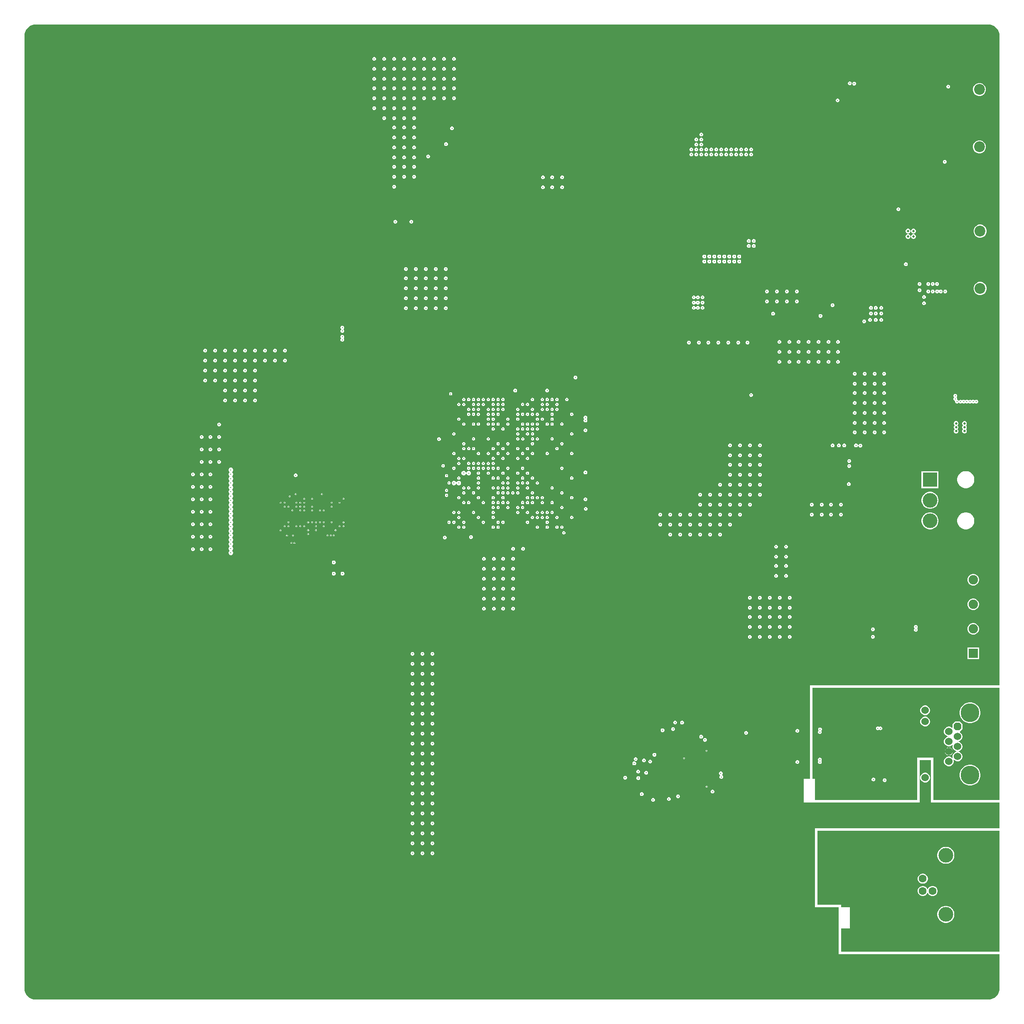
<source format=gbr>
%TF.GenerationSoftware,Altium Limited,Altium Designer,23.11.1 (41)*%
G04 Layer_Physical_Order=9*
G04 Layer_Color=8421504*
%FSLAX45Y45*%
%MOMM*%
%TF.SameCoordinates,7FD3CD1C-FD77-48D0-A228-DECEEDF328D2*%
%TF.FilePolarity,Positive*%
%TF.FileFunction,Copper,L9,Inr,Signal*%
%TF.Part,Single*%
G01*
G75*
%TA.AperFunction,ComponentPad*%
%ADD87C,6.20000*%
%ADD88C,2.20000*%
%ADD89C,3.81000*%
G04:AMPARAMS|DCode=90|XSize=1.524mm|YSize=1.524mm|CornerRadius=0mm|HoleSize=0mm|Usage=FLASHONLY|Rotation=90.000|XOffset=0mm|YOffset=0mm|HoleType=Round|Shape=Octagon|*
%AMOCTAGOND90*
4,1,8,0.38100,0.76200,-0.38100,0.76200,-0.76200,0.38100,-0.76200,-0.38100,-0.38100,-0.76200,0.38100,-0.76200,0.76200,-0.38100,0.76200,0.38100,0.38100,0.76200,0.0*
%
%ADD90OCTAGOND90*%

%ADD91C,1.52400*%
%ADD92C,3.00000*%
%ADD93C,1.60000*%
%ADD94C,0.60000*%
%ADD95R,1.90500X1.90500*%
%ADD96C,1.90500*%
%ADD97R,3.00000X3.00000*%
%TA.AperFunction,ViaPad*%
%ADD98C,0.30480*%
%ADD99C,0.50000*%
%ADD100C,0.55880*%
%ADD101C,0.50800*%
G36*
X19940903Y4140200D02*
X18592799D01*
Y5003800D01*
X18262601D01*
Y4140200D01*
X16179800D01*
Y4572000D01*
X16128999D01*
Y6426200D01*
X19940903D01*
Y4140200D01*
D02*
G37*
G36*
Y1054100D02*
X16713200D01*
Y1524000D01*
X16891000D01*
Y1955800D01*
X16713200D01*
Y2006600D01*
X16230600D01*
Y3517900D01*
X19940903D01*
Y1054100D01*
D02*
G37*
G36*
X304790Y19940903D02*
X19710355Y19938708D01*
X19721997Y19940240D01*
X19755463Y19936945D01*
X19798793Y19923801D01*
X19838727Y19902455D01*
X19873729Y19873729D01*
X19902455Y19838727D01*
X19923801Y19798793D01*
X19936945Y19755463D01*
X19941177Y19712482D01*
X19940903Y19710399D01*
Y6477000D01*
X16078200D01*
Y4572000D01*
X15951199D01*
Y4089400D01*
X18313400D01*
Y4686300D01*
Y4953000D01*
X18542000D01*
Y4089400D01*
X19940903D01*
Y3568700D01*
X16179800D01*
Y1955800D01*
X16662399D01*
Y1003300D01*
X19940903D01*
Y304799D01*
X19941177Y302718D01*
X19936945Y259738D01*
X19923801Y216407D01*
X19902455Y176473D01*
X19873729Y141471D01*
X19838727Y112745D01*
X19798793Y91400D01*
X19755463Y78256D01*
X19722792Y75038D01*
X19710400Y74296D01*
X19697710Y74294D01*
X317485D01*
X304800Y74296D01*
X292408Y75038D01*
X259738Y78256D01*
X216407Y91400D01*
X176473Y112745D01*
X141471Y141471D01*
X112745Y176473D01*
X91400Y216407D01*
X78256Y259738D01*
X75038Y292408D01*
X74296Y304800D01*
X74294Y317485D01*
Y19697710D01*
X74296Y19710400D01*
X75038Y19722792D01*
X78256Y19755463D01*
X91400Y19798793D01*
X112745Y19838727D01*
X141471Y19873729D01*
X176473Y19902455D01*
X216407Y19923801D01*
X259738Y19936945D01*
X302714Y19941177D01*
X304790Y19940903D01*
D02*
G37*
%LPC*%
G36*
X18438438Y6068059D02*
X18412357D01*
X18387161Y6061308D01*
X18364574Y6048266D01*
X18346130Y6029823D01*
X18333089Y6007234D01*
X18326337Y5982040D01*
Y5955957D01*
X18333089Y5930763D01*
X18346130Y5908175D01*
X18364574Y5889731D01*
X18387161Y5876690D01*
X18412357Y5869939D01*
X18438438D01*
X18463634Y5876690D01*
X18486221Y5889731D01*
X18504665Y5908175D01*
X18517706Y5930763D01*
X18524457Y5955957D01*
Y5982040D01*
X18517706Y6007234D01*
X18504665Y6029823D01*
X18486221Y6048266D01*
X18463634Y6061308D01*
X18438438Y6068059D01*
D02*
G37*
G36*
X19360812Y6131559D02*
X19318784D01*
X19277563Y6123359D01*
X19238734Y6107276D01*
X19203789Y6083926D01*
X19174071Y6054208D01*
X19150720Y6019263D01*
X19134637Y5980434D01*
X19126437Y5939213D01*
Y5897185D01*
X19134637Y5855964D01*
X19150720Y5817135D01*
X19174071Y5782190D01*
X19203789Y5752471D01*
X19238734Y5729122D01*
X19277563Y5713038D01*
X19318784Y5704839D01*
X19360812D01*
X19402032Y5713038D01*
X19440862Y5729122D01*
X19475807Y5752471D01*
X19505525Y5782190D01*
X19528876Y5817135D01*
X19544958Y5855964D01*
X19553157Y5897185D01*
Y5939213D01*
X19544958Y5980434D01*
X19528876Y6019263D01*
X19505525Y6054208D01*
X19475807Y6083926D01*
X19440862Y6107276D01*
X19402032Y6123359D01*
X19360812Y6131559D01*
D02*
G37*
G36*
X18438438Y5839459D02*
X18412357D01*
X18387161Y5832708D01*
X18364574Y5819666D01*
X18346130Y5801223D01*
X18333089Y5778634D01*
X18326337Y5753440D01*
Y5727357D01*
X18333089Y5702163D01*
X18346130Y5679575D01*
X18364574Y5661131D01*
X18387161Y5648090D01*
X18412357Y5641339D01*
X18438438D01*
X18463634Y5648090D01*
X18486221Y5661131D01*
X18504665Y5679575D01*
X18517706Y5702163D01*
X18524457Y5727357D01*
Y5753440D01*
X18517706Y5778634D01*
X18504665Y5801223D01*
X18486221Y5819666D01*
X18463634Y5832708D01*
X18438438Y5839459D01*
D02*
G37*
G36*
X17522150Y5638800D02*
X17506993D01*
X17492989Y5633000D01*
X17487901Y5627912D01*
X17482812Y5633000D01*
X17468810Y5638800D01*
X17453653D01*
X17439648Y5633000D01*
X17428932Y5622282D01*
X17423131Y5608279D01*
Y5593122D01*
X17428932Y5579118D01*
X17439648Y5568401D01*
X17453653Y5562600D01*
X17468810D01*
X17482812Y5568401D01*
X17487901Y5573489D01*
X17492989Y5568401D01*
X17506993Y5562600D01*
X17522150D01*
X17536153Y5568401D01*
X17546870Y5579118D01*
X17552670Y5593122D01*
Y5608279D01*
X17546870Y5622282D01*
X17536153Y5633000D01*
X17522150Y5638800D01*
D02*
G37*
G36*
X19135327Y5737859D02*
X19036267D01*
X18986737Y5688329D01*
Y5615144D01*
X18975005Y5610284D01*
X18968822Y5616466D01*
X18946233Y5629508D01*
X18921039Y5636259D01*
X18894955D01*
X18869762Y5629508D01*
X18847173Y5616466D01*
X18828729Y5598023D01*
X18815688Y5575434D01*
X18808937Y5550240D01*
Y5524157D01*
X18815688Y5498963D01*
X18828729Y5476375D01*
X18847173Y5457931D01*
X18869762Y5444890D01*
X18879901Y5442173D01*
Y5429025D01*
X18869762Y5426308D01*
X18847173Y5413266D01*
X18828729Y5394823D01*
X18815688Y5372234D01*
X18808937Y5347040D01*
Y5320957D01*
X18815688Y5295763D01*
X18828729Y5273175D01*
X18847173Y5254731D01*
X18869762Y5241690D01*
X18894955Y5234939D01*
X18921039D01*
X18946233Y5241690D01*
X18968822Y5254731D01*
X18978735Y5264645D01*
X18990121Y5258071D01*
X18986737Y5245440D01*
Y5219357D01*
X18993488Y5194163D01*
X19006531Y5171575D01*
X19024973Y5153131D01*
X19047562Y5140090D01*
X19057701Y5137373D01*
Y5124225D01*
X19047562Y5121508D01*
X19024973Y5108466D01*
X19006531Y5090023D01*
X18993488Y5067434D01*
X18986737Y5042240D01*
Y5016157D01*
X18990121Y5003527D01*
X18978735Y4996953D01*
X18968822Y5006866D01*
X18946233Y5019908D01*
X18921039Y5026659D01*
X18894955D01*
X18869762Y5019908D01*
X18847173Y5006866D01*
X18828729Y4988423D01*
X18815688Y4965834D01*
X18808937Y4940640D01*
Y4914557D01*
X18815688Y4889363D01*
X18828729Y4866775D01*
X18847173Y4848331D01*
X18869762Y4835290D01*
X18894955Y4828539D01*
X18921039D01*
X18946233Y4835290D01*
X18968822Y4848331D01*
X18987265Y4866775D01*
X19000307Y4889363D01*
X19007057Y4914557D01*
Y4940640D01*
X19003673Y4953271D01*
X19015060Y4959845D01*
X19024973Y4949931D01*
X19047562Y4936890D01*
X19072755Y4930139D01*
X19098839D01*
X19124033Y4936890D01*
X19146622Y4949931D01*
X19165065Y4968375D01*
X19178107Y4990963D01*
X19184857Y5016157D01*
Y5042240D01*
X19178107Y5067434D01*
X19165065Y5090023D01*
X19146622Y5108466D01*
X19124033Y5121508D01*
X19113895Y5124225D01*
Y5137373D01*
X19124033Y5140090D01*
X19146622Y5153131D01*
X19165065Y5171575D01*
X19178107Y5194163D01*
X19184857Y5219357D01*
Y5245440D01*
X19178107Y5270634D01*
X19165065Y5293223D01*
X19146622Y5311666D01*
X19124033Y5324708D01*
X19113895Y5327425D01*
Y5340573D01*
X19124033Y5343290D01*
X19146622Y5356331D01*
X19165065Y5374775D01*
X19178107Y5397363D01*
X19184857Y5422557D01*
Y5448640D01*
X19178107Y5473834D01*
X19165065Y5496423D01*
X19146622Y5514866D01*
X19135986Y5521007D01*
X19132304Y5537797D01*
X19133678Y5539739D01*
X19135327D01*
X19184857Y5589269D01*
Y5688329D01*
X19135327Y5737859D01*
D02*
G37*
G36*
X16290042Y5618469D02*
X16274886D01*
X16260881Y5612669D01*
X16250163Y5601951D01*
X16244363Y5587948D01*
Y5572790D01*
X16250163Y5558787D01*
X16255984Y5552966D01*
X16249100Y5546082D01*
X16243300Y5532079D01*
Y5516921D01*
X16249100Y5502918D01*
X16259818Y5492200D01*
X16273820Y5486400D01*
X16288979D01*
X16302982Y5492200D01*
X16313699Y5502918D01*
X16319501Y5516921D01*
Y5532079D01*
X16313699Y5546082D01*
X16307880Y5551903D01*
X16314763Y5558787D01*
X16320563Y5572790D01*
Y5587948D01*
X16314763Y5601951D01*
X16304045Y5612669D01*
X16290042Y5618469D01*
D02*
G37*
G36*
X18918364Y5209539D02*
X18897630D01*
X18877605Y5204173D01*
X18859650Y5193806D01*
X18844991Y5179146D01*
X18834624Y5161191D01*
X18829257Y5141165D01*
Y5120432D01*
X18834624Y5100406D01*
X18844991Y5082451D01*
X18859650Y5067791D01*
X18877605Y5057425D01*
X18897630Y5052059D01*
X18918364D01*
X18938390Y5057425D01*
X18956345Y5067791D01*
X18971005Y5082451D01*
X18981371Y5100406D01*
X18986737Y5120432D01*
Y5141165D01*
X18981371Y5161191D01*
X18971005Y5179146D01*
X18956345Y5193806D01*
X18938390Y5204173D01*
X18918364Y5209539D01*
D02*
G37*
G36*
X16288979Y5003800D02*
X16273820D01*
X16259818Y4998000D01*
X16249100Y4987282D01*
X16243300Y4973279D01*
Y4958121D01*
X16249100Y4944118D01*
X16254189Y4939030D01*
X16249100Y4933942D01*
X16243300Y4919939D01*
Y4904781D01*
X16249100Y4890778D01*
X16259818Y4880060D01*
X16273820Y4874260D01*
X16288979D01*
X16302982Y4880060D01*
X16313699Y4890778D01*
X16319501Y4904781D01*
Y4919939D01*
X16313699Y4933942D01*
X16308612Y4939030D01*
X16313699Y4944118D01*
X16319501Y4958121D01*
Y4973279D01*
X16313699Y4987282D01*
X16302982Y4998000D01*
X16288979Y5003800D01*
D02*
G37*
G36*
X17381178Y4597400D02*
X17366022D01*
X17352019Y4591600D01*
X17341299Y4580882D01*
X17335500Y4566879D01*
Y4551721D01*
X17341299Y4537718D01*
X17352019Y4527000D01*
X17366022Y4521200D01*
X17381178D01*
X17395181Y4527000D01*
X17405901Y4537718D01*
X17411700Y4551721D01*
Y4566879D01*
X17405901Y4580882D01*
X17395181Y4591600D01*
X17381178Y4597400D01*
D02*
G37*
G36*
X17609779Y4584700D02*
X17594621D01*
X17580618Y4578900D01*
X17569901Y4568182D01*
X17564101Y4554179D01*
Y4539021D01*
X17569901Y4525018D01*
X17580618Y4514300D01*
X17594621Y4508500D01*
X17609779D01*
X17623782Y4514300D01*
X17634500Y4525018D01*
X17640300Y4539021D01*
Y4554179D01*
X17634500Y4568182D01*
X17623782Y4578900D01*
X17609779Y4584700D01*
D02*
G37*
G36*
X19360812Y4861559D02*
X19318784D01*
X19277563Y4853359D01*
X19238734Y4837276D01*
X19203789Y4813926D01*
X19174071Y4784208D01*
X19150720Y4749263D01*
X19134637Y4710434D01*
X19126437Y4669213D01*
Y4627185D01*
X19134637Y4585964D01*
X19150720Y4547135D01*
X19174071Y4512190D01*
X19203789Y4482471D01*
X19238734Y4459122D01*
X19277563Y4443038D01*
X19318784Y4434839D01*
X19360812D01*
X19402032Y4443038D01*
X19440862Y4459122D01*
X19475807Y4482471D01*
X19505525Y4512190D01*
X19528876Y4547135D01*
X19544958Y4585964D01*
X19553157Y4627185D01*
Y4669213D01*
X19544958Y4710434D01*
X19528876Y4749263D01*
X19505525Y4784208D01*
X19475807Y4813926D01*
X19440862Y4837276D01*
X19402032Y4853359D01*
X19360812Y4861559D01*
D02*
G37*
G36*
X18863824Y3187859D02*
X18829774D01*
X18796378Y3181216D01*
X18764919Y3168186D01*
X18736607Y3149268D01*
X18712531Y3125191D01*
X18693613Y3096879D01*
X18680582Y3065420D01*
X18673940Y3032024D01*
Y2997974D01*
X18680582Y2964578D01*
X18693613Y2933119D01*
X18712531Y2904807D01*
X18736607Y2880730D01*
X18764919Y2861812D01*
X18796378Y2848782D01*
X18829774Y2842139D01*
X18863824D01*
X18897220Y2848782D01*
X18928679Y2861812D01*
X18956992Y2880730D01*
X18981068Y2904807D01*
X18999985Y2933119D01*
X19013016Y2964578D01*
X19019659Y2997974D01*
Y3032024D01*
X19013016Y3065420D01*
X18999985Y3096879D01*
X18981068Y3125191D01*
X18956992Y3149268D01*
X18928679Y3168186D01*
X18897220Y3181216D01*
X18863824Y3187859D01*
D02*
G37*
G36*
X18390344Y2640862D02*
X18363260D01*
X18337100Y2633852D01*
X18313644Y2620310D01*
X18294495Y2601160D01*
X18280952Y2577705D01*
X18273943Y2551544D01*
Y2524461D01*
X18280952Y2498300D01*
X18294495Y2474845D01*
X18313644Y2455694D01*
X18337100Y2442152D01*
X18363260Y2435142D01*
X18390344D01*
X18416505Y2442152D01*
X18439960Y2455694D01*
X18459109Y2474845D01*
X18472652Y2498300D01*
X18479662Y2524461D01*
Y2551544D01*
X18472652Y2577705D01*
X18459109Y2601160D01*
X18439960Y2620310D01*
X18416505Y2633852D01*
X18390344Y2640862D01*
D02*
G37*
G36*
X18590344Y2390860D02*
X18563260D01*
X18537099Y2383850D01*
X18513644Y2370308D01*
X18494495Y2351158D01*
X18483830Y2332689D01*
X18469774D01*
X18459109Y2351158D01*
X18439960Y2370308D01*
X18416505Y2383850D01*
X18390344Y2390860D01*
X18363260D01*
X18337100Y2383850D01*
X18313644Y2370308D01*
X18294495Y2351158D01*
X18280952Y2327703D01*
X18273943Y2301542D01*
Y2274458D01*
X18280952Y2248298D01*
X18294495Y2224843D01*
X18313644Y2205692D01*
X18337100Y2192150D01*
X18363260Y2185140D01*
X18390344D01*
X18416505Y2192150D01*
X18439960Y2205692D01*
X18459109Y2224843D01*
X18469774Y2243312D01*
X18483830D01*
X18494495Y2224843D01*
X18513644Y2205692D01*
X18537099Y2192150D01*
X18563260Y2185140D01*
X18590344D01*
X18616504Y2192150D01*
X18639960Y2205692D01*
X18659109Y2224843D01*
X18672652Y2248298D01*
X18679662Y2274458D01*
Y2301542D01*
X18672652Y2327703D01*
X18659109Y2351158D01*
X18639960Y2370308D01*
X18616504Y2383850D01*
X18590344Y2390860D01*
D02*
G37*
G36*
X18863824Y1983858D02*
X18829774D01*
X18796378Y1977216D01*
X18764919Y1964185D01*
X18736607Y1945268D01*
X18712531Y1921190D01*
X18693613Y1892878D01*
X18680582Y1861420D01*
X18673940Y1828024D01*
Y1793973D01*
X18680582Y1760577D01*
X18693613Y1729118D01*
X18712531Y1700807D01*
X18736607Y1676729D01*
X18764919Y1657812D01*
X18796378Y1644781D01*
X18829774Y1638138D01*
X18863824D01*
X18897220Y1644781D01*
X18928679Y1657812D01*
X18956992Y1676729D01*
X18981068Y1700807D01*
X18999985Y1729118D01*
X19013016Y1760577D01*
X19019659Y1793973D01*
Y1828024D01*
X19013016Y1861420D01*
X18999985Y1892878D01*
X18981068Y1921190D01*
X18956992Y1945268D01*
X18928679Y1964185D01*
X18897220Y1977216D01*
X18863824Y1983858D01*
D02*
G37*
G36*
X8834079Y19278600D02*
X8818921D01*
X8804918Y19272800D01*
X8794200Y19262082D01*
X8788400Y19248079D01*
Y19232921D01*
X8794200Y19218918D01*
X8804918Y19208200D01*
X8818921Y19202400D01*
X8834079D01*
X8848082Y19208200D01*
X8858800Y19218918D01*
X8864600Y19232921D01*
Y19248079D01*
X8858800Y19262082D01*
X8848082Y19272800D01*
X8834079Y19278600D01*
D02*
G37*
G36*
X8630879D02*
X8615721D01*
X8601718Y19272800D01*
X8591000Y19262082D01*
X8585200Y19248079D01*
Y19232921D01*
X8591000Y19218918D01*
X8601718Y19208200D01*
X8615721Y19202400D01*
X8630879D01*
X8644882Y19208200D01*
X8655600Y19218918D01*
X8661400Y19232921D01*
Y19248079D01*
X8655600Y19262082D01*
X8644882Y19272800D01*
X8630879Y19278600D01*
D02*
G37*
G36*
X8427679D02*
X8412521D01*
X8398518Y19272800D01*
X8387800Y19262082D01*
X8382000Y19248079D01*
Y19232921D01*
X8387800Y19218918D01*
X8398518Y19208200D01*
X8412521Y19202400D01*
X8427679D01*
X8441682Y19208200D01*
X8452400Y19218918D01*
X8458200Y19232921D01*
Y19248079D01*
X8452400Y19262082D01*
X8441682Y19272800D01*
X8427679Y19278600D01*
D02*
G37*
G36*
X8224479D02*
X8209321D01*
X8195318Y19272800D01*
X8184600Y19262082D01*
X8178800Y19248079D01*
Y19232921D01*
X8184600Y19218918D01*
X8195318Y19208200D01*
X8209321Y19202400D01*
X8224479D01*
X8238482Y19208200D01*
X8249200Y19218918D01*
X8255000Y19232921D01*
Y19248079D01*
X8249200Y19262082D01*
X8238482Y19272800D01*
X8224479Y19278600D01*
D02*
G37*
G36*
X8021279D02*
X8006121D01*
X7992118Y19272800D01*
X7981400Y19262082D01*
X7975600Y19248079D01*
Y19232921D01*
X7981400Y19218918D01*
X7992118Y19208200D01*
X8006121Y19202400D01*
X8021279D01*
X8035282Y19208200D01*
X8046000Y19218918D01*
X8051800Y19232921D01*
Y19248079D01*
X8046000Y19262082D01*
X8035282Y19272800D01*
X8021279Y19278600D01*
D02*
G37*
G36*
X7818079D02*
X7802921D01*
X7788918Y19272800D01*
X7778200Y19262082D01*
X7772400Y19248079D01*
Y19232921D01*
X7778200Y19218918D01*
X7788918Y19208200D01*
X7802921Y19202400D01*
X7818079D01*
X7832082Y19208200D01*
X7842800Y19218918D01*
X7848600Y19232921D01*
Y19248079D01*
X7842800Y19262082D01*
X7832082Y19272800D01*
X7818079Y19278600D01*
D02*
G37*
G36*
X7614879D02*
X7599721D01*
X7585718Y19272800D01*
X7575000Y19262082D01*
X7569200Y19248079D01*
Y19232921D01*
X7575000Y19218918D01*
X7585718Y19208200D01*
X7599721Y19202400D01*
X7614879D01*
X7628882Y19208200D01*
X7639600Y19218918D01*
X7645400Y19232921D01*
Y19248079D01*
X7639600Y19262082D01*
X7628882Y19272800D01*
X7614879Y19278600D01*
D02*
G37*
G36*
X7411679D02*
X7396521D01*
X7382518Y19272800D01*
X7371800Y19262082D01*
X7366000Y19248079D01*
Y19232921D01*
X7371800Y19218918D01*
X7382518Y19208200D01*
X7396521Y19202400D01*
X7411679D01*
X7425682Y19208200D01*
X7436400Y19218918D01*
X7442200Y19232921D01*
Y19248079D01*
X7436400Y19262082D01*
X7425682Y19272800D01*
X7411679Y19278600D01*
D02*
G37*
G36*
X7208479D02*
X7193321D01*
X7179318Y19272800D01*
X7168600Y19262082D01*
X7162800Y19248079D01*
Y19232921D01*
X7168600Y19218918D01*
X7179318Y19208200D01*
X7193321Y19202400D01*
X7208479D01*
X7222482Y19208200D01*
X7233200Y19218918D01*
X7239000Y19232921D01*
Y19248079D01*
X7233200Y19262082D01*
X7222482Y19272800D01*
X7208479Y19278600D01*
D02*
G37*
G36*
X8834079Y19075400D02*
X8818921D01*
X8804918Y19069600D01*
X8794200Y19058882D01*
X8788400Y19044879D01*
Y19029721D01*
X8794200Y19015718D01*
X8804918Y19005000D01*
X8818921Y18999200D01*
X8834079D01*
X8848082Y19005000D01*
X8858800Y19015718D01*
X8864600Y19029721D01*
Y19044879D01*
X8858800Y19058882D01*
X8848082Y19069600D01*
X8834079Y19075400D01*
D02*
G37*
G36*
X8630879D02*
X8615721D01*
X8601718Y19069600D01*
X8591000Y19058882D01*
X8585200Y19044879D01*
Y19029721D01*
X8591000Y19015718D01*
X8601718Y19005000D01*
X8615721Y18999200D01*
X8630879D01*
X8644882Y19005000D01*
X8655600Y19015718D01*
X8661400Y19029721D01*
Y19044879D01*
X8655600Y19058882D01*
X8644882Y19069600D01*
X8630879Y19075400D01*
D02*
G37*
G36*
X8427679D02*
X8412521D01*
X8398518Y19069600D01*
X8387800Y19058882D01*
X8382000Y19044879D01*
Y19029721D01*
X8387800Y19015718D01*
X8398518Y19005000D01*
X8412521Y18999200D01*
X8427679D01*
X8441682Y19005000D01*
X8452400Y19015718D01*
X8458200Y19029721D01*
Y19044879D01*
X8452400Y19058882D01*
X8441682Y19069600D01*
X8427679Y19075400D01*
D02*
G37*
G36*
X8224479D02*
X8209321D01*
X8195318Y19069600D01*
X8184600Y19058882D01*
X8178800Y19044879D01*
Y19029721D01*
X8184600Y19015718D01*
X8195318Y19005000D01*
X8209321Y18999200D01*
X8224479D01*
X8238482Y19005000D01*
X8249200Y19015718D01*
X8255000Y19029721D01*
Y19044879D01*
X8249200Y19058882D01*
X8238482Y19069600D01*
X8224479Y19075400D01*
D02*
G37*
G36*
X8021279D02*
X8006121D01*
X7992118Y19069600D01*
X7981400Y19058882D01*
X7975600Y19044879D01*
Y19029721D01*
X7981400Y19015718D01*
X7992118Y19005000D01*
X8006121Y18999200D01*
X8021279D01*
X8035282Y19005000D01*
X8046000Y19015718D01*
X8051800Y19029721D01*
Y19044879D01*
X8046000Y19058882D01*
X8035282Y19069600D01*
X8021279Y19075400D01*
D02*
G37*
G36*
X7818079D02*
X7802921D01*
X7788918Y19069600D01*
X7778200Y19058882D01*
X7772400Y19044879D01*
Y19029721D01*
X7778200Y19015718D01*
X7788918Y19005000D01*
X7802921Y18999200D01*
X7818079D01*
X7832082Y19005000D01*
X7842800Y19015718D01*
X7848600Y19029721D01*
Y19044879D01*
X7842800Y19058882D01*
X7832082Y19069600D01*
X7818079Y19075400D01*
D02*
G37*
G36*
X7614879D02*
X7599721D01*
X7585718Y19069600D01*
X7575000Y19058882D01*
X7569200Y19044879D01*
Y19029721D01*
X7575000Y19015718D01*
X7585718Y19005000D01*
X7599721Y18999200D01*
X7614879D01*
X7628882Y19005000D01*
X7639600Y19015718D01*
X7645400Y19029721D01*
Y19044879D01*
X7639600Y19058882D01*
X7628882Y19069600D01*
X7614879Y19075400D01*
D02*
G37*
G36*
X7411679D02*
X7396521D01*
X7382518Y19069600D01*
X7371800Y19058882D01*
X7366000Y19044879D01*
Y19029721D01*
X7371800Y19015718D01*
X7382518Y19005000D01*
X7396521Y18999200D01*
X7411679D01*
X7425682Y19005000D01*
X7436400Y19015718D01*
X7442200Y19029721D01*
Y19044879D01*
X7436400Y19058882D01*
X7425682Y19069600D01*
X7411679Y19075400D01*
D02*
G37*
G36*
X7208479D02*
X7193321D01*
X7179318Y19069600D01*
X7168600Y19058882D01*
X7162800Y19044879D01*
Y19029721D01*
X7168600Y19015718D01*
X7179318Y19005000D01*
X7193321Y18999200D01*
X7208479D01*
X7222482Y19005000D01*
X7233200Y19015718D01*
X7239000Y19029721D01*
Y19044879D01*
X7233200Y19058882D01*
X7222482Y19069600D01*
X7208479Y19075400D01*
D02*
G37*
G36*
X8834079Y18872200D02*
X8818921D01*
X8804918Y18866400D01*
X8794200Y18855682D01*
X8788400Y18841679D01*
Y18826521D01*
X8794200Y18812518D01*
X8804918Y18801801D01*
X8818921Y18796001D01*
X8834079D01*
X8848082Y18801801D01*
X8858800Y18812518D01*
X8864600Y18826521D01*
Y18841679D01*
X8858800Y18855682D01*
X8848082Y18866400D01*
X8834079Y18872200D01*
D02*
G37*
G36*
X8630879D02*
X8615721D01*
X8601718Y18866400D01*
X8591000Y18855682D01*
X8585200Y18841679D01*
Y18826521D01*
X8591000Y18812518D01*
X8601718Y18801801D01*
X8615721Y18796001D01*
X8630879D01*
X8644882Y18801801D01*
X8655600Y18812518D01*
X8661400Y18826521D01*
Y18841679D01*
X8655600Y18855682D01*
X8644882Y18866400D01*
X8630879Y18872200D01*
D02*
G37*
G36*
X8427679D02*
X8412521D01*
X8398518Y18866400D01*
X8387800Y18855682D01*
X8382000Y18841679D01*
Y18826521D01*
X8387800Y18812518D01*
X8398518Y18801801D01*
X8412521Y18796001D01*
X8427679D01*
X8441682Y18801801D01*
X8452400Y18812518D01*
X8458200Y18826521D01*
Y18841679D01*
X8452400Y18855682D01*
X8441682Y18866400D01*
X8427679Y18872200D01*
D02*
G37*
G36*
X8224479D02*
X8209321D01*
X8195318Y18866400D01*
X8184600Y18855682D01*
X8178800Y18841679D01*
Y18826521D01*
X8184600Y18812518D01*
X8195318Y18801801D01*
X8209321Y18796001D01*
X8224479D01*
X8238482Y18801801D01*
X8249200Y18812518D01*
X8255000Y18826521D01*
Y18841679D01*
X8249200Y18855682D01*
X8238482Y18866400D01*
X8224479Y18872200D01*
D02*
G37*
G36*
X8021279D02*
X8006121D01*
X7992118Y18866400D01*
X7981400Y18855682D01*
X7975600Y18841679D01*
Y18826521D01*
X7981400Y18812518D01*
X7992118Y18801801D01*
X8006121Y18796001D01*
X8021279D01*
X8035282Y18801801D01*
X8046000Y18812518D01*
X8051800Y18826521D01*
Y18841679D01*
X8046000Y18855682D01*
X8035282Y18866400D01*
X8021279Y18872200D01*
D02*
G37*
G36*
X7818079D02*
X7802921D01*
X7788918Y18866400D01*
X7778200Y18855682D01*
X7772400Y18841679D01*
Y18826521D01*
X7778200Y18812518D01*
X7788918Y18801801D01*
X7802921Y18796001D01*
X7818079D01*
X7832082Y18801801D01*
X7842800Y18812518D01*
X7848600Y18826521D01*
Y18841679D01*
X7842800Y18855682D01*
X7832082Y18866400D01*
X7818079Y18872200D01*
D02*
G37*
G36*
X7614879D02*
X7599721D01*
X7585718Y18866400D01*
X7575000Y18855682D01*
X7569200Y18841679D01*
Y18826521D01*
X7575000Y18812518D01*
X7585718Y18801801D01*
X7599721Y18796001D01*
X7614879D01*
X7628882Y18801801D01*
X7639600Y18812518D01*
X7645400Y18826521D01*
Y18841679D01*
X7639600Y18855682D01*
X7628882Y18866400D01*
X7614879Y18872200D01*
D02*
G37*
G36*
X7411679D02*
X7396521D01*
X7382518Y18866400D01*
X7371800Y18855682D01*
X7366000Y18841679D01*
Y18826521D01*
X7371800Y18812518D01*
X7382518Y18801801D01*
X7396521Y18796001D01*
X7411679D01*
X7425682Y18801801D01*
X7436400Y18812518D01*
X7442200Y18826521D01*
Y18841679D01*
X7436400Y18855682D01*
X7425682Y18866400D01*
X7411679Y18872200D01*
D02*
G37*
G36*
X7208479D02*
X7193321D01*
X7179318Y18866400D01*
X7168600Y18855682D01*
X7162800Y18841679D01*
Y18826521D01*
X7168600Y18812518D01*
X7179318Y18801801D01*
X7193321Y18796001D01*
X7208479D01*
X7222482Y18801801D01*
X7233200Y18812518D01*
X7239000Y18826521D01*
Y18841679D01*
X7233200Y18855682D01*
X7222482Y18866400D01*
X7208479Y18872200D01*
D02*
G37*
G36*
X16898579Y18780760D02*
X16883421D01*
X16869418Y18774960D01*
X16858701Y18764243D01*
X16852901Y18750240D01*
Y18735081D01*
X16858701Y18721078D01*
X16869418Y18710361D01*
X16883421Y18704559D01*
X16898579D01*
X16912582Y18710361D01*
X16923300Y18721078D01*
X16929100Y18735081D01*
Y18750240D01*
X16923300Y18764243D01*
X16912582Y18774960D01*
X16898579Y18780760D01*
D02*
G37*
G36*
X16987479Y18775681D02*
X16972321D01*
X16958318Y18769881D01*
X16947600Y18759161D01*
X16941800Y18745158D01*
Y18730000D01*
X16947600Y18715997D01*
X16958318Y18705280D01*
X16972321Y18699480D01*
X16987479D01*
X17001482Y18705280D01*
X17012199Y18715997D01*
X17017999Y18730000D01*
Y18745158D01*
X17012199Y18759161D01*
X17001482Y18769881D01*
X16987479Y18775681D01*
D02*
G37*
G36*
X18905179Y18713451D02*
X18890021D01*
X18876018Y18707651D01*
X18865300Y18696931D01*
X18859500Y18682928D01*
Y18667770D01*
X18865300Y18653767D01*
X18876018Y18643050D01*
X18890021Y18637250D01*
X18905179D01*
X18919182Y18643050D01*
X18929900Y18653767D01*
X18935699Y18667770D01*
Y18682928D01*
X18929900Y18696931D01*
X18919182Y18707651D01*
X18905179Y18713451D01*
D02*
G37*
G36*
X8834079Y18681700D02*
X8818921D01*
X8804918Y18675900D01*
X8794200Y18665182D01*
X8788400Y18651180D01*
Y18636021D01*
X8794200Y18622018D01*
X8804918Y18611301D01*
X8818921Y18605499D01*
X8834079D01*
X8848082Y18611301D01*
X8858800Y18622018D01*
X8864600Y18636021D01*
Y18651180D01*
X8858800Y18665182D01*
X8848082Y18675900D01*
X8834079Y18681700D01*
D02*
G37*
G36*
X8630879D02*
X8615721D01*
X8601718Y18675900D01*
X8591000Y18665182D01*
X8585200Y18651180D01*
Y18636021D01*
X8591000Y18622018D01*
X8601718Y18611301D01*
X8615721Y18605499D01*
X8630879D01*
X8644882Y18611301D01*
X8655600Y18622018D01*
X8661400Y18636021D01*
Y18651180D01*
X8655600Y18665182D01*
X8644882Y18675900D01*
X8630879Y18681700D01*
D02*
G37*
G36*
X8427679D02*
X8412521D01*
X8398518Y18675900D01*
X8387800Y18665182D01*
X8382000Y18651180D01*
Y18636021D01*
X8387800Y18622018D01*
X8398518Y18611301D01*
X8412521Y18605499D01*
X8427679D01*
X8441682Y18611301D01*
X8452400Y18622018D01*
X8458200Y18636021D01*
Y18651180D01*
X8452400Y18665182D01*
X8441682Y18675900D01*
X8427679Y18681700D01*
D02*
G37*
G36*
X8224479D02*
X8209321D01*
X8195318Y18675900D01*
X8184600Y18665182D01*
X8178800Y18651180D01*
Y18636021D01*
X8184600Y18622018D01*
X8195318Y18611301D01*
X8209321Y18605499D01*
X8224479D01*
X8238482Y18611301D01*
X8249200Y18622018D01*
X8255000Y18636021D01*
Y18651180D01*
X8249200Y18665182D01*
X8238482Y18675900D01*
X8224479Y18681700D01*
D02*
G37*
G36*
X8021279D02*
X8006121D01*
X7992118Y18675900D01*
X7981400Y18665182D01*
X7975600Y18651180D01*
Y18636021D01*
X7981400Y18622018D01*
X7992118Y18611301D01*
X8006121Y18605499D01*
X8021279D01*
X8035282Y18611301D01*
X8046000Y18622018D01*
X8051800Y18636021D01*
Y18651180D01*
X8046000Y18665182D01*
X8035282Y18675900D01*
X8021279Y18681700D01*
D02*
G37*
G36*
X7818079D02*
X7802921D01*
X7788918Y18675900D01*
X7778200Y18665182D01*
X7772400Y18651180D01*
Y18636021D01*
X7778200Y18622018D01*
X7788918Y18611301D01*
X7802921Y18605499D01*
X7818079D01*
X7832082Y18611301D01*
X7842800Y18622018D01*
X7848600Y18636021D01*
Y18651180D01*
X7842800Y18665182D01*
X7832082Y18675900D01*
X7818079Y18681700D01*
D02*
G37*
G36*
X7614879D02*
X7599721D01*
X7585718Y18675900D01*
X7575000Y18665182D01*
X7569200Y18651180D01*
Y18636021D01*
X7575000Y18622018D01*
X7585718Y18611301D01*
X7599721Y18605499D01*
X7614879D01*
X7628882Y18611301D01*
X7639600Y18622018D01*
X7645400Y18636021D01*
Y18651180D01*
X7639600Y18665182D01*
X7628882Y18675900D01*
X7614879Y18681700D01*
D02*
G37*
G36*
X7411679D02*
X7396521D01*
X7382518Y18675900D01*
X7371800Y18665182D01*
X7366000Y18651180D01*
Y18636021D01*
X7371800Y18622018D01*
X7382518Y18611301D01*
X7396521Y18605499D01*
X7411679D01*
X7425682Y18611301D01*
X7436400Y18622018D01*
X7442200Y18636021D01*
Y18651180D01*
X7436400Y18665182D01*
X7425682Y18675900D01*
X7411679Y18681700D01*
D02*
G37*
G36*
X7208479D02*
X7193321D01*
X7179318Y18675900D01*
X7168600Y18665182D01*
X7162800Y18651180D01*
Y18636021D01*
X7168600Y18622018D01*
X7179318Y18611301D01*
X7193321Y18605499D01*
X7208479D01*
X7222482Y18611301D01*
X7233200Y18622018D01*
X7239000Y18636021D01*
Y18651180D01*
X7233200Y18665182D01*
X7222482Y18675900D01*
X7208479Y18681700D01*
D02*
G37*
G36*
X19547549Y18748518D02*
X19512567D01*
X19478777Y18739465D01*
X19448482Y18721973D01*
X19423744Y18697237D01*
X19406253Y18666940D01*
X19397198Y18633150D01*
Y18598167D01*
X19406253Y18564377D01*
X19423744Y18534081D01*
X19448482Y18509344D01*
X19478777Y18491853D01*
X19512567Y18482799D01*
X19547549D01*
X19581342Y18491853D01*
X19611636Y18509344D01*
X19636372Y18534081D01*
X19653865Y18564377D01*
X19662920Y18598167D01*
Y18633150D01*
X19653865Y18666940D01*
X19636372Y18697237D01*
X19611636Y18721973D01*
X19581342Y18739465D01*
X19547549Y18748518D01*
D02*
G37*
G36*
X8834079Y18478500D02*
X8818921D01*
X8804918Y18472701D01*
X8794200Y18461983D01*
X8788400Y18447980D01*
Y18432822D01*
X8794200Y18418819D01*
X8804918Y18408099D01*
X8818921Y18402299D01*
X8834079D01*
X8848082Y18408099D01*
X8858800Y18418819D01*
X8864600Y18432822D01*
Y18447980D01*
X8858800Y18461983D01*
X8848082Y18472701D01*
X8834079Y18478500D01*
D02*
G37*
G36*
X8630879D02*
X8615721D01*
X8601718Y18472701D01*
X8591000Y18461983D01*
X8585200Y18447980D01*
Y18432822D01*
X8591000Y18418819D01*
X8601718Y18408099D01*
X8615721Y18402299D01*
X8630879D01*
X8644882Y18408099D01*
X8655600Y18418819D01*
X8661400Y18432822D01*
Y18447980D01*
X8655600Y18461983D01*
X8644882Y18472701D01*
X8630879Y18478500D01*
D02*
G37*
G36*
X8427679D02*
X8412521D01*
X8398518Y18472701D01*
X8387800Y18461983D01*
X8382000Y18447980D01*
Y18432822D01*
X8387800Y18418819D01*
X8398518Y18408099D01*
X8412521Y18402299D01*
X8427679D01*
X8441682Y18408099D01*
X8452400Y18418819D01*
X8458200Y18432822D01*
Y18447980D01*
X8452400Y18461983D01*
X8441682Y18472701D01*
X8427679Y18478500D01*
D02*
G37*
G36*
X8224479D02*
X8209321D01*
X8195318Y18472701D01*
X8184600Y18461983D01*
X8178800Y18447980D01*
Y18432822D01*
X8184600Y18418819D01*
X8195318Y18408099D01*
X8209321Y18402299D01*
X8224479D01*
X8238482Y18408099D01*
X8249200Y18418819D01*
X8255000Y18432822D01*
Y18447980D01*
X8249200Y18461983D01*
X8238482Y18472701D01*
X8224479Y18478500D01*
D02*
G37*
G36*
X8021279D02*
X8006121D01*
X7992118Y18472701D01*
X7981400Y18461983D01*
X7975600Y18447980D01*
Y18432822D01*
X7981400Y18418819D01*
X7992118Y18408099D01*
X8006121Y18402299D01*
X8021279D01*
X8035282Y18408099D01*
X8046000Y18418819D01*
X8051800Y18432822D01*
Y18447980D01*
X8046000Y18461983D01*
X8035282Y18472701D01*
X8021279Y18478500D01*
D02*
G37*
G36*
X7818079D02*
X7802921D01*
X7788918Y18472701D01*
X7778200Y18461983D01*
X7772400Y18447980D01*
Y18432822D01*
X7778200Y18418819D01*
X7788918Y18408099D01*
X7802921Y18402299D01*
X7818079D01*
X7832082Y18408099D01*
X7842800Y18418819D01*
X7848600Y18432822D01*
Y18447980D01*
X7842800Y18461983D01*
X7832082Y18472701D01*
X7818079Y18478500D01*
D02*
G37*
G36*
X7614879D02*
X7599721D01*
X7585718Y18472701D01*
X7575000Y18461983D01*
X7569200Y18447980D01*
Y18432822D01*
X7575000Y18418819D01*
X7585718Y18408099D01*
X7599721Y18402299D01*
X7614879D01*
X7628882Y18408099D01*
X7639600Y18418819D01*
X7645400Y18432822D01*
Y18447980D01*
X7639600Y18461983D01*
X7628882Y18472701D01*
X7614879Y18478500D01*
D02*
G37*
G36*
X7411679D02*
X7396521D01*
X7382518Y18472701D01*
X7371800Y18461983D01*
X7366000Y18447980D01*
Y18432822D01*
X7371800Y18418819D01*
X7382518Y18408099D01*
X7396521Y18402299D01*
X7411679D01*
X7425682Y18408099D01*
X7436400Y18418819D01*
X7442200Y18432822D01*
Y18447980D01*
X7436400Y18461983D01*
X7425682Y18472701D01*
X7411679Y18478500D01*
D02*
G37*
G36*
X7208479D02*
X7193321D01*
X7179318Y18472701D01*
X7168600Y18461983D01*
X7162800Y18447980D01*
Y18432822D01*
X7168600Y18418819D01*
X7179318Y18408099D01*
X7193321Y18402299D01*
X7208479D01*
X7222482Y18408099D01*
X7233200Y18418819D01*
X7239000Y18432822D01*
Y18447980D01*
X7233200Y18461983D01*
X7222482Y18472701D01*
X7208479Y18478500D01*
D02*
G37*
G36*
X16649660Y18432780D02*
X16634502D01*
X16620499Y18426981D01*
X16609779Y18416261D01*
X16603979Y18402258D01*
Y18387102D01*
X16609779Y18373099D01*
X16620499Y18362379D01*
X16634502Y18356580D01*
X16649660D01*
X16663663Y18362379D01*
X16674380Y18373099D01*
X16680180Y18387102D01*
Y18402258D01*
X16674380Y18416261D01*
X16663663Y18426981D01*
X16649660Y18432780D01*
D02*
G37*
G36*
X8021279Y18275301D02*
X8006121D01*
X7992118Y18269501D01*
X7981400Y18258781D01*
X7975600Y18244778D01*
Y18229620D01*
X7981400Y18215617D01*
X7992118Y18204900D01*
X8006121Y18199100D01*
X8021279D01*
X8035282Y18204900D01*
X8046000Y18215617D01*
X8051800Y18229620D01*
Y18244778D01*
X8046000Y18258781D01*
X8035282Y18269501D01*
X8021279Y18275301D01*
D02*
G37*
G36*
X7818079D02*
X7802921D01*
X7788918Y18269501D01*
X7778200Y18258781D01*
X7772400Y18244778D01*
Y18229620D01*
X7778200Y18215617D01*
X7788918Y18204900D01*
X7802921Y18199100D01*
X7818079D01*
X7832082Y18204900D01*
X7842800Y18215617D01*
X7848600Y18229620D01*
Y18244778D01*
X7842800Y18258781D01*
X7832082Y18269501D01*
X7818079Y18275301D01*
D02*
G37*
G36*
X7614879D02*
X7599721D01*
X7585718Y18269501D01*
X7575000Y18258781D01*
X7569200Y18244778D01*
Y18229620D01*
X7575000Y18215617D01*
X7585718Y18204900D01*
X7599721Y18199100D01*
X7614879D01*
X7628882Y18204900D01*
X7639600Y18215617D01*
X7645400Y18229620D01*
Y18244778D01*
X7639600Y18258781D01*
X7628882Y18269501D01*
X7614879Y18275301D01*
D02*
G37*
G36*
X7411679D02*
X7396521D01*
X7382518Y18269501D01*
X7371800Y18258781D01*
X7366000Y18244778D01*
Y18229620D01*
X7371800Y18215617D01*
X7382518Y18204900D01*
X7396521Y18199100D01*
X7411679D01*
X7425682Y18204900D01*
X7436400Y18215617D01*
X7442200Y18229620D01*
Y18244778D01*
X7436400Y18258781D01*
X7425682Y18269501D01*
X7411679Y18275301D01*
D02*
G37*
G36*
X7208479D02*
X7193321D01*
X7179318Y18269501D01*
X7168600Y18258781D01*
X7162800Y18244778D01*
Y18229620D01*
X7168600Y18215617D01*
X7179318Y18204900D01*
X7193321Y18199100D01*
X7208479D01*
X7222482Y18204900D01*
X7233200Y18215617D01*
X7239000Y18229620D01*
Y18244778D01*
X7233200Y18258781D01*
X7222482Y18269501D01*
X7208479Y18275301D01*
D02*
G37*
G36*
X8021279Y18072099D02*
X8006121D01*
X7992118Y18066299D01*
X7981400Y18055582D01*
X7975600Y18041579D01*
Y18026421D01*
X7981400Y18012418D01*
X7992118Y18001700D01*
X8006121Y17995900D01*
X8021279D01*
X8035282Y18001700D01*
X8046000Y18012418D01*
X8051800Y18026421D01*
Y18041579D01*
X8046000Y18055582D01*
X8035282Y18066299D01*
X8021279Y18072099D01*
D02*
G37*
G36*
X7818079D02*
X7802921D01*
X7788918Y18066299D01*
X7778200Y18055582D01*
X7772400Y18041579D01*
Y18026421D01*
X7778200Y18012418D01*
X7788918Y18001700D01*
X7802921Y17995900D01*
X7818079D01*
X7832082Y18001700D01*
X7842800Y18012418D01*
X7848600Y18026421D01*
Y18041579D01*
X7842800Y18055582D01*
X7832082Y18066299D01*
X7818079Y18072099D01*
D02*
G37*
G36*
X7614879D02*
X7599721D01*
X7585718Y18066299D01*
X7575000Y18055582D01*
X7569200Y18041579D01*
Y18026421D01*
X7575000Y18012418D01*
X7585718Y18001700D01*
X7599721Y17995900D01*
X7614879D01*
X7628882Y18001700D01*
X7639600Y18012418D01*
X7645400Y18026421D01*
Y18041579D01*
X7639600Y18055582D01*
X7628882Y18066299D01*
X7614879Y18072099D01*
D02*
G37*
G36*
X7411679D02*
X7396521D01*
X7382518Y18066299D01*
X7371800Y18055582D01*
X7366000Y18041579D01*
Y18026421D01*
X7371800Y18012418D01*
X7382518Y18001700D01*
X7396521Y17995900D01*
X7411679D01*
X7425682Y18001700D01*
X7436400Y18012418D01*
X7442200Y18026421D01*
Y18041579D01*
X7436400Y18055582D01*
X7425682Y18066299D01*
X7411679Y18072099D01*
D02*
G37*
G36*
X8021279Y17881599D02*
X8006121D01*
X7992118Y17875800D01*
X7981400Y17865082D01*
X7975600Y17851079D01*
Y17835921D01*
X7981400Y17821918D01*
X7992118Y17811200D01*
X8006121Y17805400D01*
X8021279D01*
X8035282Y17811200D01*
X8046000Y17821918D01*
X8051800Y17835921D01*
Y17851079D01*
X8046000Y17865082D01*
X8035282Y17875800D01*
X8021279Y17881599D01*
D02*
G37*
G36*
X7818079D02*
X7802921D01*
X7788918Y17875800D01*
X7778200Y17865082D01*
X7772400Y17851079D01*
Y17835921D01*
X7778200Y17821918D01*
X7788918Y17811200D01*
X7802921Y17805400D01*
X7818079D01*
X7832082Y17811200D01*
X7842800Y17821918D01*
X7848600Y17835921D01*
Y17851079D01*
X7842800Y17865082D01*
X7832082Y17875800D01*
X7818079Y17881599D01*
D02*
G37*
G36*
X7614879D02*
X7599721D01*
X7585718Y17875800D01*
X7575000Y17865082D01*
X7569200Y17851079D01*
Y17835921D01*
X7575000Y17821918D01*
X7585718Y17811200D01*
X7599721Y17805400D01*
X7614879D01*
X7628882Y17811200D01*
X7639600Y17821918D01*
X7645400Y17835921D01*
Y17851079D01*
X7639600Y17865082D01*
X7628882Y17875800D01*
X7614879Y17881599D01*
D02*
G37*
G36*
X8793880Y17863437D02*
X8778723D01*
X8764720Y17857637D01*
X8754002Y17846919D01*
X8748201Y17832916D01*
Y17817760D01*
X8754002Y17803755D01*
X8764720Y17793037D01*
X8778723Y17787238D01*
X8793880D01*
X8807883Y17793037D01*
X8818601Y17803755D01*
X8824401Y17817760D01*
Y17832916D01*
X8818601Y17846919D01*
X8807883Y17857637D01*
X8793880Y17863437D01*
D02*
G37*
G36*
X13874193Y17735207D02*
X13859036D01*
X13845033Y17729407D01*
X13834315Y17718689D01*
X13828514Y17704686D01*
Y17689529D01*
X13834315Y17675525D01*
X13845033Y17664807D01*
X13859036Y17659007D01*
X13874193D01*
X13888196Y17664807D01*
X13898914Y17675525D01*
X13904713Y17689529D01*
Y17704686D01*
X13898914Y17718689D01*
X13888196Y17729407D01*
X13874193Y17735207D01*
D02*
G37*
G36*
X8021279Y17678400D02*
X8006121D01*
X7992118Y17672600D01*
X7981400Y17661882D01*
X7975600Y17647879D01*
Y17632721D01*
X7981400Y17618718D01*
X7992118Y17608000D01*
X8006121Y17602200D01*
X8021279D01*
X8035282Y17608000D01*
X8046000Y17618718D01*
X8051800Y17632721D01*
Y17647879D01*
X8046000Y17661882D01*
X8035282Y17672600D01*
X8021279Y17678400D01*
D02*
G37*
G36*
X7818079D02*
X7802921D01*
X7788918Y17672600D01*
X7778200Y17661882D01*
X7772400Y17647879D01*
Y17632721D01*
X7778200Y17618718D01*
X7788918Y17608000D01*
X7802921Y17602200D01*
X7818079D01*
X7832082Y17608000D01*
X7842800Y17618718D01*
X7848600Y17632721D01*
Y17647879D01*
X7842800Y17661882D01*
X7832082Y17672600D01*
X7818079Y17678400D01*
D02*
G37*
G36*
X7614879D02*
X7599721D01*
X7585718Y17672600D01*
X7575000Y17661882D01*
X7569200Y17647879D01*
Y17632721D01*
X7575000Y17618718D01*
X7585718Y17608000D01*
X7599721Y17602200D01*
X7614879D01*
X7628882Y17608000D01*
X7639600Y17618718D01*
X7645400Y17632721D01*
Y17647879D01*
X7639600Y17661882D01*
X7628882Y17672600D01*
X7614879Y17678400D01*
D02*
G37*
G36*
X13874193Y17633607D02*
X13859036D01*
X13845033Y17627808D01*
X13834315Y17617088D01*
X13828514Y17603085D01*
Y17587929D01*
X13834315Y17573924D01*
X13845033Y17563206D01*
X13859036Y17557407D01*
X13874193D01*
X13888196Y17563206D01*
X13898914Y17573924D01*
X13904713Y17587929D01*
Y17603085D01*
X13898914Y17617088D01*
X13888196Y17627808D01*
X13874193Y17633607D01*
D02*
G37*
G36*
X13772594D02*
X13757436D01*
X13743433Y17627808D01*
X13732715Y17617088D01*
X13726913Y17603085D01*
Y17587929D01*
X13732715Y17573924D01*
X13743433Y17563206D01*
X13757436Y17557407D01*
X13772594D01*
X13786597Y17563206D01*
X13797314Y17573924D01*
X13803114Y17587929D01*
Y17603085D01*
X13797314Y17617088D01*
X13786597Y17627808D01*
X13772594Y17633607D01*
D02*
G37*
G36*
X8670715Y17542171D02*
X8655558D01*
X8641554Y17536371D01*
X8630837Y17525653D01*
X8625036Y17511650D01*
Y17496492D01*
X8630837Y17482489D01*
X8641554Y17471771D01*
X8655558Y17465971D01*
X8670715D01*
X8684718Y17471771D01*
X8695436Y17482489D01*
X8701236Y17496492D01*
Y17511650D01*
X8695436Y17525653D01*
X8684718Y17536371D01*
X8670715Y17542171D01*
D02*
G37*
G36*
X13874193Y17532007D02*
X13859036D01*
X13845033Y17526207D01*
X13834315Y17515489D01*
X13828514Y17501486D01*
Y17486330D01*
X13834315Y17472325D01*
X13845033Y17461607D01*
X13859036Y17455807D01*
X13874193D01*
X13888196Y17461607D01*
X13898914Y17472325D01*
X13904713Y17486330D01*
Y17501486D01*
X13898914Y17515489D01*
X13888196Y17526207D01*
X13874193Y17532007D01*
D02*
G37*
G36*
X13772594D02*
X13757436D01*
X13743433Y17526207D01*
X13732715Y17515489D01*
X13726913Y17501486D01*
Y17486330D01*
X13732715Y17472325D01*
X13743433Y17461607D01*
X13757436Y17455807D01*
X13772594D01*
X13786597Y17461607D01*
X13797314Y17472325D01*
X13803114Y17486330D01*
Y17501486D01*
X13797314Y17515489D01*
X13786597Y17526207D01*
X13772594Y17532007D01*
D02*
G37*
G36*
X8021279Y17475200D02*
X8006121D01*
X7992118Y17469400D01*
X7981400Y17458682D01*
X7975600Y17444679D01*
Y17429521D01*
X7981400Y17415518D01*
X7992118Y17404800D01*
X8006121Y17399001D01*
X8021279D01*
X8035282Y17404800D01*
X8046000Y17415518D01*
X8051800Y17429521D01*
Y17444679D01*
X8046000Y17458682D01*
X8035282Y17469400D01*
X8021279Y17475200D01*
D02*
G37*
G36*
X7818079D02*
X7802921D01*
X7788918Y17469400D01*
X7778200Y17458682D01*
X7772400Y17444679D01*
Y17429521D01*
X7778200Y17415518D01*
X7788918Y17404800D01*
X7802921Y17399001D01*
X7818079D01*
X7832082Y17404800D01*
X7842800Y17415518D01*
X7848600Y17429521D01*
Y17444679D01*
X7842800Y17458682D01*
X7832082Y17469400D01*
X7818079Y17475200D01*
D02*
G37*
G36*
X7614879D02*
X7599721D01*
X7585718Y17469400D01*
X7575000Y17458682D01*
X7569200Y17444679D01*
Y17429521D01*
X7575000Y17415518D01*
X7585718Y17404800D01*
X7599721Y17399001D01*
X7614879D01*
X7628882Y17404800D01*
X7639600Y17415518D01*
X7645400Y17429521D01*
Y17444679D01*
X7639600Y17458682D01*
X7628882Y17469400D01*
X7614879Y17475200D01*
D02*
G37*
G36*
X14890193Y17430408D02*
X14875037D01*
X14861034Y17424606D01*
X14850314Y17413889D01*
X14844514Y17399886D01*
Y17384729D01*
X14850314Y17370724D01*
X14861034Y17360007D01*
X14875037Y17354207D01*
X14890193D01*
X14904196Y17360007D01*
X14914914Y17370724D01*
X14920714Y17384729D01*
Y17399886D01*
X14914914Y17413889D01*
X14904196Y17424606D01*
X14890193Y17430408D01*
D02*
G37*
G36*
X14788593D02*
X14773436D01*
X14759433Y17424606D01*
X14748715Y17413889D01*
X14742914Y17399886D01*
Y17384729D01*
X14748715Y17370724D01*
X14759433Y17360007D01*
X14773436Y17354207D01*
X14788593D01*
X14802596Y17360007D01*
X14813313Y17370724D01*
X14819115Y17384729D01*
Y17399886D01*
X14813313Y17413889D01*
X14802596Y17424606D01*
X14788593Y17430408D01*
D02*
G37*
G36*
X14686993D02*
X14671835D01*
X14657832Y17424606D01*
X14647115Y17413889D01*
X14641315Y17399886D01*
Y17384729D01*
X14647115Y17370724D01*
X14657832Y17360007D01*
X14671835Y17354207D01*
X14686993D01*
X14700996Y17360007D01*
X14711714Y17370724D01*
X14717514Y17384729D01*
Y17399886D01*
X14711714Y17413889D01*
X14700996Y17424606D01*
X14686993Y17430408D01*
D02*
G37*
G36*
X14585393D02*
X14570236D01*
X14556233Y17424606D01*
X14545515Y17413889D01*
X14539714Y17399886D01*
Y17384729D01*
X14545515Y17370724D01*
X14556233Y17360007D01*
X14570236Y17354207D01*
X14585393D01*
X14599396Y17360007D01*
X14610114Y17370724D01*
X14615913Y17384729D01*
Y17399886D01*
X14610114Y17413889D01*
X14599396Y17424606D01*
X14585393Y17430408D01*
D02*
G37*
G36*
X14483794D02*
X14468636D01*
X14454633Y17424606D01*
X14443915Y17413889D01*
X14438113Y17399886D01*
Y17384729D01*
X14443915Y17370724D01*
X14454633Y17360007D01*
X14468636Y17354207D01*
X14483794D01*
X14497797Y17360007D01*
X14508514Y17370724D01*
X14514314Y17384729D01*
Y17399886D01*
X14508514Y17413889D01*
X14497797Y17424606D01*
X14483794Y17430408D01*
D02*
G37*
G36*
X14382193D02*
X14367036D01*
X14353033Y17424606D01*
X14342316Y17413889D01*
X14336514Y17399886D01*
Y17384729D01*
X14342316Y17370724D01*
X14353033Y17360007D01*
X14367036Y17354207D01*
X14382193D01*
X14396196Y17360007D01*
X14406914Y17370724D01*
X14412714Y17384729D01*
Y17399886D01*
X14406914Y17413889D01*
X14396196Y17424606D01*
X14382193Y17430408D01*
D02*
G37*
G36*
X14280592D02*
X14265436D01*
X14251433Y17424606D01*
X14240715Y17413889D01*
X14234914Y17399886D01*
Y17384729D01*
X14240715Y17370724D01*
X14251433Y17360007D01*
X14265436Y17354207D01*
X14280592D01*
X14294595Y17360007D01*
X14305315Y17370724D01*
X14311115Y17384729D01*
Y17399886D01*
X14305315Y17413889D01*
X14294595Y17424606D01*
X14280592Y17430408D01*
D02*
G37*
G36*
X14178993D02*
X14163837D01*
X14149834Y17424606D01*
X14139114Y17413889D01*
X14133315Y17399886D01*
Y17384729D01*
X14139114Y17370724D01*
X14149834Y17360007D01*
X14163837Y17354207D01*
X14178993D01*
X14192996Y17360007D01*
X14203714Y17370724D01*
X14209514Y17384729D01*
Y17399886D01*
X14203714Y17413889D01*
X14192996Y17424606D01*
X14178993Y17430408D01*
D02*
G37*
G36*
X14077393D02*
X14062236D01*
X14048233Y17424606D01*
X14037515Y17413889D01*
X14031714Y17399886D01*
Y17384729D01*
X14037515Y17370724D01*
X14048233Y17360007D01*
X14062236Y17354207D01*
X14077393D01*
X14091396Y17360007D01*
X14102113Y17370724D01*
X14107915Y17384729D01*
Y17399886D01*
X14102113Y17413889D01*
X14091396Y17424606D01*
X14077393Y17430408D01*
D02*
G37*
G36*
X13975793D02*
X13960635D01*
X13946632Y17424606D01*
X13935915Y17413889D01*
X13930115Y17399886D01*
Y17384729D01*
X13935915Y17370724D01*
X13946632Y17360007D01*
X13960635Y17354207D01*
X13975793D01*
X13989796Y17360007D01*
X14000514Y17370724D01*
X14006314Y17384729D01*
Y17399886D01*
X14000514Y17413889D01*
X13989796Y17424606D01*
X13975793Y17430408D01*
D02*
G37*
G36*
X13874193D02*
X13859036D01*
X13845033Y17424606D01*
X13834315Y17413889D01*
X13828514Y17399886D01*
Y17384729D01*
X13834315Y17370724D01*
X13845033Y17360007D01*
X13859036Y17354207D01*
X13874193D01*
X13888196Y17360007D01*
X13898914Y17370724D01*
X13904713Y17384729D01*
Y17399886D01*
X13898914Y17413889D01*
X13888196Y17424606D01*
X13874193Y17430408D01*
D02*
G37*
G36*
X13772594D02*
X13757436D01*
X13743433Y17424606D01*
X13732715Y17413889D01*
X13726913Y17399886D01*
Y17384729D01*
X13732715Y17370724D01*
X13743433Y17360007D01*
X13757436Y17354207D01*
X13772594D01*
X13786597Y17360007D01*
X13797314Y17370724D01*
X13803114Y17384729D01*
Y17399886D01*
X13797314Y17413889D01*
X13786597Y17424606D01*
X13772594Y17430408D01*
D02*
G37*
G36*
X13670993D02*
X13655836D01*
X13641833Y17424606D01*
X13631116Y17413889D01*
X13625314Y17399886D01*
Y17384729D01*
X13631116Y17370724D01*
X13641833Y17360007D01*
X13655836Y17354207D01*
X13670993D01*
X13684996Y17360007D01*
X13695714Y17370724D01*
X13701514Y17384729D01*
Y17399886D01*
X13695714Y17413889D01*
X13684996Y17424606D01*
X13670993Y17430408D01*
D02*
G37*
G36*
X19547549Y17580119D02*
X19512567D01*
X19478777Y17571065D01*
X19448482Y17553574D01*
X19423744Y17528838D01*
X19406253Y17498541D01*
X19397198Y17464751D01*
Y17429767D01*
X19406253Y17395976D01*
X19423744Y17365681D01*
X19448482Y17340944D01*
X19478777Y17323453D01*
X19512567Y17314400D01*
X19547549D01*
X19581342Y17323453D01*
X19611636Y17340944D01*
X19636372Y17365681D01*
X19653865Y17395976D01*
X19662920Y17429767D01*
Y17464751D01*
X19653865Y17498541D01*
X19636372Y17528838D01*
X19611636Y17553574D01*
X19581342Y17571065D01*
X19547549Y17580119D01*
D02*
G37*
G36*
X14890193Y17328807D02*
X14875037D01*
X14861034Y17323007D01*
X14850314Y17312289D01*
X14844514Y17298286D01*
Y17283128D01*
X14850314Y17269125D01*
X14861034Y17258408D01*
X14875037Y17252608D01*
X14890193D01*
X14904196Y17258408D01*
X14914914Y17269125D01*
X14920714Y17283128D01*
Y17298286D01*
X14914914Y17312289D01*
X14904196Y17323007D01*
X14890193Y17328807D01*
D02*
G37*
G36*
X14788593D02*
X14773436D01*
X14759433Y17323007D01*
X14748715Y17312289D01*
X14742914Y17298286D01*
Y17283128D01*
X14748715Y17269125D01*
X14759433Y17258408D01*
X14773436Y17252608D01*
X14788593D01*
X14802596Y17258408D01*
X14813313Y17269125D01*
X14819115Y17283128D01*
Y17298286D01*
X14813313Y17312289D01*
X14802596Y17323007D01*
X14788593Y17328807D01*
D02*
G37*
G36*
X14686993D02*
X14671835D01*
X14657832Y17323007D01*
X14647115Y17312289D01*
X14641315Y17298286D01*
Y17283128D01*
X14647115Y17269125D01*
X14657832Y17258408D01*
X14671835Y17252608D01*
X14686993D01*
X14700996Y17258408D01*
X14711714Y17269125D01*
X14717514Y17283128D01*
Y17298286D01*
X14711714Y17312289D01*
X14700996Y17323007D01*
X14686993Y17328807D01*
D02*
G37*
G36*
X14585393D02*
X14570236D01*
X14556233Y17323007D01*
X14545515Y17312289D01*
X14539714Y17298286D01*
Y17283128D01*
X14545515Y17269125D01*
X14556233Y17258408D01*
X14570236Y17252608D01*
X14585393D01*
X14599396Y17258408D01*
X14610114Y17269125D01*
X14615913Y17283128D01*
Y17298286D01*
X14610114Y17312289D01*
X14599396Y17323007D01*
X14585393Y17328807D01*
D02*
G37*
G36*
X14483794D02*
X14468636D01*
X14454633Y17323007D01*
X14443915Y17312289D01*
X14438113Y17298286D01*
Y17283128D01*
X14443915Y17269125D01*
X14454633Y17258408D01*
X14468636Y17252608D01*
X14483794D01*
X14497797Y17258408D01*
X14508514Y17269125D01*
X14514314Y17283128D01*
Y17298286D01*
X14508514Y17312289D01*
X14497797Y17323007D01*
X14483794Y17328807D01*
D02*
G37*
G36*
X14382193D02*
X14367036D01*
X14353033Y17323007D01*
X14342316Y17312289D01*
X14336514Y17298286D01*
Y17283128D01*
X14342316Y17269125D01*
X14353033Y17258408D01*
X14367036Y17252608D01*
X14382193D01*
X14396196Y17258408D01*
X14406914Y17269125D01*
X14412714Y17283128D01*
Y17298286D01*
X14406914Y17312289D01*
X14396196Y17323007D01*
X14382193Y17328807D01*
D02*
G37*
G36*
X14280592D02*
X14265436D01*
X14251433Y17323007D01*
X14240715Y17312289D01*
X14234914Y17298286D01*
Y17283128D01*
X14240715Y17269125D01*
X14251433Y17258408D01*
X14265436Y17252608D01*
X14280592D01*
X14294595Y17258408D01*
X14305315Y17269125D01*
X14311115Y17283128D01*
Y17298286D01*
X14305315Y17312289D01*
X14294595Y17323007D01*
X14280592Y17328807D01*
D02*
G37*
G36*
X14178993D02*
X14163837D01*
X14149834Y17323007D01*
X14139114Y17312289D01*
X14133315Y17298286D01*
Y17283128D01*
X14139114Y17269125D01*
X14149834Y17258408D01*
X14163837Y17252608D01*
X14178993D01*
X14192996Y17258408D01*
X14203714Y17269125D01*
X14209514Y17283128D01*
Y17298286D01*
X14203714Y17312289D01*
X14192996Y17323007D01*
X14178993Y17328807D01*
D02*
G37*
G36*
X14077393D02*
X14062236D01*
X14048233Y17323007D01*
X14037515Y17312289D01*
X14031714Y17298286D01*
Y17283128D01*
X14037515Y17269125D01*
X14048233Y17258408D01*
X14062236Y17252608D01*
X14077393D01*
X14091396Y17258408D01*
X14102113Y17269125D01*
X14107915Y17283128D01*
Y17298286D01*
X14102113Y17312289D01*
X14091396Y17323007D01*
X14077393Y17328807D01*
D02*
G37*
G36*
X13975793D02*
X13960635D01*
X13946632Y17323007D01*
X13935915Y17312289D01*
X13930115Y17298286D01*
Y17283128D01*
X13935915Y17269125D01*
X13946632Y17258408D01*
X13960635Y17252608D01*
X13975793D01*
X13989796Y17258408D01*
X14000514Y17269125D01*
X14006314Y17283128D01*
Y17298286D01*
X14000514Y17312289D01*
X13989796Y17323007D01*
X13975793Y17328807D01*
D02*
G37*
G36*
X13874193D02*
X13859036D01*
X13845033Y17323007D01*
X13834315Y17312289D01*
X13828514Y17298286D01*
Y17283128D01*
X13834315Y17269125D01*
X13845033Y17258408D01*
X13859036Y17252608D01*
X13874193D01*
X13888196Y17258408D01*
X13898914Y17269125D01*
X13904713Y17283128D01*
Y17298286D01*
X13898914Y17312289D01*
X13888196Y17323007D01*
X13874193Y17328807D01*
D02*
G37*
G36*
X13772594D02*
X13757436D01*
X13743433Y17323007D01*
X13732715Y17312289D01*
X13726913Y17298286D01*
Y17283128D01*
X13732715Y17269125D01*
X13743433Y17258408D01*
X13757436Y17252608D01*
X13772594D01*
X13786597Y17258408D01*
X13797314Y17269125D01*
X13803114Y17283128D01*
Y17298286D01*
X13797314Y17312289D01*
X13786597Y17323007D01*
X13772594Y17328807D01*
D02*
G37*
G36*
X13670993D02*
X13655836D01*
X13641833Y17323007D01*
X13631116Y17312289D01*
X13625314Y17298286D01*
Y17283128D01*
X13631116Y17269125D01*
X13641833Y17258408D01*
X13655836Y17252608D01*
X13670993D01*
X13684996Y17258408D01*
X13695714Y17269125D01*
X13701514Y17283128D01*
Y17298286D01*
X13695714Y17312289D01*
X13684996Y17323007D01*
X13670993Y17328807D01*
D02*
G37*
G36*
X8306875Y17290060D02*
X8291717D01*
X8277714Y17284261D01*
X8266996Y17273543D01*
X8261196Y17259540D01*
Y17244383D01*
X8266996Y17230379D01*
X8277714Y17219662D01*
X8291717Y17213861D01*
X8306875D01*
X8320878Y17219662D01*
X8331596Y17230379D01*
X8337396Y17244383D01*
Y17259540D01*
X8331596Y17273543D01*
X8320878Y17284261D01*
X8306875Y17290060D01*
D02*
G37*
G36*
X8021279Y17272000D02*
X8006121D01*
X7992118Y17266200D01*
X7981400Y17255482D01*
X7975600Y17241479D01*
Y17226321D01*
X7981400Y17212318D01*
X7992118Y17201601D01*
X8006121Y17195799D01*
X8021279D01*
X8035282Y17201601D01*
X8046000Y17212318D01*
X8051800Y17226321D01*
Y17241479D01*
X8046000Y17255482D01*
X8035282Y17266200D01*
X8021279Y17272000D01*
D02*
G37*
G36*
X7818079D02*
X7802921D01*
X7788918Y17266200D01*
X7778200Y17255482D01*
X7772400Y17241479D01*
Y17226321D01*
X7778200Y17212318D01*
X7788918Y17201601D01*
X7802921Y17195799D01*
X7818079D01*
X7832082Y17201601D01*
X7842800Y17212318D01*
X7848600Y17226321D01*
Y17241479D01*
X7842800Y17255482D01*
X7832082Y17266200D01*
X7818079Y17272000D01*
D02*
G37*
G36*
X7614879D02*
X7599721D01*
X7585718Y17266200D01*
X7575000Y17255482D01*
X7569200Y17241479D01*
Y17226321D01*
X7575000Y17212318D01*
X7585718Y17201601D01*
X7599721Y17195799D01*
X7614879D01*
X7628882Y17201601D01*
X7639600Y17212318D01*
X7645400Y17226321D01*
Y17241479D01*
X7639600Y17255482D01*
X7628882Y17266200D01*
X7614879Y17272000D01*
D02*
G37*
G36*
X18831519Y17183099D02*
X18816360D01*
X18802357Y17177299D01*
X18791640Y17166582D01*
X18785840Y17152579D01*
Y17137421D01*
X18791640Y17123418D01*
X18802357Y17112700D01*
X18816360Y17106900D01*
X18831519D01*
X18845522Y17112700D01*
X18856239Y17123418D01*
X18862041Y17137421D01*
Y17152579D01*
X18856239Y17166582D01*
X18845522Y17177299D01*
X18831519Y17183099D01*
D02*
G37*
G36*
X8021279Y17081500D02*
X8006121D01*
X7992118Y17075700D01*
X7981400Y17064983D01*
X7975600Y17050980D01*
Y17035822D01*
X7981400Y17021819D01*
X7992118Y17011099D01*
X8006121Y17005299D01*
X8021279D01*
X8035282Y17011099D01*
X8046000Y17021819D01*
X8051800Y17035822D01*
Y17050980D01*
X8046000Y17064983D01*
X8035282Y17075700D01*
X8021279Y17081500D01*
D02*
G37*
G36*
X7818079D02*
X7802921D01*
X7788918Y17075700D01*
X7778200Y17064983D01*
X7772400Y17050980D01*
Y17035822D01*
X7778200Y17021819D01*
X7788918Y17011099D01*
X7802921Y17005299D01*
X7818079D01*
X7832082Y17011099D01*
X7842800Y17021819D01*
X7848600Y17035822D01*
Y17050980D01*
X7842800Y17064983D01*
X7832082Y17075700D01*
X7818079Y17081500D01*
D02*
G37*
G36*
X7614879D02*
X7599721D01*
X7585718Y17075700D01*
X7575000Y17064983D01*
X7569200Y17050980D01*
Y17035822D01*
X7575000Y17021819D01*
X7585718Y17011099D01*
X7599721Y17005299D01*
X7614879D01*
X7628882Y17011099D01*
X7639600Y17021819D01*
X7645400Y17035822D01*
Y17050980D01*
X7639600Y17064983D01*
X7628882Y17075700D01*
X7614879Y17081500D01*
D02*
G37*
G36*
X8021279Y16878300D02*
X8006121D01*
X7992118Y16872501D01*
X7981400Y16861781D01*
X7975600Y16847778D01*
Y16832620D01*
X7981400Y16818617D01*
X7992118Y16807899D01*
X8006121Y16802100D01*
X8021279D01*
X8035282Y16807899D01*
X8046000Y16818617D01*
X8051800Y16832620D01*
Y16847778D01*
X8046000Y16861781D01*
X8035282Y16872501D01*
X8021279Y16878300D01*
D02*
G37*
G36*
X7818079D02*
X7802921D01*
X7788918Y16872501D01*
X7778200Y16861781D01*
X7772400Y16847778D01*
Y16832620D01*
X7778200Y16818617D01*
X7788918Y16807899D01*
X7802921Y16802100D01*
X7818079D01*
X7832082Y16807899D01*
X7842800Y16818617D01*
X7848600Y16832620D01*
Y16847778D01*
X7842800Y16861781D01*
X7832082Y16872501D01*
X7818079Y16878300D01*
D02*
G37*
G36*
X7614879D02*
X7599721D01*
X7585718Y16872501D01*
X7575000Y16861781D01*
X7569200Y16847778D01*
Y16832620D01*
X7575000Y16818617D01*
X7585718Y16807899D01*
X7599721Y16802100D01*
X7614879D01*
X7628882Y16807899D01*
X7639600Y16818617D01*
X7645400Y16832620D01*
Y16847778D01*
X7639600Y16861781D01*
X7628882Y16872501D01*
X7614879Y16878300D01*
D02*
G37*
G36*
X11039502Y16865601D02*
X11024345D01*
X11010342Y16859801D01*
X10999624Y16849081D01*
X10993824Y16835078D01*
Y16819920D01*
X10999624Y16805917D01*
X11010342Y16795200D01*
X11024345Y16789400D01*
X11039502D01*
X11053505Y16795200D01*
X11064223Y16805917D01*
X11070024Y16819920D01*
Y16835078D01*
X11064223Y16849081D01*
X11053505Y16859801D01*
X11039502Y16865601D01*
D02*
G37*
G36*
X10836302D02*
X10821145D01*
X10807142Y16859801D01*
X10796424Y16849081D01*
X10790624Y16835078D01*
Y16819920D01*
X10796424Y16805917D01*
X10807142Y16795200D01*
X10821145Y16789400D01*
X10836302D01*
X10850305Y16795200D01*
X10861023Y16805917D01*
X10866824Y16819920D01*
Y16835078D01*
X10861023Y16849081D01*
X10850305Y16859801D01*
X10836302Y16865601D01*
D02*
G37*
G36*
X10645802D02*
X10630645D01*
X10616642Y16859801D01*
X10605924Y16849081D01*
X10600124Y16835078D01*
Y16819920D01*
X10605924Y16805917D01*
X10616642Y16795200D01*
X10630645Y16789400D01*
X10645802D01*
X10659805Y16795200D01*
X10670523Y16805917D01*
X10676324Y16819920D01*
Y16835078D01*
X10670523Y16849081D01*
X10659805Y16859801D01*
X10645802Y16865601D01*
D02*
G37*
G36*
X7614879Y16675101D02*
X7599721D01*
X7585718Y16669299D01*
X7575000Y16658582D01*
X7569200Y16644579D01*
Y16629420D01*
X7575000Y16615417D01*
X7585718Y16604700D01*
X7599721Y16598900D01*
X7614879D01*
X7628882Y16604700D01*
X7639600Y16615417D01*
X7645400Y16629420D01*
Y16644579D01*
X7639600Y16658582D01*
X7628882Y16669299D01*
X7614879Y16675101D01*
D02*
G37*
G36*
X11039502Y16662399D02*
X11024345D01*
X11010342Y16656599D01*
X10999624Y16645882D01*
X10993824Y16631879D01*
Y16616721D01*
X10999624Y16602718D01*
X11010342Y16592000D01*
X11024345Y16586200D01*
X11039502D01*
X11053505Y16592000D01*
X11064223Y16602718D01*
X11070024Y16616721D01*
Y16631879D01*
X11064223Y16645882D01*
X11053505Y16656599D01*
X11039502Y16662399D01*
D02*
G37*
G36*
X10836302D02*
X10821145D01*
X10807142Y16656599D01*
X10796424Y16645882D01*
X10790624Y16631879D01*
Y16616721D01*
X10796424Y16602718D01*
X10807142Y16592000D01*
X10821145Y16586200D01*
X10836302D01*
X10850305Y16592000D01*
X10861023Y16602718D01*
X10866824Y16616721D01*
Y16631879D01*
X10861023Y16645882D01*
X10850305Y16656599D01*
X10836302Y16662399D01*
D02*
G37*
G36*
X10645802D02*
X10630645D01*
X10616642Y16656599D01*
X10605924Y16645882D01*
X10600124Y16631879D01*
Y16616721D01*
X10605924Y16602718D01*
X10616642Y16592000D01*
X10630645Y16586200D01*
X10645802D01*
X10659805Y16592000D01*
X10670523Y16602718D01*
X10676324Y16616721D01*
Y16631879D01*
X10670523Y16645882D01*
X10659805Y16656599D01*
X10645802Y16662399D01*
D02*
G37*
G36*
X17887798Y16215639D02*
X17872639D01*
X17858636Y16209839D01*
X17847919Y16199121D01*
X17842117Y16185118D01*
Y16169962D01*
X17847919Y16155959D01*
X17858636Y16145239D01*
X17872639Y16139439D01*
X17887798D01*
X17901801Y16145239D01*
X17912518Y16155959D01*
X17918318Y16169962D01*
Y16185118D01*
X17912518Y16199121D01*
X17901801Y16209839D01*
X17887798Y16215639D01*
D02*
G37*
G36*
X7965304Y15959872D02*
X7950147D01*
X7936144Y15954073D01*
X7925426Y15943355D01*
X7919626Y15929352D01*
Y15914195D01*
X7925426Y15900191D01*
X7936144Y15889474D01*
X7950147Y15883673D01*
X7965304D01*
X7979308Y15889474D01*
X7990025Y15900191D01*
X7995826Y15914195D01*
Y15929352D01*
X7990025Y15943355D01*
X7979308Y15954073D01*
X7965304Y15959872D01*
D02*
G37*
G36*
X7637797D02*
X7622640D01*
X7608636Y15954073D01*
X7597919Y15943355D01*
X7592118Y15929352D01*
Y15914195D01*
X7597919Y15900191D01*
X7608636Y15889474D01*
X7622640Y15883673D01*
X7637797D01*
X7651800Y15889474D01*
X7662518Y15900191D01*
X7668318Y15914195D01*
Y15929352D01*
X7662518Y15943355D01*
X7651800Y15954073D01*
X7637797Y15959872D01*
D02*
G37*
G36*
X18197449Y15780602D02*
X18178407D01*
X18160818Y15773315D01*
X18147356Y15759853D01*
X18140068Y15742261D01*
Y15723221D01*
X18147356Y15705630D01*
X18160818Y15692168D01*
X18178407Y15684882D01*
X18197449D01*
X18215039Y15692168D01*
X18228502Y15705630D01*
X18235788Y15723221D01*
Y15742261D01*
X18228502Y15759853D01*
X18215039Y15773315D01*
X18197449Y15780602D01*
D02*
G37*
G36*
X18087447D02*
X18068407D01*
X18050816Y15773315D01*
X18037352Y15759853D01*
X18030066Y15742261D01*
Y15723221D01*
X18037352Y15705630D01*
X18050816Y15692168D01*
X18068407Y15684882D01*
X18087447D01*
X18105035Y15692168D01*
X18118500Y15705630D01*
X18125786Y15723221D01*
Y15742261D01*
X18118500Y15759853D01*
X18105035Y15773315D01*
X18087447Y15780602D01*
D02*
G37*
G36*
X19562788Y15864133D02*
X19527806D01*
X19494016Y15855080D01*
X19463721Y15837589D01*
X19438983Y15812851D01*
X19421492Y15782555D01*
X19412437Y15748766D01*
Y15713782D01*
X19421492Y15679991D01*
X19438983Y15649695D01*
X19463721Y15624959D01*
X19494016Y15607468D01*
X19527806Y15598413D01*
X19562788D01*
X19596581Y15607468D01*
X19626875Y15624959D01*
X19651611Y15649695D01*
X19669102Y15679991D01*
X19678157Y15713782D01*
Y15748766D01*
X19669102Y15782555D01*
X19651611Y15812851D01*
X19626875Y15837589D01*
X19596581Y15855080D01*
X19562788Y15864133D01*
D02*
G37*
G36*
X18197449Y15670599D02*
X18178407D01*
X18160818Y15663313D01*
X18147356Y15649849D01*
X18140068Y15632259D01*
Y15613219D01*
X18147356Y15595628D01*
X18160818Y15582166D01*
X18178407Y15574879D01*
X18197449D01*
X18215039Y15582166D01*
X18228502Y15595628D01*
X18235788Y15613219D01*
Y15632259D01*
X18228502Y15649849D01*
X18215039Y15663313D01*
X18197449Y15670599D01*
D02*
G37*
G36*
X18087447D02*
X18068407D01*
X18050816Y15663313D01*
X18037352Y15649849D01*
X18030066Y15632259D01*
Y15613219D01*
X18037352Y15595628D01*
X18050816Y15582166D01*
X18068407Y15574879D01*
X18087447D01*
X18105035Y15582166D01*
X18118500Y15595628D01*
X18125786Y15613219D01*
Y15632259D01*
X18118500Y15649849D01*
X18105035Y15663313D01*
X18087447Y15670599D01*
D02*
G37*
G36*
X14942780Y15568402D02*
X14927621D01*
X14913618Y15562601D01*
X14902901Y15551884D01*
X14897099Y15537880D01*
Y15522723D01*
X14902901Y15508720D01*
X14913618Y15498003D01*
X14927621Y15492203D01*
X14942780D01*
X14956783Y15498003D01*
X14967500Y15508720D01*
X14973300Y15522723D01*
Y15537880D01*
X14967500Y15551884D01*
X14956783Y15562601D01*
X14942780Y15568402D01*
D02*
G37*
G36*
X14841179D02*
X14826021D01*
X14812018Y15562601D01*
X14801300Y15551884D01*
X14795500Y15537880D01*
Y15522723D01*
X14801300Y15508720D01*
X14812018Y15498003D01*
X14826021Y15492203D01*
X14841179D01*
X14855182Y15498003D01*
X14865900Y15508720D01*
X14871700Y15522723D01*
Y15537880D01*
X14865900Y15551884D01*
X14855182Y15562601D01*
X14841179Y15568402D01*
D02*
G37*
G36*
X14942780Y15466801D02*
X14927621D01*
X14913618Y15461002D01*
X14902901Y15450284D01*
X14897099Y15436279D01*
Y15421123D01*
X14902901Y15407120D01*
X14913618Y15396402D01*
X14927621Y15390602D01*
X14942780D01*
X14956783Y15396402D01*
X14967500Y15407120D01*
X14973300Y15421123D01*
Y15436279D01*
X14967500Y15450284D01*
X14956783Y15461002D01*
X14942780Y15466801D01*
D02*
G37*
G36*
X14841179D02*
X14826021D01*
X14812018Y15461002D01*
X14801300Y15450284D01*
X14795500Y15436279D01*
Y15421123D01*
X14801300Y15407120D01*
X14812018Y15396402D01*
X14826021Y15390602D01*
X14841179D01*
X14855182Y15396402D01*
X14865900Y15407120D01*
X14871700Y15421123D01*
Y15436279D01*
X14865900Y15450284D01*
X14855182Y15461002D01*
X14841179Y15466801D01*
D02*
G37*
G36*
X14647185Y15253474D02*
X14632027D01*
X14618024Y15247675D01*
X14607304Y15236957D01*
X14601505Y15222952D01*
Y15207796D01*
X14607304Y15193793D01*
X14618024Y15183075D01*
X14632027Y15177275D01*
X14647185D01*
X14661188Y15183075D01*
X14671906Y15193793D01*
X14677705Y15207796D01*
Y15222952D01*
X14671906Y15236957D01*
X14661188Y15247675D01*
X14647185Y15253474D01*
D02*
G37*
G36*
X14545584D02*
X14530426D01*
X14516423Y15247675D01*
X14505705Y15236957D01*
X14499905Y15222952D01*
Y15207796D01*
X14505705Y15193793D01*
X14516423Y15183075D01*
X14530426Y15177275D01*
X14545584D01*
X14559587Y15183075D01*
X14570305Y15193793D01*
X14576105Y15207796D01*
Y15222952D01*
X14570305Y15236957D01*
X14559587Y15247675D01*
X14545584Y15253474D01*
D02*
G37*
G36*
X14443983D02*
X14428825D01*
X14414822Y15247675D01*
X14404105Y15236957D01*
X14398305Y15222952D01*
Y15207796D01*
X14404105Y15193793D01*
X14414822Y15183075D01*
X14428825Y15177275D01*
X14443983D01*
X14457986Y15183075D01*
X14468706Y15193793D01*
X14474506Y15207796D01*
Y15222952D01*
X14468706Y15236957D01*
X14457986Y15247675D01*
X14443983Y15253474D01*
D02*
G37*
G36*
X14342384D02*
X14327226D01*
X14313223Y15247675D01*
X14302505Y15236957D01*
X14296706Y15222952D01*
Y15207796D01*
X14302505Y15193793D01*
X14313223Y15183075D01*
X14327226Y15177275D01*
X14342384D01*
X14356387Y15183075D01*
X14367105Y15193793D01*
X14372905Y15207796D01*
Y15222952D01*
X14367105Y15236957D01*
X14356387Y15247675D01*
X14342384Y15253474D01*
D02*
G37*
G36*
X14240784D02*
X14225626D01*
X14211623Y15247675D01*
X14200905Y15236957D01*
X14195105Y15222952D01*
Y15207796D01*
X14200905Y15193793D01*
X14211623Y15183075D01*
X14225626Y15177275D01*
X14240784D01*
X14254787Y15183075D01*
X14265504Y15193793D01*
X14271304Y15207796D01*
Y15222952D01*
X14265504Y15236957D01*
X14254787Y15247675D01*
X14240784Y15253474D01*
D02*
G37*
G36*
X14139185D02*
X14124026D01*
X14110023Y15247675D01*
X14099306Y15236957D01*
X14093504Y15222952D01*
Y15207796D01*
X14099306Y15193793D01*
X14110023Y15183075D01*
X14124026Y15177275D01*
X14139185D01*
X14153188Y15183075D01*
X14163905Y15193793D01*
X14169705Y15207796D01*
Y15222952D01*
X14163905Y15236957D01*
X14153188Y15247675D01*
X14139185Y15253474D01*
D02*
G37*
G36*
X14037584D02*
X14022426D01*
X14008423Y15247675D01*
X13997705Y15236957D01*
X13991905Y15222952D01*
Y15207796D01*
X13997705Y15193793D01*
X14008423Y15183075D01*
X14022426Y15177275D01*
X14037584D01*
X14051587Y15183075D01*
X14062305Y15193793D01*
X14068105Y15207796D01*
Y15222952D01*
X14062305Y15236957D01*
X14051587Y15247675D01*
X14037584Y15253474D01*
D02*
G37*
G36*
X13935983D02*
X13920827D01*
X13906824Y15247675D01*
X13896104Y15236957D01*
X13890305Y15222952D01*
Y15207796D01*
X13896104Y15193793D01*
X13906824Y15183075D01*
X13920827Y15177275D01*
X13935983D01*
X13949986Y15183075D01*
X13960706Y15193793D01*
X13966505Y15207796D01*
Y15222952D01*
X13960706Y15236957D01*
X13949986Y15247675D01*
X13935983Y15253474D01*
D02*
G37*
G36*
X14647185Y15151875D02*
X14632027D01*
X14618024Y15146074D01*
X14607304Y15135358D01*
X14601505Y15121353D01*
Y15106197D01*
X14607304Y15092194D01*
X14618024Y15081474D01*
X14632027Y15075674D01*
X14647185D01*
X14661188Y15081474D01*
X14671906Y15092194D01*
X14677705Y15106197D01*
Y15121353D01*
X14671906Y15135358D01*
X14661188Y15146074D01*
X14647185Y15151875D01*
D02*
G37*
G36*
X14545584D02*
X14530426D01*
X14516423Y15146074D01*
X14505705Y15135358D01*
X14499905Y15121353D01*
Y15106197D01*
X14505705Y15092194D01*
X14516423Y15081474D01*
X14530426Y15075674D01*
X14545584D01*
X14559587Y15081474D01*
X14570305Y15092194D01*
X14576105Y15106197D01*
Y15121353D01*
X14570305Y15135358D01*
X14559587Y15146074D01*
X14545584Y15151875D01*
D02*
G37*
G36*
X14443983D02*
X14428825D01*
X14414822Y15146074D01*
X14404105Y15135358D01*
X14398305Y15121353D01*
Y15106197D01*
X14404105Y15092194D01*
X14414822Y15081474D01*
X14428825Y15075674D01*
X14443983D01*
X14457986Y15081474D01*
X14468706Y15092194D01*
X14474506Y15106197D01*
Y15121353D01*
X14468706Y15135358D01*
X14457986Y15146074D01*
X14443983Y15151875D01*
D02*
G37*
G36*
X14342384D02*
X14327226D01*
X14313223Y15146074D01*
X14302505Y15135358D01*
X14296706Y15121353D01*
Y15106197D01*
X14302505Y15092194D01*
X14313223Y15081474D01*
X14327226Y15075674D01*
X14342384D01*
X14356387Y15081474D01*
X14367105Y15092194D01*
X14372905Y15106197D01*
Y15121353D01*
X14367105Y15135358D01*
X14356387Y15146074D01*
X14342384Y15151875D01*
D02*
G37*
G36*
X14240784D02*
X14225626D01*
X14211623Y15146074D01*
X14200905Y15135358D01*
X14195105Y15121353D01*
Y15106197D01*
X14200905Y15092194D01*
X14211623Y15081474D01*
X14225626Y15075674D01*
X14240784D01*
X14254787Y15081474D01*
X14265504Y15092194D01*
X14271304Y15106197D01*
Y15121353D01*
X14265504Y15135358D01*
X14254787Y15146074D01*
X14240784Y15151875D01*
D02*
G37*
G36*
X14139185D02*
X14124026D01*
X14110023Y15146074D01*
X14099306Y15135358D01*
X14093504Y15121353D01*
Y15106197D01*
X14099306Y15092194D01*
X14110023Y15081474D01*
X14124026Y15075674D01*
X14139185D01*
X14153188Y15081474D01*
X14163905Y15092194D01*
X14169705Y15106197D01*
Y15121353D01*
X14163905Y15135358D01*
X14153188Y15146074D01*
X14139185Y15151875D01*
D02*
G37*
G36*
X14037584D02*
X14022426D01*
X14008423Y15146074D01*
X13997705Y15135358D01*
X13991905Y15121353D01*
Y15106197D01*
X13997705Y15092194D01*
X14008423Y15081474D01*
X14022426Y15075674D01*
X14037584D01*
X14051587Y15081474D01*
X14062305Y15092194D01*
X14068105Y15106197D01*
Y15121353D01*
X14062305Y15135358D01*
X14051587Y15146074D01*
X14037584Y15151875D01*
D02*
G37*
G36*
X13935983D02*
X13920827D01*
X13906824Y15146074D01*
X13896104Y15135358D01*
X13890305Y15121353D01*
Y15106197D01*
X13896104Y15092194D01*
X13906824Y15081474D01*
X13920827Y15075674D01*
X13935983D01*
X13949986Y15081474D01*
X13960706Y15092194D01*
X13966505Y15106197D01*
Y15121353D01*
X13960706Y15135358D01*
X13949986Y15146074D01*
X13935983Y15151875D01*
D02*
G37*
G36*
X18041553Y15095219D02*
X18026396D01*
X18012393Y15089420D01*
X18001675Y15078702D01*
X17995876Y15064699D01*
Y15049541D01*
X18001675Y15035538D01*
X18012393Y15024820D01*
X18026396Y15019020D01*
X18041553D01*
X18055556Y15024820D01*
X18066273Y15035538D01*
X18072075Y15049541D01*
Y15064699D01*
X18066273Y15078702D01*
X18055556Y15089420D01*
X18041553Y15095219D01*
D02*
G37*
G36*
X8668979Y14998700D02*
X8653821D01*
X8639818Y14992900D01*
X8629100Y14982182D01*
X8623300Y14968179D01*
Y14953021D01*
X8629100Y14939018D01*
X8639818Y14928300D01*
X8653821Y14922501D01*
X8668979D01*
X8682982Y14928300D01*
X8693700Y14939018D01*
X8699500Y14953021D01*
Y14968179D01*
X8693700Y14982182D01*
X8682982Y14992900D01*
X8668979Y14998700D01*
D02*
G37*
G36*
X8465779D02*
X8450621D01*
X8436618Y14992900D01*
X8425900Y14982182D01*
X8420100Y14968179D01*
Y14953021D01*
X8425900Y14939018D01*
X8436618Y14928300D01*
X8450621Y14922501D01*
X8465779D01*
X8479782Y14928300D01*
X8490500Y14939018D01*
X8496300Y14953021D01*
Y14968179D01*
X8490500Y14982182D01*
X8479782Y14992900D01*
X8465779Y14998700D01*
D02*
G37*
G36*
X8262579D02*
X8247421D01*
X8233418Y14992900D01*
X8222700Y14982182D01*
X8216900Y14968179D01*
Y14953021D01*
X8222700Y14939018D01*
X8233418Y14928300D01*
X8247421Y14922501D01*
X8262579D01*
X8276582Y14928300D01*
X8287300Y14939018D01*
X8293100Y14953021D01*
Y14968179D01*
X8287300Y14982182D01*
X8276582Y14992900D01*
X8262579Y14998700D01*
D02*
G37*
G36*
X8059379D02*
X8044221D01*
X8030218Y14992900D01*
X8019500Y14982182D01*
X8013700Y14968179D01*
Y14953021D01*
X8019500Y14939018D01*
X8030218Y14928300D01*
X8044221Y14922501D01*
X8059379D01*
X8073382Y14928300D01*
X8084100Y14939018D01*
X8089900Y14953021D01*
Y14968179D01*
X8084100Y14982182D01*
X8073382Y14992900D01*
X8059379Y14998700D01*
D02*
G37*
G36*
X7856179D02*
X7841021D01*
X7827018Y14992900D01*
X7816300Y14982182D01*
X7810500Y14968179D01*
Y14953021D01*
X7816300Y14939018D01*
X7827018Y14928300D01*
X7841021Y14922501D01*
X7856179D01*
X7870182Y14928300D01*
X7880900Y14939018D01*
X7886700Y14953021D01*
Y14968179D01*
X7880900Y14982182D01*
X7870182Y14992900D01*
X7856179Y14998700D01*
D02*
G37*
G36*
X8668979Y14808200D02*
X8653821D01*
X8639818Y14802400D01*
X8629100Y14791682D01*
X8623300Y14777679D01*
Y14762521D01*
X8629100Y14748518D01*
X8639818Y14737801D01*
X8653821Y14732001D01*
X8668979D01*
X8682982Y14737801D01*
X8693700Y14748518D01*
X8699500Y14762521D01*
Y14777679D01*
X8693700Y14791682D01*
X8682982Y14802400D01*
X8668979Y14808200D01*
D02*
G37*
G36*
X8465779D02*
X8450621D01*
X8436618Y14802400D01*
X8425900Y14791682D01*
X8420100Y14777679D01*
Y14762521D01*
X8425900Y14748518D01*
X8436618Y14737801D01*
X8450621Y14732001D01*
X8465779D01*
X8479782Y14737801D01*
X8490500Y14748518D01*
X8496300Y14762521D01*
Y14777679D01*
X8490500Y14791682D01*
X8479782Y14802400D01*
X8465779Y14808200D01*
D02*
G37*
G36*
X8262579D02*
X8247421D01*
X8233418Y14802400D01*
X8222700Y14791682D01*
X8216900Y14777679D01*
Y14762521D01*
X8222700Y14748518D01*
X8233418Y14737801D01*
X8247421Y14732001D01*
X8262579D01*
X8276582Y14737801D01*
X8287300Y14748518D01*
X8293100Y14762521D01*
Y14777679D01*
X8287300Y14791682D01*
X8276582Y14802400D01*
X8262579Y14808200D01*
D02*
G37*
G36*
X8059379D02*
X8044221D01*
X8030218Y14802400D01*
X8019500Y14791682D01*
X8013700Y14777679D01*
Y14762521D01*
X8019500Y14748518D01*
X8030218Y14737801D01*
X8044221Y14732001D01*
X8059379D01*
X8073382Y14737801D01*
X8084100Y14748518D01*
X8089900Y14762521D01*
Y14777679D01*
X8084100Y14791682D01*
X8073382Y14802400D01*
X8059379Y14808200D01*
D02*
G37*
G36*
X7856179D02*
X7841021D01*
X7827018Y14802400D01*
X7816300Y14791682D01*
X7810500Y14777679D01*
Y14762521D01*
X7816300Y14748518D01*
X7827018Y14737801D01*
X7841021Y14732001D01*
X7856179D01*
X7870182Y14737801D01*
X7880900Y14748518D01*
X7886700Y14762521D01*
Y14777679D01*
X7880900Y14791682D01*
X7870182Y14802400D01*
X7856179Y14808200D01*
D02*
G37*
G36*
X18676579Y14693900D02*
X18661421D01*
X18647418Y14688100D01*
X18636700Y14677382D01*
X18630901Y14663379D01*
Y14648221D01*
X18636700Y14634218D01*
X18647418Y14623500D01*
X18661421Y14617700D01*
X18676579D01*
X18690582Y14623500D01*
X18701300Y14634218D01*
X18707100Y14648221D01*
Y14663379D01*
X18701300Y14677382D01*
X18690582Y14688100D01*
X18676579Y14693900D01*
D02*
G37*
G36*
X18587679D02*
X18572520D01*
X18558517Y14688100D01*
X18547800Y14677382D01*
X18542000Y14663379D01*
Y14648221D01*
X18547800Y14634218D01*
X18558517Y14623500D01*
X18572520Y14617700D01*
X18587679D01*
X18601682Y14623500D01*
X18612399Y14634218D01*
X18618201Y14648221D01*
Y14663379D01*
X18612399Y14677382D01*
X18601682Y14688100D01*
X18587679Y14693900D01*
D02*
G37*
G36*
X18498779D02*
X18483621D01*
X18469618Y14688100D01*
X18458900Y14677382D01*
X18453101Y14663379D01*
Y14648221D01*
X18458900Y14634218D01*
X18469618Y14623500D01*
X18483621Y14617700D01*
X18498779D01*
X18512782Y14623500D01*
X18523500Y14634218D01*
X18529300Y14648221D01*
Y14663379D01*
X18523500Y14677382D01*
X18512782Y14688100D01*
X18498779Y14693900D01*
D02*
G37*
G36*
X18320979D02*
X18305821D01*
X18291818Y14688100D01*
X18281100Y14677382D01*
X18275301Y14663379D01*
Y14648221D01*
X18281100Y14634218D01*
X18291818Y14623500D01*
X18305821Y14617700D01*
X18320979D01*
X18334982Y14623500D01*
X18345700Y14634218D01*
X18351500Y14648221D01*
Y14663379D01*
X18345700Y14677382D01*
X18334982Y14688100D01*
X18320979Y14693900D01*
D02*
G37*
G36*
X8668979Y14605000D02*
X8653821D01*
X8639818Y14599200D01*
X8629100Y14588483D01*
X8623300Y14574480D01*
Y14559322D01*
X8629100Y14545319D01*
X8639818Y14534599D01*
X8653821Y14528799D01*
X8668979D01*
X8682982Y14534599D01*
X8693700Y14545319D01*
X8699500Y14559322D01*
Y14574480D01*
X8693700Y14588483D01*
X8682982Y14599200D01*
X8668979Y14605000D01*
D02*
G37*
G36*
X8465779D02*
X8450621D01*
X8436618Y14599200D01*
X8425900Y14588483D01*
X8420100Y14574480D01*
Y14559322D01*
X8425900Y14545319D01*
X8436618Y14534599D01*
X8450621Y14528799D01*
X8465779D01*
X8479782Y14534599D01*
X8490500Y14545319D01*
X8496300Y14559322D01*
Y14574480D01*
X8490500Y14588483D01*
X8479782Y14599200D01*
X8465779Y14605000D01*
D02*
G37*
G36*
X8262579D02*
X8247421D01*
X8233418Y14599200D01*
X8222700Y14588483D01*
X8216900Y14574480D01*
Y14559322D01*
X8222700Y14545319D01*
X8233418Y14534599D01*
X8247421Y14528799D01*
X8262579D01*
X8276582Y14534599D01*
X8287300Y14545319D01*
X8293100Y14559322D01*
Y14574480D01*
X8287300Y14588483D01*
X8276582Y14599200D01*
X8262579Y14605000D01*
D02*
G37*
G36*
X8059379D02*
X8044221D01*
X8030218Y14599200D01*
X8019500Y14588483D01*
X8013700Y14574480D01*
Y14559322D01*
X8019500Y14545319D01*
X8030218Y14534599D01*
X8044221Y14528799D01*
X8059379D01*
X8073382Y14534599D01*
X8084100Y14545319D01*
X8089900Y14559322D01*
Y14574480D01*
X8084100Y14588483D01*
X8073382Y14599200D01*
X8059379Y14605000D01*
D02*
G37*
G36*
X7856179D02*
X7841021D01*
X7827018Y14599200D01*
X7816300Y14588483D01*
X7810500Y14574480D01*
Y14559322D01*
X7816300Y14545319D01*
X7827018Y14534599D01*
X7841021Y14528799D01*
X7856179D01*
X7870182Y14534599D01*
X7880900Y14545319D01*
X7886700Y14559322D01*
Y14574480D01*
X7880900Y14588483D01*
X7870182Y14599200D01*
X7856179Y14605000D01*
D02*
G37*
G36*
X18752779Y14541499D02*
X18737621D01*
X18723618Y14535699D01*
X18714418Y14526498D01*
X18707100Y14525653D01*
X18699782Y14526498D01*
X18690582Y14535699D01*
X18676579Y14541499D01*
X18661421D01*
X18647418Y14535699D01*
X18636700Y14524982D01*
X18630901Y14510979D01*
Y14495821D01*
X18636700Y14481818D01*
X18647418Y14471100D01*
X18661421Y14465300D01*
X18676579D01*
X18690582Y14471100D01*
X18699782Y14480301D01*
X18707100Y14481146D01*
X18714418Y14480301D01*
X18723618Y14471100D01*
X18737621Y14465300D01*
X18752779D01*
X18766782Y14471100D01*
X18777499Y14481818D01*
X18783299Y14495821D01*
Y14510979D01*
X18777499Y14524982D01*
X18766782Y14535699D01*
X18752779Y14541499D01*
D02*
G37*
G36*
X18320979Y14566901D02*
X18305821D01*
X18291818Y14561099D01*
X18281100Y14550381D01*
X18275301Y14536378D01*
Y14521220D01*
X18281100Y14507217D01*
X18291818Y14496500D01*
X18305821Y14490700D01*
X18320979D01*
X18334982Y14496500D01*
X18345700Y14507217D01*
X18351500Y14521220D01*
Y14536378D01*
X18345700Y14550381D01*
X18334982Y14561099D01*
X18320979Y14566901D01*
D02*
G37*
G36*
X18841679Y14541499D02*
X18826521D01*
X18812518Y14535699D01*
X18801801Y14524982D01*
X18796001Y14510979D01*
Y14495821D01*
X18801801Y14481818D01*
X18812518Y14471100D01*
X18826521Y14465300D01*
X18841679D01*
X18855682Y14471100D01*
X18866400Y14481818D01*
X18872200Y14495821D01*
Y14510979D01*
X18866400Y14524982D01*
X18855682Y14535699D01*
X18841679Y14541499D01*
D02*
G37*
G36*
X18587679D02*
X18572520D01*
X18558517Y14535699D01*
X18547800Y14524982D01*
X18542000Y14510979D01*
Y14495821D01*
X18547800Y14481818D01*
X18558517Y14471100D01*
X18572520Y14465300D01*
X18587679D01*
X18601682Y14471100D01*
X18612399Y14481818D01*
X18618201Y14495821D01*
Y14510979D01*
X18612399Y14524982D01*
X18601682Y14535699D01*
X18587679Y14541499D01*
D02*
G37*
G36*
X18498779D02*
X18483621D01*
X18469618Y14535699D01*
X18458900Y14524982D01*
X18453101Y14510979D01*
Y14495821D01*
X18458900Y14481818D01*
X18469618Y14471100D01*
X18483621Y14465300D01*
X18498779D01*
X18512782Y14471100D01*
X18523500Y14481818D01*
X18529300Y14495821D01*
Y14510979D01*
X18523500Y14524982D01*
X18512782Y14535699D01*
X18498779Y14541499D01*
D02*
G37*
G36*
X15819080D02*
X15803922D01*
X15789919Y14535699D01*
X15779201Y14524982D01*
X15773399Y14510979D01*
Y14495821D01*
X15779201Y14481818D01*
X15789919Y14471100D01*
X15803922Y14465300D01*
X15819080D01*
X15833083Y14471100D01*
X15843800Y14481818D01*
X15849600Y14495821D01*
Y14510979D01*
X15843800Y14524982D01*
X15833083Y14535699D01*
X15819080Y14541499D01*
D02*
G37*
G36*
X15615878D02*
X15600722D01*
X15586719Y14535699D01*
X15575999Y14524982D01*
X15570200Y14510979D01*
Y14495821D01*
X15575999Y14481818D01*
X15586719Y14471100D01*
X15600722Y14465300D01*
X15615878D01*
X15629881Y14471100D01*
X15640601Y14481818D01*
X15646400Y14495821D01*
Y14510979D01*
X15640601Y14524982D01*
X15629881Y14535699D01*
X15615878Y14541499D01*
D02*
G37*
G36*
X15412679D02*
X15397520D01*
X15383517Y14535699D01*
X15372800Y14524982D01*
X15367000Y14510979D01*
Y14495821D01*
X15372800Y14481818D01*
X15383517Y14471100D01*
X15397520Y14465300D01*
X15412679D01*
X15426682Y14471100D01*
X15437399Y14481818D01*
X15443201Y14495821D01*
Y14510979D01*
X15437399Y14524982D01*
X15426682Y14535699D01*
X15412679Y14541499D01*
D02*
G37*
G36*
X15209479D02*
X15194321D01*
X15180318Y14535699D01*
X15169600Y14524982D01*
X15163800Y14510979D01*
Y14495821D01*
X15169600Y14481818D01*
X15180318Y14471100D01*
X15194321Y14465300D01*
X15209479D01*
X15223482Y14471100D01*
X15234200Y14481818D01*
X15239999Y14495821D01*
Y14510979D01*
X15234200Y14524982D01*
X15223482Y14535699D01*
X15209479Y14541499D01*
D02*
G37*
G36*
X19562788Y14695734D02*
X19527806D01*
X19494016Y14686679D01*
X19463721Y14669188D01*
X19438983Y14644450D01*
X19421492Y14614156D01*
X19412437Y14580365D01*
Y14545383D01*
X19421492Y14511591D01*
X19438983Y14481294D01*
X19463721Y14456560D01*
X19494016Y14439067D01*
X19527806Y14430013D01*
X19562788D01*
X19596581Y14439067D01*
X19626875Y14456560D01*
X19651611Y14481294D01*
X19669102Y14511591D01*
X19678157Y14545383D01*
Y14580365D01*
X19669102Y14614156D01*
X19651611Y14644450D01*
X19626875Y14669188D01*
X19596581Y14686679D01*
X19562788Y14695734D01*
D02*
G37*
G36*
X18409879Y14427200D02*
X18394720D01*
X18380717Y14421400D01*
X18370000Y14410683D01*
X18364200Y14396680D01*
Y14381522D01*
X18370000Y14367519D01*
X18380717Y14356799D01*
X18394720Y14350999D01*
X18409879D01*
X18423882Y14356799D01*
X18434599Y14367519D01*
X18440401Y14381522D01*
Y14396680D01*
X18434599Y14410683D01*
X18423882Y14421400D01*
X18409879Y14427200D01*
D02*
G37*
G36*
X13897980Y14420374D02*
X13882823D01*
X13868820Y14414574D01*
X13858102Y14403856D01*
X13852301Y14389853D01*
Y14374695D01*
X13858102Y14360692D01*
X13868820Y14349974D01*
X13882823Y14344174D01*
X13897980D01*
X13911983Y14349974D01*
X13922701Y14360692D01*
X13928500Y14374695D01*
Y14389853D01*
X13922701Y14403856D01*
X13911983Y14414574D01*
X13897980Y14420374D01*
D02*
G37*
G36*
X13719733D02*
X13704576D01*
X13690573Y14414574D01*
X13679855Y14403856D01*
X13674054Y14389853D01*
Y14374695D01*
X13679855Y14360692D01*
X13690573Y14349974D01*
X13704576Y14344174D01*
X13719733D01*
X13733736Y14349974D01*
X13744453Y14360692D01*
X13746518Y14365675D01*
X13760265D01*
X13762651Y14359912D01*
X13773369Y14349194D01*
X13787372Y14343394D01*
X13802528D01*
X13816533Y14349194D01*
X13827251Y14359912D01*
X13833051Y14373917D01*
Y14389073D01*
X13827251Y14403076D01*
X13816533Y14413794D01*
X13802528Y14419594D01*
X13787372D01*
X13773369Y14413794D01*
X13762651Y14403076D01*
X13760587Y14398094D01*
X13746841D01*
X13744453Y14403856D01*
X13733736Y14414574D01*
X13719733Y14420374D01*
D02*
G37*
G36*
X8668979Y14401801D02*
X8653821D01*
X8639818Y14396001D01*
X8629100Y14385281D01*
X8623300Y14371278D01*
Y14356120D01*
X8629100Y14342117D01*
X8639818Y14331400D01*
X8653821Y14325600D01*
X8668979D01*
X8682982Y14331400D01*
X8693700Y14342117D01*
X8699500Y14356120D01*
Y14371278D01*
X8693700Y14385281D01*
X8682982Y14396001D01*
X8668979Y14401801D01*
D02*
G37*
G36*
X8465779D02*
X8450621D01*
X8436618Y14396001D01*
X8425900Y14385281D01*
X8420100Y14371278D01*
Y14356120D01*
X8425900Y14342117D01*
X8436618Y14331400D01*
X8450621Y14325600D01*
X8465779D01*
X8479782Y14331400D01*
X8490500Y14342117D01*
X8496300Y14356120D01*
Y14371278D01*
X8490500Y14385281D01*
X8479782Y14396001D01*
X8465779Y14401801D01*
D02*
G37*
G36*
X8262579D02*
X8247421D01*
X8233418Y14396001D01*
X8222700Y14385281D01*
X8216900Y14371278D01*
Y14356120D01*
X8222700Y14342117D01*
X8233418Y14331400D01*
X8247421Y14325600D01*
X8262579D01*
X8276582Y14331400D01*
X8287300Y14342117D01*
X8293100Y14356120D01*
Y14371278D01*
X8287300Y14385281D01*
X8276582Y14396001D01*
X8262579Y14401801D01*
D02*
G37*
G36*
X8059379D02*
X8044221D01*
X8030218Y14396001D01*
X8019500Y14385281D01*
X8013700Y14371278D01*
Y14356120D01*
X8019500Y14342117D01*
X8030218Y14331400D01*
X8044221Y14325600D01*
X8059379D01*
X8073382Y14331400D01*
X8084100Y14342117D01*
X8089900Y14356120D01*
Y14371278D01*
X8084100Y14385281D01*
X8073382Y14396001D01*
X8059379Y14401801D01*
D02*
G37*
G36*
X7856179D02*
X7841021D01*
X7827018Y14396001D01*
X7816300Y14385281D01*
X7810500Y14371278D01*
Y14356120D01*
X7816300Y14342117D01*
X7827018Y14331400D01*
X7841021Y14325600D01*
X7856179D01*
X7870182Y14331400D01*
X7880900Y14342117D01*
X7886700Y14356120D01*
Y14371278D01*
X7880900Y14385281D01*
X7870182Y14396001D01*
X7856179Y14401801D01*
D02*
G37*
G36*
X13802528Y14313680D02*
X13787372D01*
X13773369Y14307880D01*
X13762651Y14297162D01*
X13760426Y14291789D01*
X13746680D01*
X13744453Y14297162D01*
X13733736Y14307880D01*
X13719733Y14313680D01*
X13704576D01*
X13690573Y14307880D01*
X13679855Y14297162D01*
X13674054Y14283157D01*
Y14268001D01*
X13679855Y14253998D01*
X13690573Y14243280D01*
X13704576Y14237480D01*
X13719733D01*
X13733736Y14243280D01*
X13744453Y14253998D01*
X13746680Y14259370D01*
X13760426D01*
X13762651Y14253998D01*
X13773369Y14243280D01*
X13787372Y14237480D01*
X13802528D01*
X13816533Y14243280D01*
X13827251Y14253998D01*
X13833051Y14268001D01*
Y14283157D01*
X13827251Y14297162D01*
X13816533Y14307880D01*
X13802528Y14313680D01*
D02*
G37*
G36*
X15819080Y14338300D02*
X15803922D01*
X15789919Y14332500D01*
X15779201Y14321782D01*
X15773399Y14307779D01*
Y14292621D01*
X15779201Y14278618D01*
X15789919Y14267900D01*
X15803922Y14262100D01*
X15819080D01*
X15833083Y14267900D01*
X15843800Y14278618D01*
X15849600Y14292621D01*
Y14307779D01*
X15843800Y14321782D01*
X15833083Y14332500D01*
X15819080Y14338300D01*
D02*
G37*
G36*
X15615878D02*
X15600722D01*
X15586719Y14332500D01*
X15575999Y14321782D01*
X15570200Y14307779D01*
Y14292621D01*
X15575999Y14278618D01*
X15586719Y14267900D01*
X15600722Y14262100D01*
X15615878D01*
X15629881Y14267900D01*
X15640601Y14278618D01*
X15646400Y14292621D01*
Y14307779D01*
X15640601Y14321782D01*
X15629881Y14332500D01*
X15615878Y14338300D01*
D02*
G37*
G36*
X15412679D02*
X15397520D01*
X15383517Y14332500D01*
X15372800Y14321782D01*
X15367000Y14307779D01*
Y14292621D01*
X15372800Y14278618D01*
X15383517Y14267900D01*
X15397520Y14262100D01*
X15412679D01*
X15426682Y14267900D01*
X15437399Y14278618D01*
X15443201Y14292621D01*
Y14307779D01*
X15437399Y14321782D01*
X15426682Y14332500D01*
X15412679Y14338300D01*
D02*
G37*
G36*
X15209479D02*
X15194321D01*
X15180318Y14332500D01*
X15169600Y14321782D01*
X15163800Y14307779D01*
Y14292621D01*
X15169600Y14278618D01*
X15180318Y14267900D01*
X15194321Y14262100D01*
X15209479D01*
X15223482Y14267900D01*
X15234200Y14278618D01*
X15239999Y14292621D01*
Y14307779D01*
X15234200Y14321782D01*
X15223482Y14332500D01*
X15209479Y14338300D01*
D02*
G37*
G36*
X13897980Y14313680D02*
X13882823D01*
X13868820Y14307880D01*
X13858102Y14297162D01*
X13852301Y14283157D01*
Y14268001D01*
X13858102Y14253998D01*
X13868820Y14243280D01*
X13882823Y14237480D01*
X13897980D01*
X13911983Y14243280D01*
X13922701Y14253998D01*
X13928500Y14268001D01*
Y14283157D01*
X13922701Y14297162D01*
X13911983Y14307880D01*
X13897980Y14313680D01*
D02*
G37*
G36*
X18409879Y14300200D02*
X18394720D01*
X18380717Y14294400D01*
X18370000Y14283682D01*
X18364200Y14269679D01*
Y14254521D01*
X18370000Y14240518D01*
X18380717Y14229800D01*
X18394720Y14224001D01*
X18409879D01*
X18423882Y14229800D01*
X18434599Y14240518D01*
X18440401Y14254521D01*
Y14269679D01*
X18434599Y14283682D01*
X18423882Y14294400D01*
X18409879Y14300200D01*
D02*
G37*
G36*
X16546185Y14262100D02*
X16531029D01*
X16517026Y14256300D01*
X16506308Y14245583D01*
X16500508Y14231580D01*
Y14216422D01*
X16506308Y14202419D01*
X16517026Y14191701D01*
X16531029Y14185899D01*
X16546185D01*
X16560190Y14191701D01*
X16570908Y14202419D01*
X16576707Y14216422D01*
Y14231580D01*
X16570908Y14245583D01*
X16560190Y14256300D01*
X16546185Y14262100D01*
D02*
G37*
G36*
X13802528Y14206985D02*
X13787372D01*
X13773369Y14201186D01*
X13762651Y14190466D01*
X13760426Y14185095D01*
X13746680D01*
X13744453Y14190466D01*
X13733736Y14201186D01*
X13719733Y14206985D01*
X13704576D01*
X13690573Y14201186D01*
X13679855Y14190466D01*
X13674054Y14176463D01*
Y14161307D01*
X13679855Y14147304D01*
X13690573Y14136586D01*
X13704576Y14130786D01*
X13719733D01*
X13733736Y14136586D01*
X13744453Y14147304D01*
X13746680Y14152676D01*
X13760426D01*
X13762651Y14147304D01*
X13773369Y14136586D01*
X13787372Y14130786D01*
X13802528D01*
X13816533Y14136586D01*
X13827251Y14147304D01*
X13833051Y14161307D01*
Y14176463D01*
X13827251Y14190466D01*
X13816533Y14201186D01*
X13802528Y14206985D01*
D02*
G37*
G36*
X13897980D02*
X13882823D01*
X13868820Y14201186D01*
X13858102Y14190466D01*
X13852301Y14176463D01*
Y14161307D01*
X13858102Y14147304D01*
X13868820Y14136586D01*
X13882823Y14130786D01*
X13897980D01*
X13911983Y14136586D01*
X13922701Y14147304D01*
X13928500Y14161307D01*
Y14176463D01*
X13922701Y14190466D01*
X13911983Y14201186D01*
X13897980Y14206985D01*
D02*
G37*
G36*
X17539255Y14206229D02*
X17524098D01*
X17510095Y14200427D01*
X17499377Y14189711D01*
X17493578Y14175706D01*
Y14160550D01*
X17499377Y14146547D01*
X17510095Y14135829D01*
X17524098Y14130029D01*
X17539255D01*
X17553259Y14135829D01*
X17563977Y14146547D01*
X17569777Y14160550D01*
Y14175706D01*
X17563977Y14189711D01*
X17553259Y14200427D01*
X17539255Y14206229D01*
D02*
G37*
G36*
X17424956D02*
X17409798D01*
X17395795Y14200427D01*
X17385077Y14189711D01*
X17379277Y14175706D01*
Y14160550D01*
X17385077Y14146547D01*
X17395795Y14135829D01*
X17409798Y14130029D01*
X17424956D01*
X17438959Y14135829D01*
X17449677Y14146547D01*
X17455476Y14160550D01*
Y14175706D01*
X17449677Y14189711D01*
X17438959Y14200427D01*
X17424956Y14206229D01*
D02*
G37*
G36*
X17330379D02*
X17315221D01*
X17301218Y14200427D01*
X17290500Y14189711D01*
X17284700Y14175706D01*
Y14160550D01*
X17290500Y14146547D01*
X17301218Y14135829D01*
X17315221Y14130029D01*
X17330379D01*
X17344382Y14135829D01*
X17355099Y14146547D01*
X17360899Y14160550D01*
Y14175706D01*
X17355099Y14189711D01*
X17344382Y14200427D01*
X17330379Y14206229D01*
D02*
G37*
G36*
X8668979Y14198599D02*
X8653821D01*
X8639818Y14192799D01*
X8629100Y14182082D01*
X8623300Y14168079D01*
Y14152921D01*
X8629100Y14138918D01*
X8639818Y14128200D01*
X8653821Y14122400D01*
X8668979D01*
X8682982Y14128200D01*
X8693700Y14138918D01*
X8699500Y14152921D01*
Y14168079D01*
X8693700Y14182082D01*
X8682982Y14192799D01*
X8668979Y14198599D01*
D02*
G37*
G36*
X8465779D02*
X8450621D01*
X8436618Y14192799D01*
X8425900Y14182082D01*
X8420100Y14168079D01*
Y14152921D01*
X8425900Y14138918D01*
X8436618Y14128200D01*
X8450621Y14122400D01*
X8465779D01*
X8479782Y14128200D01*
X8490500Y14138918D01*
X8496300Y14152921D01*
Y14168079D01*
X8490500Y14182082D01*
X8479782Y14192799D01*
X8465779Y14198599D01*
D02*
G37*
G36*
X8262579D02*
X8247421D01*
X8233418Y14192799D01*
X8222700Y14182082D01*
X8216900Y14168079D01*
Y14152921D01*
X8222700Y14138918D01*
X8233418Y14128200D01*
X8247421Y14122400D01*
X8262579D01*
X8276582Y14128200D01*
X8287300Y14138918D01*
X8293100Y14152921D01*
Y14168079D01*
X8287300Y14182082D01*
X8276582Y14192799D01*
X8262579Y14198599D01*
D02*
G37*
G36*
X8059379D02*
X8044221D01*
X8030218Y14192799D01*
X8019500Y14182082D01*
X8013700Y14168079D01*
Y14152921D01*
X8019500Y14138918D01*
X8030218Y14128200D01*
X8044221Y14122400D01*
X8059379D01*
X8073382Y14128200D01*
X8084100Y14138918D01*
X8089900Y14152921D01*
Y14168079D01*
X8084100Y14182082D01*
X8073382Y14192799D01*
X8059379Y14198599D01*
D02*
G37*
G36*
X7856179D02*
X7841021D01*
X7827018Y14192799D01*
X7816300Y14182082D01*
X7810500Y14168079D01*
Y14152921D01*
X7816300Y14138918D01*
X7827018Y14128200D01*
X7841021Y14122400D01*
X7856179D01*
X7870182Y14128200D01*
X7880900Y14138918D01*
X7886700Y14152921D01*
Y14168079D01*
X7880900Y14182082D01*
X7870182Y14192799D01*
X7856179Y14198599D01*
D02*
G37*
G36*
X17539255Y14091164D02*
X17524098D01*
X17510095Y14085362D01*
X17499377Y14074644D01*
X17493578Y14060641D01*
Y14045485D01*
X17499377Y14031482D01*
X17510095Y14020764D01*
X17524098Y14014964D01*
X17539255D01*
X17553259Y14020764D01*
X17563977Y14031482D01*
X17569777Y14045485D01*
Y14060641D01*
X17563977Y14074644D01*
X17553259Y14085362D01*
X17539255Y14091164D01*
D02*
G37*
G36*
X17424956D02*
X17409798D01*
X17395795Y14085362D01*
X17385077Y14074644D01*
X17379277Y14060641D01*
Y14045485D01*
X17385077Y14031482D01*
X17395795Y14020764D01*
X17409798Y14014964D01*
X17424956D01*
X17438959Y14020764D01*
X17449677Y14031482D01*
X17455476Y14045485D01*
Y14060641D01*
X17449677Y14074644D01*
X17438959Y14085362D01*
X17424956Y14091164D01*
D02*
G37*
G36*
X17330379D02*
X17315221D01*
X17301218Y14085362D01*
X17290500Y14074644D01*
X17284700Y14060641D01*
Y14045485D01*
X17290500Y14031482D01*
X17301218Y14020764D01*
X17315221Y14014964D01*
X17330379D01*
X17344382Y14020764D01*
X17355099Y14031482D01*
X17360899Y14045485D01*
Y14060641D01*
X17355099Y14074644D01*
X17344382Y14085362D01*
X17330379Y14091164D01*
D02*
G37*
G36*
X15334119Y14086105D02*
X15318962D01*
X15304958Y14080305D01*
X15294241Y14069588D01*
X15288440Y14055585D01*
Y14040427D01*
X15294241Y14026424D01*
X15304958Y14015706D01*
X15318962Y14009906D01*
X15334119D01*
X15348122Y14015706D01*
X15358839Y14026424D01*
X15364639Y14040427D01*
Y14055585D01*
X15358839Y14069588D01*
X15348122Y14080305D01*
X15334119Y14086105D01*
D02*
G37*
G36*
X16299139Y14042728D02*
X16283981D01*
X16269978Y14036926D01*
X16259261Y14026208D01*
X16253461Y14012206D01*
Y13997049D01*
X16259261Y13983044D01*
X16269978Y13972328D01*
X16283981Y13966527D01*
X16299139D01*
X16313142Y13972328D01*
X16323860Y13983044D01*
X16329660Y13997049D01*
Y14012206D01*
X16323860Y14026208D01*
X16313142Y14036926D01*
X16299139Y14042728D01*
D02*
G37*
G36*
X17539255Y13958656D02*
X17524098D01*
X17510095Y13952856D01*
X17499377Y13942139D01*
X17493578Y13928136D01*
Y13912978D01*
X17499377Y13898975D01*
X17510095Y13888257D01*
X17524098Y13882457D01*
X17539255D01*
X17553259Y13888257D01*
X17563977Y13898975D01*
X17569777Y13912978D01*
Y13928136D01*
X17563977Y13942139D01*
X17553259Y13952856D01*
X17539255Y13958656D01*
D02*
G37*
G36*
X17424956D02*
X17409798D01*
X17395795Y13952856D01*
X17385077Y13942139D01*
X17379277Y13928136D01*
Y13912978D01*
X17385077Y13898975D01*
X17395795Y13888257D01*
X17409798Y13882457D01*
X17424956D01*
X17438959Y13888257D01*
X17449677Y13898975D01*
X17455476Y13912978D01*
Y13928136D01*
X17449677Y13942139D01*
X17438959Y13952856D01*
X17424956Y13958656D01*
D02*
G37*
G36*
X17310655D02*
X17295499D01*
X17281496Y13952856D01*
X17270776Y13942139D01*
X17264977Y13928136D01*
Y13912978D01*
X17270776Y13898975D01*
X17281496Y13888257D01*
X17295499Y13882457D01*
X17310655D01*
X17324660Y13888257D01*
X17335378Y13898975D01*
X17341177Y13912978D01*
Y13928136D01*
X17335378Y13942139D01*
X17324660Y13952856D01*
X17310655Y13958656D01*
D02*
G37*
G36*
X17190678Y13931900D02*
X17175520D01*
X17161517Y13926100D01*
X17150800Y13915382D01*
X17145000Y13901379D01*
Y13886221D01*
X17150800Y13872218D01*
X17161517Y13861501D01*
X17175520Y13855701D01*
X17190678D01*
X17204681Y13861501D01*
X17215401Y13872218D01*
X17221201Y13886221D01*
Y13901379D01*
X17215401Y13915382D01*
X17204681Y13926100D01*
X17190678Y13931900D01*
D02*
G37*
G36*
X6560997Y13803717D02*
X6545840D01*
X6531837Y13797917D01*
X6521119Y13787199D01*
X6515318Y13773196D01*
Y13758038D01*
X6521119Y13744035D01*
X6525420Y13739734D01*
X6530651Y13731438D01*
X6525420Y13723141D01*
X6521119Y13718840D01*
X6515318Y13704837D01*
Y13689680D01*
X6521119Y13675676D01*
X6531837Y13664958D01*
X6545840Y13659158D01*
X6560997D01*
X6575000Y13664958D01*
X6585718Y13675676D01*
X6591518Y13689680D01*
Y13704837D01*
X6585718Y13718840D01*
X6581417Y13723141D01*
X6576186Y13731438D01*
X6581417Y13739734D01*
X6585718Y13744035D01*
X6591518Y13758038D01*
Y13773196D01*
X6585718Y13787199D01*
X6575000Y13797917D01*
X6560997Y13803717D01*
D02*
G37*
G36*
Y13617224D02*
X6545840D01*
X6531837Y13611423D01*
X6521119Y13600706D01*
X6515318Y13586702D01*
Y13571545D01*
X6521119Y13557542D01*
X6530841Y13547820D01*
X6521119Y13538097D01*
X6515318Y13524094D01*
Y13508937D01*
X6521119Y13494933D01*
X6531837Y13484216D01*
X6545840Y13478415D01*
X6560997D01*
X6575000Y13484216D01*
X6585718Y13494933D01*
X6591518Y13508937D01*
Y13524094D01*
X6585718Y13538097D01*
X6575996Y13547820D01*
X6585718Y13557542D01*
X6591518Y13571545D01*
Y13586702D01*
X6585718Y13600706D01*
X6575000Y13611423D01*
X6560997Y13617224D01*
D02*
G37*
G36*
X16657278Y13512801D02*
X16642120D01*
X16628117Y13507001D01*
X16617400Y13496281D01*
X16611600Y13482278D01*
Y13467120D01*
X16617400Y13453117D01*
X16628117Y13442400D01*
X16642120Y13436600D01*
X16657278D01*
X16671281Y13442400D01*
X16682001Y13453117D01*
X16687801Y13467120D01*
Y13482278D01*
X16682001Y13496281D01*
X16671281Y13507001D01*
X16657278Y13512801D01*
D02*
G37*
G36*
X16466779D02*
X16451620D01*
X16437617Y13507001D01*
X16426900Y13496281D01*
X16421100Y13482278D01*
Y13467120D01*
X16426900Y13453117D01*
X16437617Y13442400D01*
X16451620Y13436600D01*
X16466779D01*
X16480782Y13442400D01*
X16491499Y13453117D01*
X16497301Y13467120D01*
Y13482278D01*
X16491499Y13496281D01*
X16480782Y13507001D01*
X16466779Y13512801D01*
D02*
G37*
G36*
X16263579D02*
X16248421D01*
X16234418Y13507001D01*
X16223700Y13496281D01*
X16217900Y13482278D01*
Y13467120D01*
X16223700Y13453117D01*
X16234418Y13442400D01*
X16248421Y13436600D01*
X16263579D01*
X16277582Y13442400D01*
X16288300Y13453117D01*
X16294099Y13467120D01*
Y13482278D01*
X16288300Y13496281D01*
X16277582Y13507001D01*
X16263579Y13512801D01*
D02*
G37*
G36*
X16060379D02*
X16045221D01*
X16031218Y13507001D01*
X16020500Y13496281D01*
X16014700Y13482278D01*
Y13467120D01*
X16020500Y13453117D01*
X16031218Y13442400D01*
X16045221Y13436600D01*
X16060379D01*
X16074382Y13442400D01*
X16085100Y13453117D01*
X16090900Y13467120D01*
Y13482278D01*
X16085100Y13496281D01*
X16074382Y13507001D01*
X16060379Y13512801D01*
D02*
G37*
G36*
X15857179D02*
X15842021D01*
X15828018Y13507001D01*
X15817300Y13496281D01*
X15811501Y13482278D01*
Y13467120D01*
X15817300Y13453117D01*
X15828018Y13442400D01*
X15842021Y13436600D01*
X15857179D01*
X15871182Y13442400D01*
X15881900Y13453117D01*
X15887700Y13467120D01*
Y13482278D01*
X15881900Y13496281D01*
X15871182Y13507001D01*
X15857179Y13512801D01*
D02*
G37*
G36*
X15666679D02*
X15651521D01*
X15637518Y13507001D01*
X15626801Y13496281D01*
X15621001Y13482278D01*
Y13467120D01*
X15626801Y13453117D01*
X15637518Y13442400D01*
X15651521Y13436600D01*
X15666679D01*
X15680682Y13442400D01*
X15691400Y13453117D01*
X15697200Y13467120D01*
Y13482278D01*
X15691400Y13496281D01*
X15680682Y13507001D01*
X15666679Y13512801D01*
D02*
G37*
G36*
X15463480D02*
X15448322D01*
X15434319Y13507001D01*
X15423599Y13496281D01*
X15417799Y13482278D01*
Y13467120D01*
X15423599Y13453117D01*
X15434319Y13442400D01*
X15448322Y13436600D01*
X15463480D01*
X15477483Y13442400D01*
X15488200Y13453117D01*
X15494000Y13467120D01*
Y13482278D01*
X15488200Y13496281D01*
X15477483Y13507001D01*
X15463480Y13512801D01*
D02*
G37*
G36*
X14815779Y13500101D02*
X14800621D01*
X14786618Y13494299D01*
X14775900Y13483582D01*
X14770100Y13469579D01*
Y13454420D01*
X14775900Y13440417D01*
X14786618Y13429700D01*
X14800621Y13423900D01*
X14815779D01*
X14829782Y13429700D01*
X14840500Y13440417D01*
X14846300Y13454420D01*
Y13469579D01*
X14840500Y13483582D01*
X14829782Y13494299D01*
X14815779Y13500101D01*
D02*
G37*
G36*
X14625279D02*
X14610121D01*
X14596118Y13494299D01*
X14585400Y13483582D01*
X14579601Y13469579D01*
Y13454420D01*
X14585400Y13440417D01*
X14596118Y13429700D01*
X14610121Y13423900D01*
X14625279D01*
X14639282Y13429700D01*
X14650000Y13440417D01*
X14655800Y13454420D01*
Y13469579D01*
X14650000Y13483582D01*
X14639282Y13494299D01*
X14625279Y13500101D01*
D02*
G37*
G36*
X14422079D02*
X14406921D01*
X14392918Y13494299D01*
X14382201Y13483582D01*
X14376401Y13469579D01*
Y13454420D01*
X14382201Y13440417D01*
X14392918Y13429700D01*
X14406921Y13423900D01*
X14422079D01*
X14436082Y13429700D01*
X14446800Y13440417D01*
X14452600Y13454420D01*
Y13469579D01*
X14446800Y13483582D01*
X14436082Y13494299D01*
X14422079Y13500101D01*
D02*
G37*
G36*
X14218880D02*
X14203722D01*
X14189719Y13494299D01*
X14178999Y13483582D01*
X14173199Y13469579D01*
Y13454420D01*
X14178999Y13440417D01*
X14189719Y13429700D01*
X14203722Y13423900D01*
X14218880D01*
X14232883Y13429700D01*
X14243600Y13440417D01*
X14249400Y13454420D01*
Y13469579D01*
X14243600Y13483582D01*
X14232883Y13494299D01*
X14218880Y13500101D01*
D02*
G37*
G36*
X14015678D02*
X14000520D01*
X13986517Y13494299D01*
X13975800Y13483582D01*
X13970000Y13469579D01*
Y13454420D01*
X13975800Y13440417D01*
X13986517Y13429700D01*
X14000520Y13423900D01*
X14015678D01*
X14029681Y13429700D01*
X14040401Y13440417D01*
X14046201Y13454420D01*
Y13469579D01*
X14040401Y13483582D01*
X14029681Y13494299D01*
X14015678Y13500101D01*
D02*
G37*
G36*
X13825179D02*
X13810020D01*
X13796017Y13494299D01*
X13785300Y13483582D01*
X13779500Y13469579D01*
Y13454420D01*
X13785300Y13440417D01*
X13796017Y13429700D01*
X13810020Y13423900D01*
X13825179D01*
X13839182Y13429700D01*
X13849899Y13440417D01*
X13855701Y13454420D01*
Y13469579D01*
X13849899Y13483582D01*
X13839182Y13494299D01*
X13825179Y13500101D01*
D02*
G37*
G36*
X13621979D02*
X13606821D01*
X13592818Y13494299D01*
X13582100Y13483582D01*
X13576300Y13469579D01*
Y13454420D01*
X13582100Y13440417D01*
X13592818Y13429700D01*
X13606821Y13423900D01*
X13621979D01*
X13635982Y13429700D01*
X13646700Y13440417D01*
X13652499Y13454420D01*
Y13469579D01*
X13646700Y13483582D01*
X13635982Y13494299D01*
X13621979Y13500101D01*
D02*
G37*
G36*
X5392379Y13335001D02*
X5377221D01*
X5363218Y13329201D01*
X5352500Y13318481D01*
X5346700Y13304478D01*
Y13289320D01*
X5352500Y13275317D01*
X5363218Y13264600D01*
X5377221Y13258800D01*
X5392379D01*
X5406382Y13264600D01*
X5417100Y13275317D01*
X5422900Y13289320D01*
Y13304478D01*
X5417100Y13318481D01*
X5406382Y13329201D01*
X5392379Y13335001D01*
D02*
G37*
G36*
X5189179D02*
X5174021D01*
X5160018Y13329201D01*
X5149300Y13318481D01*
X5143500Y13304478D01*
Y13289320D01*
X5149300Y13275317D01*
X5160018Y13264600D01*
X5174021Y13258800D01*
X5189179D01*
X5203182Y13264600D01*
X5213900Y13275317D01*
X5219700Y13289320D01*
Y13304478D01*
X5213900Y13318481D01*
X5203182Y13329201D01*
X5189179Y13335001D01*
D02*
G37*
G36*
X4985979D02*
X4970821D01*
X4956818Y13329201D01*
X4946100Y13318481D01*
X4940300Y13304478D01*
Y13289320D01*
X4946100Y13275317D01*
X4956818Y13264600D01*
X4970821Y13258800D01*
X4985979D01*
X4999982Y13264600D01*
X5010700Y13275317D01*
X5016500Y13289320D01*
Y13304478D01*
X5010700Y13318481D01*
X4999982Y13329201D01*
X4985979Y13335001D01*
D02*
G37*
G36*
X4782779D02*
X4767621D01*
X4753618Y13329201D01*
X4742900Y13318481D01*
X4737100Y13304478D01*
Y13289320D01*
X4742900Y13275317D01*
X4753618Y13264600D01*
X4767621Y13258800D01*
X4782779D01*
X4796782Y13264600D01*
X4807500Y13275317D01*
X4813300Y13289320D01*
Y13304478D01*
X4807500Y13318481D01*
X4796782Y13329201D01*
X4782779Y13335001D01*
D02*
G37*
G36*
X4579579D02*
X4564421D01*
X4550418Y13329201D01*
X4539700Y13318481D01*
X4533900Y13304478D01*
Y13289320D01*
X4539700Y13275317D01*
X4550418Y13264600D01*
X4564421Y13258800D01*
X4579579D01*
X4593582Y13264600D01*
X4604300Y13275317D01*
X4610100Y13289320D01*
Y13304478D01*
X4604300Y13318481D01*
X4593582Y13329201D01*
X4579579Y13335001D01*
D02*
G37*
G36*
X4376379D02*
X4361221D01*
X4347218Y13329201D01*
X4336500Y13318481D01*
X4330700Y13304478D01*
Y13289320D01*
X4336500Y13275317D01*
X4347218Y13264600D01*
X4361221Y13258800D01*
X4376379D01*
X4390382Y13264600D01*
X4401100Y13275317D01*
X4406900Y13289320D01*
Y13304478D01*
X4401100Y13318481D01*
X4390382Y13329201D01*
X4376379Y13335001D01*
D02*
G37*
G36*
X4173179D02*
X4158021D01*
X4144018Y13329201D01*
X4133300Y13318481D01*
X4127500Y13304478D01*
Y13289320D01*
X4133300Y13275317D01*
X4144018Y13264600D01*
X4158021Y13258800D01*
X4173179D01*
X4187182Y13264600D01*
X4197900Y13275317D01*
X4203700Y13289320D01*
Y13304478D01*
X4197900Y13318481D01*
X4187182Y13329201D01*
X4173179Y13335001D01*
D02*
G37*
G36*
X3969979D02*
X3954821D01*
X3940818Y13329201D01*
X3930100Y13318481D01*
X3924300Y13304478D01*
Y13289320D01*
X3930100Y13275317D01*
X3940818Y13264600D01*
X3954821Y13258800D01*
X3969979D01*
X3983982Y13264600D01*
X3994700Y13275317D01*
X4000500Y13289320D01*
Y13304478D01*
X3994700Y13318481D01*
X3983982Y13329201D01*
X3969979Y13335001D01*
D02*
G37*
G36*
X3766779D02*
X3751621D01*
X3737618Y13329201D01*
X3726900Y13318481D01*
X3721100Y13304478D01*
Y13289320D01*
X3726900Y13275317D01*
X3737618Y13264600D01*
X3751621Y13258800D01*
X3766779D01*
X3780782Y13264600D01*
X3791500Y13275317D01*
X3797300Y13289320D01*
Y13304478D01*
X3791500Y13318481D01*
X3780782Y13329201D01*
X3766779Y13335001D01*
D02*
G37*
G36*
X16657278Y13309599D02*
X16642120D01*
X16628117Y13303799D01*
X16617400Y13293082D01*
X16611600Y13279079D01*
Y13263921D01*
X16617400Y13249918D01*
X16628117Y13239200D01*
X16642120Y13233400D01*
X16657278D01*
X16671281Y13239200D01*
X16682001Y13249918D01*
X16687801Y13263921D01*
Y13279079D01*
X16682001Y13293082D01*
X16671281Y13303799D01*
X16657278Y13309599D01*
D02*
G37*
G36*
X16466779D02*
X16451620D01*
X16437617Y13303799D01*
X16426900Y13293082D01*
X16421100Y13279079D01*
Y13263921D01*
X16426900Y13249918D01*
X16437617Y13239200D01*
X16451620Y13233400D01*
X16466779D01*
X16480782Y13239200D01*
X16491499Y13249918D01*
X16497301Y13263921D01*
Y13279079D01*
X16491499Y13293082D01*
X16480782Y13303799D01*
X16466779Y13309599D01*
D02*
G37*
G36*
X16263579D02*
X16248421D01*
X16234418Y13303799D01*
X16223700Y13293082D01*
X16217900Y13279079D01*
Y13263921D01*
X16223700Y13249918D01*
X16234418Y13239200D01*
X16248421Y13233400D01*
X16263579D01*
X16277582Y13239200D01*
X16288300Y13249918D01*
X16294099Y13263921D01*
Y13279079D01*
X16288300Y13293082D01*
X16277582Y13303799D01*
X16263579Y13309599D01*
D02*
G37*
G36*
X16060379D02*
X16045221D01*
X16031218Y13303799D01*
X16020500Y13293082D01*
X16014700Y13279079D01*
Y13263921D01*
X16020500Y13249918D01*
X16031218Y13239200D01*
X16045221Y13233400D01*
X16060379D01*
X16074382Y13239200D01*
X16085100Y13249918D01*
X16090900Y13263921D01*
Y13279079D01*
X16085100Y13293082D01*
X16074382Y13303799D01*
X16060379Y13309599D01*
D02*
G37*
G36*
X15857179D02*
X15842021D01*
X15828018Y13303799D01*
X15817300Y13293082D01*
X15811501Y13279079D01*
Y13263921D01*
X15817300Y13249918D01*
X15828018Y13239200D01*
X15842021Y13233400D01*
X15857179D01*
X15871182Y13239200D01*
X15881900Y13249918D01*
X15887700Y13263921D01*
Y13279079D01*
X15881900Y13293082D01*
X15871182Y13303799D01*
X15857179Y13309599D01*
D02*
G37*
G36*
X15666679D02*
X15651521D01*
X15637518Y13303799D01*
X15626801Y13293082D01*
X15621001Y13279079D01*
Y13263921D01*
X15626801Y13249918D01*
X15637518Y13239200D01*
X15651521Y13233400D01*
X15666679D01*
X15680682Y13239200D01*
X15691400Y13249918D01*
X15697200Y13263921D01*
Y13279079D01*
X15691400Y13293082D01*
X15680682Y13303799D01*
X15666679Y13309599D01*
D02*
G37*
G36*
X15463480D02*
X15448322D01*
X15434319Y13303799D01*
X15423599Y13293082D01*
X15417799Y13279079D01*
Y13263921D01*
X15423599Y13249918D01*
X15434319Y13239200D01*
X15448322Y13233400D01*
X15463480D01*
X15477483Y13239200D01*
X15488200Y13249918D01*
X15494000Y13263921D01*
Y13279079D01*
X15488200Y13293082D01*
X15477483Y13303799D01*
X15463480Y13309599D01*
D02*
G37*
G36*
X5392379Y13131799D02*
X5377221D01*
X5363218Y13125999D01*
X5352500Y13115282D01*
X5346700Y13101279D01*
Y13086121D01*
X5352500Y13072118D01*
X5363218Y13061400D01*
X5377221Y13055600D01*
X5392379D01*
X5406382Y13061400D01*
X5417100Y13072118D01*
X5422900Y13086121D01*
Y13101279D01*
X5417100Y13115282D01*
X5406382Y13125999D01*
X5392379Y13131799D01*
D02*
G37*
G36*
X5189179D02*
X5174021D01*
X5160018Y13125999D01*
X5149300Y13115282D01*
X5143500Y13101279D01*
Y13086121D01*
X5149300Y13072118D01*
X5160018Y13061400D01*
X5174021Y13055600D01*
X5189179D01*
X5203182Y13061400D01*
X5213900Y13072118D01*
X5219700Y13086121D01*
Y13101279D01*
X5213900Y13115282D01*
X5203182Y13125999D01*
X5189179Y13131799D01*
D02*
G37*
G36*
X4985979D02*
X4970821D01*
X4956818Y13125999D01*
X4946100Y13115282D01*
X4940300Y13101279D01*
Y13086121D01*
X4946100Y13072118D01*
X4956818Y13061400D01*
X4970821Y13055600D01*
X4985979D01*
X4999982Y13061400D01*
X5010700Y13072118D01*
X5016500Y13086121D01*
Y13101279D01*
X5010700Y13115282D01*
X4999982Y13125999D01*
X4985979Y13131799D01*
D02*
G37*
G36*
X4782779D02*
X4767621D01*
X4753618Y13125999D01*
X4742900Y13115282D01*
X4737100Y13101279D01*
Y13086121D01*
X4742900Y13072118D01*
X4753618Y13061400D01*
X4767621Y13055600D01*
X4782779D01*
X4796782Y13061400D01*
X4807500Y13072118D01*
X4813300Y13086121D01*
Y13101279D01*
X4807500Y13115282D01*
X4796782Y13125999D01*
X4782779Y13131799D01*
D02*
G37*
G36*
X4579579D02*
X4564421D01*
X4550418Y13125999D01*
X4539700Y13115282D01*
X4533900Y13101279D01*
Y13086121D01*
X4539700Y13072118D01*
X4550418Y13061400D01*
X4564421Y13055600D01*
X4579579D01*
X4593582Y13061400D01*
X4604300Y13072118D01*
X4610100Y13086121D01*
Y13101279D01*
X4604300Y13115282D01*
X4593582Y13125999D01*
X4579579Y13131799D01*
D02*
G37*
G36*
X4376379D02*
X4361221D01*
X4347218Y13125999D01*
X4336500Y13115282D01*
X4330700Y13101279D01*
Y13086121D01*
X4336500Y13072118D01*
X4347218Y13061400D01*
X4361221Y13055600D01*
X4376379D01*
X4390382Y13061400D01*
X4401100Y13072118D01*
X4406900Y13086121D01*
Y13101279D01*
X4401100Y13115282D01*
X4390382Y13125999D01*
X4376379Y13131799D01*
D02*
G37*
G36*
X4173179D02*
X4158021D01*
X4144018Y13125999D01*
X4133300Y13115282D01*
X4127500Y13101279D01*
Y13086121D01*
X4133300Y13072118D01*
X4144018Y13061400D01*
X4158021Y13055600D01*
X4173179D01*
X4187182Y13061400D01*
X4197900Y13072118D01*
X4203700Y13086121D01*
Y13101279D01*
X4197900Y13115282D01*
X4187182Y13125999D01*
X4173179Y13131799D01*
D02*
G37*
G36*
X3969979D02*
X3954821D01*
X3940818Y13125999D01*
X3930100Y13115282D01*
X3924300Y13101279D01*
Y13086121D01*
X3930100Y13072118D01*
X3940818Y13061400D01*
X3954821Y13055600D01*
X3969979D01*
X3983982Y13061400D01*
X3994700Y13072118D01*
X4000500Y13086121D01*
Y13101279D01*
X3994700Y13115282D01*
X3983982Y13125999D01*
X3969979Y13131799D01*
D02*
G37*
G36*
X3766779D02*
X3751621D01*
X3737618Y13125999D01*
X3726900Y13115282D01*
X3721100Y13101279D01*
Y13086121D01*
X3726900Y13072118D01*
X3737618Y13061400D01*
X3751621Y13055600D01*
X3766779D01*
X3780782Y13061400D01*
X3791500Y13072118D01*
X3797300Y13086121D01*
Y13101279D01*
X3791500Y13115282D01*
X3780782Y13125999D01*
X3766779Y13131799D01*
D02*
G37*
G36*
X16657278Y13106400D02*
X16642120D01*
X16628117Y13100600D01*
X16617400Y13089882D01*
X16611600Y13075879D01*
Y13060721D01*
X16617400Y13046718D01*
X16628117Y13036000D01*
X16642120Y13030200D01*
X16657278D01*
X16671281Y13036000D01*
X16682001Y13046718D01*
X16687801Y13060721D01*
Y13075879D01*
X16682001Y13089882D01*
X16671281Y13100600D01*
X16657278Y13106400D01*
D02*
G37*
G36*
X16466779D02*
X16451620D01*
X16437617Y13100600D01*
X16426900Y13089882D01*
X16421100Y13075879D01*
Y13060721D01*
X16426900Y13046718D01*
X16437617Y13036000D01*
X16451620Y13030200D01*
X16466779D01*
X16480782Y13036000D01*
X16491499Y13046718D01*
X16497301Y13060721D01*
Y13075879D01*
X16491499Y13089882D01*
X16480782Y13100600D01*
X16466779Y13106400D01*
D02*
G37*
G36*
X16263579D02*
X16248421D01*
X16234418Y13100600D01*
X16223700Y13089882D01*
X16217900Y13075879D01*
Y13060721D01*
X16223700Y13046718D01*
X16234418Y13036000D01*
X16248421Y13030200D01*
X16263579D01*
X16277582Y13036000D01*
X16288300Y13046718D01*
X16294099Y13060721D01*
Y13075879D01*
X16288300Y13089882D01*
X16277582Y13100600D01*
X16263579Y13106400D01*
D02*
G37*
G36*
X16060379D02*
X16045221D01*
X16031218Y13100600D01*
X16020500Y13089882D01*
X16014700Y13075879D01*
Y13060721D01*
X16020500Y13046718D01*
X16031218Y13036000D01*
X16045221Y13030200D01*
X16060379D01*
X16074382Y13036000D01*
X16085100Y13046718D01*
X16090900Y13060721D01*
Y13075879D01*
X16085100Y13089882D01*
X16074382Y13100600D01*
X16060379Y13106400D01*
D02*
G37*
G36*
X15857179D02*
X15842021D01*
X15828018Y13100600D01*
X15817300Y13089882D01*
X15811501Y13075879D01*
Y13060721D01*
X15817300Y13046718D01*
X15828018Y13036000D01*
X15842021Y13030200D01*
X15857179D01*
X15871182Y13036000D01*
X15881900Y13046718D01*
X15887700Y13060721D01*
Y13075879D01*
X15881900Y13089882D01*
X15871182Y13100600D01*
X15857179Y13106400D01*
D02*
G37*
G36*
X15666679D02*
X15651521D01*
X15637518Y13100600D01*
X15626801Y13089882D01*
X15621001Y13075879D01*
Y13060721D01*
X15626801Y13046718D01*
X15637518Y13036000D01*
X15651521Y13030200D01*
X15666679D01*
X15680682Y13036000D01*
X15691400Y13046718D01*
X15697200Y13060721D01*
Y13075879D01*
X15691400Y13089882D01*
X15680682Y13100600D01*
X15666679Y13106400D01*
D02*
G37*
G36*
X15463480D02*
X15448322D01*
X15434319Y13100600D01*
X15423599Y13089882D01*
X15417799Y13075879D01*
Y13060721D01*
X15423599Y13046718D01*
X15434319Y13036000D01*
X15448322Y13030200D01*
X15463480D01*
X15477483Y13036000D01*
X15488200Y13046718D01*
X15494000Y13060721D01*
Y13075879D01*
X15488200Y13089882D01*
X15477483Y13100600D01*
X15463480Y13106400D01*
D02*
G37*
G36*
X4782779Y12928600D02*
X4767621D01*
X4753618Y12922800D01*
X4742900Y12912082D01*
X4737100Y12898079D01*
Y12882921D01*
X4742900Y12868918D01*
X4753618Y12858200D01*
X4767621Y12852400D01*
X4782779D01*
X4796782Y12858200D01*
X4807500Y12868918D01*
X4813300Y12882921D01*
Y12898079D01*
X4807500Y12912082D01*
X4796782Y12922800D01*
X4782779Y12928600D01*
D02*
G37*
G36*
X4579579D02*
X4564421D01*
X4550418Y12922800D01*
X4539700Y12912082D01*
X4533900Y12898079D01*
Y12882921D01*
X4539700Y12868918D01*
X4550418Y12858200D01*
X4564421Y12852400D01*
X4579579D01*
X4593582Y12858200D01*
X4604300Y12868918D01*
X4610100Y12882921D01*
Y12898079D01*
X4604300Y12912082D01*
X4593582Y12922800D01*
X4579579Y12928600D01*
D02*
G37*
G36*
X4376379D02*
X4361221D01*
X4347218Y12922800D01*
X4336500Y12912082D01*
X4330700Y12898079D01*
Y12882921D01*
X4336500Y12868918D01*
X4347218Y12858200D01*
X4361221Y12852400D01*
X4376379D01*
X4390382Y12858200D01*
X4401100Y12868918D01*
X4406900Y12882921D01*
Y12898079D01*
X4401100Y12912082D01*
X4390382Y12922800D01*
X4376379Y12928600D01*
D02*
G37*
G36*
X4173179D02*
X4158021D01*
X4144018Y12922800D01*
X4133300Y12912082D01*
X4127500Y12898079D01*
Y12882921D01*
X4133300Y12868918D01*
X4144018Y12858200D01*
X4158021Y12852400D01*
X4173179D01*
X4187182Y12858200D01*
X4197900Y12868918D01*
X4203700Y12882921D01*
Y12898079D01*
X4197900Y12912082D01*
X4187182Y12922800D01*
X4173179Y12928600D01*
D02*
G37*
G36*
X3969979D02*
X3954821D01*
X3940818Y12922800D01*
X3930100Y12912082D01*
X3924300Y12898079D01*
Y12882921D01*
X3930100Y12868918D01*
X3940818Y12858200D01*
X3954821Y12852400D01*
X3969979D01*
X3983982Y12858200D01*
X3994700Y12868918D01*
X4000500Y12882921D01*
Y12898079D01*
X3994700Y12912082D01*
X3983982Y12922800D01*
X3969979Y12928600D01*
D02*
G37*
G36*
X3766779D02*
X3751621D01*
X3737618Y12922800D01*
X3726900Y12912082D01*
X3721100Y12898079D01*
Y12882921D01*
X3726900Y12868918D01*
X3737618Y12858200D01*
X3751621Y12852400D01*
X3766779D01*
X3780782Y12858200D01*
X3791500Y12868918D01*
X3797300Y12882921D01*
Y12898079D01*
X3791500Y12912082D01*
X3780782Y12922800D01*
X3766779Y12928600D01*
D02*
G37*
G36*
X17597079Y12865100D02*
X17581921D01*
X17567918Y12859300D01*
X17557201Y12848582D01*
X17551401Y12834579D01*
Y12819421D01*
X17557201Y12805418D01*
X17567918Y12794700D01*
X17581921Y12788900D01*
X17597079D01*
X17611082Y12794700D01*
X17621800Y12805418D01*
X17627600Y12819421D01*
Y12834579D01*
X17621800Y12848582D01*
X17611082Y12859300D01*
X17597079Y12865100D01*
D02*
G37*
G36*
X17406580D02*
X17391422D01*
X17377419Y12859300D01*
X17366701Y12848582D01*
X17360899Y12834579D01*
Y12819421D01*
X17366701Y12805418D01*
X17377419Y12794700D01*
X17391422Y12788900D01*
X17406580D01*
X17420583Y12794700D01*
X17431300Y12805418D01*
X17437100Y12819421D01*
Y12834579D01*
X17431300Y12848582D01*
X17420583Y12859300D01*
X17406580Y12865100D01*
D02*
G37*
G36*
X17203378D02*
X17188222D01*
X17174219Y12859300D01*
X17163499Y12848582D01*
X17157700Y12834579D01*
Y12819421D01*
X17163499Y12805418D01*
X17174219Y12794700D01*
X17188222Y12788900D01*
X17203378D01*
X17217381Y12794700D01*
X17228101Y12805418D01*
X17233900Y12819421D01*
Y12834579D01*
X17228101Y12848582D01*
X17217381Y12859300D01*
X17203378Y12865100D01*
D02*
G37*
G36*
X17000179D02*
X16985020D01*
X16971017Y12859300D01*
X16960300Y12848582D01*
X16954500Y12834579D01*
Y12819421D01*
X16960300Y12805418D01*
X16971017Y12794700D01*
X16985020Y12788900D01*
X17000179D01*
X17014182Y12794700D01*
X17024899Y12805418D01*
X17030701Y12819421D01*
Y12834579D01*
X17024899Y12848582D01*
X17014182Y12859300D01*
X17000179Y12865100D01*
D02*
G37*
G36*
X11310579Y12788900D02*
X11295421D01*
X11281418Y12783100D01*
X11270700Y12772382D01*
X11264900Y12758379D01*
Y12743221D01*
X11270700Y12729218D01*
X11281418Y12718500D01*
X11295421Y12712700D01*
X11310579D01*
X11324582Y12718500D01*
X11335300Y12729218D01*
X11341100Y12743221D01*
Y12758379D01*
X11335300Y12772382D01*
X11324582Y12783100D01*
X11310579Y12788900D01*
D02*
G37*
G36*
X4782779Y12725400D02*
X4767621D01*
X4753618Y12719600D01*
X4742900Y12708882D01*
X4737100Y12694879D01*
Y12679721D01*
X4742900Y12665718D01*
X4753618Y12655000D01*
X4767621Y12649200D01*
X4782779D01*
X4796782Y12655000D01*
X4807500Y12665718D01*
X4813300Y12679721D01*
Y12694879D01*
X4807500Y12708882D01*
X4796782Y12719600D01*
X4782779Y12725400D01*
D02*
G37*
G36*
X4579579D02*
X4564421D01*
X4550418Y12719600D01*
X4539700Y12708882D01*
X4533900Y12694879D01*
Y12679721D01*
X4539700Y12665718D01*
X4550418Y12655000D01*
X4564421Y12649200D01*
X4579579D01*
X4593582Y12655000D01*
X4604300Y12665718D01*
X4610100Y12679721D01*
Y12694879D01*
X4604300Y12708882D01*
X4593582Y12719600D01*
X4579579Y12725400D01*
D02*
G37*
G36*
X4376379D02*
X4361221D01*
X4347218Y12719600D01*
X4336500Y12708882D01*
X4330700Y12694879D01*
Y12679721D01*
X4336500Y12665718D01*
X4347218Y12655000D01*
X4361221Y12649200D01*
X4376379D01*
X4390382Y12655000D01*
X4401100Y12665718D01*
X4406900Y12679721D01*
Y12694879D01*
X4401100Y12708882D01*
X4390382Y12719600D01*
X4376379Y12725400D01*
D02*
G37*
G36*
X4173179D02*
X4158021D01*
X4144018Y12719600D01*
X4133300Y12708882D01*
X4127500Y12694879D01*
Y12679721D01*
X4133300Y12665718D01*
X4144018Y12655000D01*
X4158021Y12649200D01*
X4173179D01*
X4187182Y12655000D01*
X4197900Y12665718D01*
X4203700Y12679721D01*
Y12694879D01*
X4197900Y12708882D01*
X4187182Y12719600D01*
X4173179Y12725400D01*
D02*
G37*
G36*
X3969979D02*
X3954821D01*
X3940818Y12719600D01*
X3930100Y12708882D01*
X3924300Y12694879D01*
Y12679721D01*
X3930100Y12665718D01*
X3940818Y12655000D01*
X3954821Y12649200D01*
X3969979D01*
X3983982Y12655000D01*
X3994700Y12665718D01*
X4000500Y12679721D01*
Y12694879D01*
X3994700Y12708882D01*
X3983982Y12719600D01*
X3969979Y12725400D01*
D02*
G37*
G36*
X3766779D02*
X3751621D01*
X3737618Y12719600D01*
X3726900Y12708882D01*
X3721100Y12694879D01*
Y12679721D01*
X3726900Y12665718D01*
X3737618Y12655000D01*
X3751621Y12649200D01*
X3766779D01*
X3780782Y12655000D01*
X3791500Y12665718D01*
X3797300Y12679721D01*
Y12694879D01*
X3791500Y12708882D01*
X3780782Y12719600D01*
X3766779Y12725400D01*
D02*
G37*
G36*
X17597079Y12661900D02*
X17581921D01*
X17567918Y12656100D01*
X17557201Y12645382D01*
X17551401Y12631379D01*
Y12616221D01*
X17557201Y12602218D01*
X17567918Y12591500D01*
X17581921Y12585700D01*
X17597079D01*
X17611082Y12591500D01*
X17621800Y12602218D01*
X17627600Y12616221D01*
Y12631379D01*
X17621800Y12645382D01*
X17611082Y12656100D01*
X17597079Y12661900D01*
D02*
G37*
G36*
X17406580D02*
X17391422D01*
X17377419Y12656100D01*
X17366701Y12645382D01*
X17360899Y12631379D01*
Y12616221D01*
X17366701Y12602218D01*
X17377419Y12591500D01*
X17391422Y12585700D01*
X17406580D01*
X17420583Y12591500D01*
X17431300Y12602218D01*
X17437100Y12616221D01*
Y12631379D01*
X17431300Y12645382D01*
X17420583Y12656100D01*
X17406580Y12661900D01*
D02*
G37*
G36*
X17203378D02*
X17188222D01*
X17174219Y12656100D01*
X17163499Y12645382D01*
X17157700Y12631379D01*
Y12616221D01*
X17163499Y12602218D01*
X17174219Y12591500D01*
X17188222Y12585700D01*
X17203378D01*
X17217381Y12591500D01*
X17228101Y12602218D01*
X17233900Y12616221D01*
Y12631379D01*
X17228101Y12645382D01*
X17217381Y12656100D01*
X17203378Y12661900D01*
D02*
G37*
G36*
X17000179D02*
X16985020D01*
X16971017Y12656100D01*
X16960300Y12645382D01*
X16954500Y12631379D01*
Y12616221D01*
X16960300Y12602218D01*
X16971017Y12591500D01*
X16985020Y12585700D01*
X17000179D01*
X17014182Y12591500D01*
X17024899Y12602218D01*
X17030701Y12616221D01*
Y12631379D01*
X17024899Y12645382D01*
X17014182Y12656100D01*
X17000179Y12661900D01*
D02*
G37*
G36*
X4782779Y12522200D02*
X4767621D01*
X4753618Y12516400D01*
X4742900Y12505682D01*
X4737100Y12491679D01*
Y12476521D01*
X4742900Y12462518D01*
X4753618Y12451800D01*
X4767621Y12446000D01*
X4782779D01*
X4796782Y12451800D01*
X4807500Y12462518D01*
X4813300Y12476521D01*
Y12491679D01*
X4807500Y12505682D01*
X4796782Y12516400D01*
X4782779Y12522200D01*
D02*
G37*
G36*
X4579579D02*
X4564421D01*
X4550418Y12516400D01*
X4539700Y12505682D01*
X4533900Y12491679D01*
Y12476521D01*
X4539700Y12462518D01*
X4550418Y12451800D01*
X4564421Y12446000D01*
X4579579D01*
X4593582Y12451800D01*
X4604300Y12462518D01*
X4610100Y12476521D01*
Y12491679D01*
X4604300Y12505682D01*
X4593582Y12516400D01*
X4579579Y12522200D01*
D02*
G37*
G36*
X4376379D02*
X4361221D01*
X4347218Y12516400D01*
X4336500Y12505682D01*
X4330700Y12491679D01*
Y12476521D01*
X4336500Y12462518D01*
X4347218Y12451800D01*
X4361221Y12446000D01*
X4376379D01*
X4390382Y12451800D01*
X4401100Y12462518D01*
X4406900Y12476521D01*
Y12491679D01*
X4401100Y12505682D01*
X4390382Y12516400D01*
X4376379Y12522200D01*
D02*
G37*
G36*
X4173179D02*
X4158021D01*
X4144018Y12516400D01*
X4133300Y12505682D01*
X4127500Y12491679D01*
Y12476521D01*
X4133300Y12462518D01*
X4144018Y12451800D01*
X4158021Y12446000D01*
X4173179D01*
X4187182Y12451800D01*
X4197900Y12462518D01*
X4203700Y12476521D01*
Y12491679D01*
X4197900Y12505682D01*
X4187182Y12516400D01*
X4173179Y12522200D01*
D02*
G37*
G36*
X10082681Y12521463D02*
X10067524D01*
X10053521Y12515663D01*
X10042803Y12504945D01*
X10037003Y12490942D01*
Y12475785D01*
X10042803Y12461782D01*
X10053521Y12451064D01*
X10067524Y12445263D01*
X10082681D01*
X10096685Y12451064D01*
X10107402Y12461782D01*
X10113203Y12475785D01*
Y12490942D01*
X10107402Y12504945D01*
X10096685Y12515663D01*
X10082681Y12521463D01*
D02*
G37*
G36*
X10732679Y12520982D02*
X10717522D01*
X10703518Y12515182D01*
X10692801Y12504464D01*
X10687000Y12490461D01*
Y12475304D01*
X10692801Y12461300D01*
X10703518Y12450583D01*
X10717522Y12444782D01*
X10732679D01*
X10746682Y12450583D01*
X10757400Y12461300D01*
X10763200Y12475304D01*
Y12490461D01*
X10757400Y12504464D01*
X10746682Y12515182D01*
X10732679Y12520982D01*
D02*
G37*
G36*
X17597079Y12471400D02*
X17581921D01*
X17567918Y12465600D01*
X17557201Y12454882D01*
X17551401Y12440879D01*
Y12425721D01*
X17557201Y12411718D01*
X17567918Y12401000D01*
X17581921Y12395200D01*
X17597079D01*
X17611082Y12401000D01*
X17621800Y12411718D01*
X17627600Y12425721D01*
Y12440879D01*
X17621800Y12454882D01*
X17611082Y12465600D01*
X17597079Y12471400D01*
D02*
G37*
G36*
X17406580D02*
X17391422D01*
X17377419Y12465600D01*
X17366701Y12454882D01*
X17360899Y12440879D01*
Y12425721D01*
X17366701Y12411718D01*
X17377419Y12401000D01*
X17391422Y12395200D01*
X17406580D01*
X17420583Y12401000D01*
X17431300Y12411718D01*
X17437100Y12425721D01*
Y12440879D01*
X17431300Y12454882D01*
X17420583Y12465600D01*
X17406580Y12471400D01*
D02*
G37*
G36*
X17203378D02*
X17188222D01*
X17174219Y12465600D01*
X17163499Y12454882D01*
X17157700Y12440879D01*
Y12425721D01*
X17163499Y12411718D01*
X17174219Y12401000D01*
X17188222Y12395200D01*
X17203378D01*
X17217381Y12401000D01*
X17228101Y12411718D01*
X17233900Y12425721D01*
Y12440879D01*
X17228101Y12454882D01*
X17217381Y12465600D01*
X17203378Y12471400D01*
D02*
G37*
G36*
X17000179D02*
X16985020D01*
X16971017Y12465600D01*
X16960300Y12454882D01*
X16954500Y12440879D01*
Y12425721D01*
X16960300Y12411718D01*
X16971017Y12401000D01*
X16985020Y12395200D01*
X17000179D01*
X17014182Y12401000D01*
X17024899Y12411718D01*
X17030701Y12425721D01*
Y12440879D01*
X17024899Y12454882D01*
X17014182Y12465600D01*
X17000179Y12471400D01*
D02*
G37*
G36*
X8765758Y12449862D02*
X8752622D01*
X8740486Y12444835D01*
X8731197Y12435547D01*
X8726170Y12423411D01*
Y12410274D01*
X8731197Y12398138D01*
X8740486Y12388849D01*
X8752622Y12383822D01*
X8765758D01*
X8777895Y12388849D01*
X8787183Y12398138D01*
X8792210Y12410274D01*
Y12423411D01*
X8787183Y12435547D01*
X8777895Y12444835D01*
X8765758Y12449862D01*
D02*
G37*
G36*
X14887308Y12430023D02*
X14872151D01*
X14858147Y12424223D01*
X14847430Y12413505D01*
X14841629Y12399502D01*
Y12384345D01*
X14847430Y12370341D01*
X14858147Y12359623D01*
X14872151Y12353823D01*
X14887308D01*
X14901311Y12359623D01*
X14912029Y12370341D01*
X14917828Y12384345D01*
Y12399502D01*
X14912029Y12413505D01*
X14901311Y12424223D01*
X14887308Y12430023D01*
D02*
G37*
G36*
X9831470Y12333923D02*
X9818333D01*
X9806197Y12328896D01*
X9796908Y12319608D01*
X9791881Y12307471D01*
Y12294335D01*
X9796908Y12282199D01*
X9806197Y12272910D01*
X9818333Y12267883D01*
X9831470D01*
X9843606Y12272910D01*
X9852894Y12282199D01*
X9857921Y12294335D01*
Y12307471D01*
X9852894Y12319608D01*
X9843606Y12328896D01*
X9831470Y12333923D01*
D02*
G37*
G36*
X11131569Y12333122D02*
X11118433D01*
X11106297Y12328095D01*
X11097008Y12318806D01*
X11091981Y12306670D01*
Y12293534D01*
X11097008Y12281398D01*
X11106297Y12272109D01*
X11118433Y12267082D01*
X11131569D01*
X11143705Y12272109D01*
X11152994Y12281398D01*
X11158021Y12293534D01*
Y12306670D01*
X11152994Y12318806D01*
X11143705Y12328095D01*
X11131569Y12333122D01*
D02*
G37*
G36*
X10931669Y12333023D02*
X10918532D01*
X10906396Y12327996D01*
X10897107Y12318707D01*
X10892080Y12306571D01*
Y12293434D01*
X10897107Y12281298D01*
X10906396Y12272009D01*
X10918532Y12266983D01*
X10931669D01*
X10943805Y12272009D01*
X10953093Y12281298D01*
X10958120Y12293434D01*
Y12306571D01*
X10953093Y12318707D01*
X10943805Y12327996D01*
X10931669Y12333023D01*
D02*
G37*
G36*
X10831668D02*
X10818532D01*
X10806396Y12327996D01*
X10797107Y12318707D01*
X10792080Y12306571D01*
Y12293434D01*
X10797107Y12281298D01*
X10806396Y12272009D01*
X10818532Y12266983D01*
X10831668D01*
X10843805Y12272009D01*
X10853093Y12281298D01*
X10858120Y12293434D01*
Y12306571D01*
X10853093Y12318707D01*
X10843805Y12327996D01*
X10831668Y12333023D01*
D02*
G37*
G36*
X10731668D02*
X10718532D01*
X10706396Y12327996D01*
X10697107Y12318707D01*
X10692080Y12306571D01*
Y12293434D01*
X10697107Y12281298D01*
X10706396Y12272009D01*
X10718532Y12266983D01*
X10731668D01*
X10743805Y12272009D01*
X10753093Y12281298D01*
X10758120Y12293434D01*
Y12306571D01*
X10753093Y12318707D01*
X10743805Y12327996D01*
X10731668Y12333023D01*
D02*
G37*
G36*
X10631669D02*
X10618532D01*
X10606396Y12327996D01*
X10597107Y12318707D01*
X10592080Y12306571D01*
Y12293434D01*
X10597107Y12281298D01*
X10606396Y12272009D01*
X10618532Y12266983D01*
X10631669D01*
X10643805Y12272009D01*
X10653094Y12281298D01*
X10658120Y12293434D01*
Y12306571D01*
X10653094Y12318707D01*
X10643805Y12327996D01*
X10631669Y12333023D01*
D02*
G37*
G36*
X9731469D02*
X9718333D01*
X9706197Y12327996D01*
X9696908Y12318707D01*
X9691881Y12306571D01*
Y12293434D01*
X9696908Y12281298D01*
X9706197Y12272009D01*
X9718333Y12266983D01*
X9731469D01*
X9743606Y12272009D01*
X9752894Y12281298D01*
X9757921Y12293434D01*
Y12306571D01*
X9752894Y12318707D01*
X9743606Y12327996D01*
X9731469Y12333023D01*
D02*
G37*
G36*
X9531470D02*
X9518333D01*
X9506197Y12327996D01*
X9496908Y12318707D01*
X9491881Y12306571D01*
Y12293434D01*
X9496908Y12281298D01*
X9506197Y12272009D01*
X9518333Y12266983D01*
X9531470D01*
X9543606Y12272009D01*
X9552895Y12281298D01*
X9557921Y12293434D01*
Y12306571D01*
X9552895Y12318707D01*
X9543606Y12327996D01*
X9531470Y12333023D01*
D02*
G37*
G36*
X9431601D02*
X9418464D01*
X9406328Y12327996D01*
X9397039Y12318707D01*
X9392012Y12306571D01*
Y12293434D01*
X9397039Y12281298D01*
X9406328Y12272009D01*
X9418464Y12266983D01*
X9431601D01*
X9443737Y12272009D01*
X9453026Y12281298D01*
X9458052Y12293434D01*
Y12306571D01*
X9453026Y12318707D01*
X9443737Y12327996D01*
X9431601Y12333023D01*
D02*
G37*
G36*
X9331470D02*
X9318333D01*
X9306197Y12327996D01*
X9296908Y12318707D01*
X9291881Y12306571D01*
Y12293434D01*
X9296908Y12281298D01*
X9306197Y12272009D01*
X9318333Y12266983D01*
X9331470D01*
X9343606Y12272009D01*
X9352894Y12281298D01*
X9357921Y12293434D01*
Y12306571D01*
X9352894Y12318707D01*
X9343606Y12327996D01*
X9331470Y12333023D01*
D02*
G37*
G36*
X9131470D02*
X9118333D01*
X9106197Y12327996D01*
X9096908Y12318707D01*
X9091881Y12306571D01*
Y12293434D01*
X9096908Y12281298D01*
X9106197Y12272009D01*
X9118333Y12266983D01*
X9131470D01*
X9143606Y12272009D01*
X9152895Y12281298D01*
X9157921Y12293434D01*
Y12306571D01*
X9152895Y12318707D01*
X9143606Y12327996D01*
X9131470Y12333023D01*
D02*
G37*
G36*
X9031470D02*
X9018333D01*
X9006197Y12327996D01*
X8996908Y12318707D01*
X8991881Y12306571D01*
Y12293434D01*
X8996908Y12281298D01*
X9006197Y12272009D01*
X9018333Y12266983D01*
X9031470D01*
X9043606Y12272009D01*
X9052895Y12281298D01*
X9057921Y12293434D01*
Y12306571D01*
X9052895Y12318707D01*
X9043606Y12327996D01*
X9031470Y12333023D01*
D02*
G37*
G36*
X10431668Y12333022D02*
X10418532D01*
X10406396Y12327995D01*
X10397107Y12318707D01*
X10392080Y12306571D01*
Y12293434D01*
X10397107Y12281298D01*
X10406396Y12272009D01*
X10418532Y12266982D01*
X10431668D01*
X10443805Y12272009D01*
X10453093Y12281298D01*
X10458120Y12293434D01*
Y12306571D01*
X10453093Y12318707D01*
X10443805Y12327995D01*
X10431668Y12333022D01*
D02*
G37*
G36*
X9231469Y12333021D02*
X9218333D01*
X9206197Y12327994D01*
X9196908Y12318705D01*
X9191881Y12306569D01*
Y12293433D01*
X9196908Y12281297D01*
X9206197Y12272008D01*
X9218333Y12266981D01*
X9231469D01*
X9243606Y12272008D01*
X9252894Y12281297D01*
X9257921Y12293433D01*
Y12306569D01*
X9252894Y12318705D01*
X9243606Y12327994D01*
X9231469Y12333021D01*
D02*
G37*
G36*
X9631470Y12332957D02*
X9618333D01*
X9606197Y12327930D01*
X9596908Y12318642D01*
X9591882Y12306505D01*
Y12293369D01*
X9596908Y12281233D01*
X9606197Y12271944D01*
X9618333Y12266917D01*
X9631470D01*
X9643606Y12271944D01*
X9652895Y12281233D01*
X9657922Y12293369D01*
Y12306505D01*
X9652895Y12318642D01*
X9643606Y12327930D01*
X9631470Y12332957D01*
D02*
G37*
G36*
X4782779Y12319000D02*
X4767621D01*
X4753618Y12313200D01*
X4742900Y12302482D01*
X4737100Y12288479D01*
Y12273321D01*
X4742900Y12259318D01*
X4753618Y12248600D01*
X4767621Y12242800D01*
X4782779D01*
X4796782Y12248600D01*
X4807500Y12259318D01*
X4813300Y12273321D01*
Y12288479D01*
X4807500Y12302482D01*
X4796782Y12313200D01*
X4782779Y12319000D01*
D02*
G37*
G36*
X4579579D02*
X4564421D01*
X4550418Y12313200D01*
X4539700Y12302482D01*
X4533900Y12288479D01*
Y12273321D01*
X4539700Y12259318D01*
X4550418Y12248600D01*
X4564421Y12242800D01*
X4579579D01*
X4593582Y12248600D01*
X4604300Y12259318D01*
X4610100Y12273321D01*
Y12288479D01*
X4604300Y12302482D01*
X4593582Y12313200D01*
X4579579Y12319000D01*
D02*
G37*
G36*
X4376379D02*
X4361221D01*
X4347218Y12313200D01*
X4336500Y12302482D01*
X4330700Y12288479D01*
Y12273321D01*
X4336500Y12259318D01*
X4347218Y12248600D01*
X4361221Y12242800D01*
X4376379D01*
X4390382Y12248600D01*
X4401100Y12259318D01*
X4406900Y12273321D01*
Y12288479D01*
X4401100Y12302482D01*
X4390382Y12313200D01*
X4376379Y12319000D01*
D02*
G37*
G36*
X4173179D02*
X4158021D01*
X4144018Y12313200D01*
X4133300Y12302482D01*
X4127500Y12288479D01*
Y12273321D01*
X4133300Y12259318D01*
X4144018Y12248600D01*
X4158021Y12242800D01*
X4173179D01*
X4187182Y12248600D01*
X4197900Y12259318D01*
X4203700Y12273321D01*
Y12288479D01*
X4197900Y12302482D01*
X4187182Y12313200D01*
X4173179Y12319000D01*
D02*
G37*
G36*
X19048740Y12414959D02*
X19033582D01*
X19019579Y12409158D01*
X19008861Y12398441D01*
X19003061Y12384437D01*
Y12369280D01*
X19008861Y12355277D01*
X19019330Y12344808D01*
X19008861Y12334338D01*
X19003061Y12320335D01*
Y12305178D01*
X19008861Y12291175D01*
X19019579Y12280457D01*
X19028001Y12276968D01*
X19037300Y12266231D01*
Y12251074D01*
X19043100Y12237071D01*
X19053818Y12226353D01*
X19067821Y12220552D01*
X19082977D01*
X19096982Y12226353D01*
X19102618Y12231990D01*
X19111629Y12235260D01*
X19119060Y12231837D01*
X19125285Y12225609D01*
X19139290Y12219809D01*
X19154446D01*
X19168449Y12225609D01*
X19178011Y12235170D01*
X19187169Y12226011D01*
X19201172Y12220211D01*
X19216328D01*
X19230333Y12226011D01*
X19233606Y12229285D01*
X19241498Y12236364D01*
X19250198Y12229285D01*
X19253072Y12226414D01*
X19267075Y12220613D01*
X19282231D01*
X19296234Y12226414D01*
X19298468Y12228647D01*
X19308409Y12235298D01*
X19319127Y12224581D01*
X19333130Y12218780D01*
X19348286D01*
X19362291Y12224581D01*
X19373009Y12235298D01*
X19373557Y12235408D01*
X19382605Y12226360D01*
X19396608Y12220560D01*
X19411765D01*
X19425769Y12226360D01*
X19435670Y12236262D01*
X19445580Y12226353D01*
X19459583Y12220552D01*
X19474741D01*
X19488744Y12226353D01*
X19499461Y12237071D01*
X19505261Y12251074D01*
Y12266231D01*
X19499461Y12280234D01*
X19488744Y12290952D01*
X19474741Y12296752D01*
X19459583D01*
X19445580Y12290952D01*
X19435677Y12281051D01*
X19425769Y12290959D01*
X19411765Y12296760D01*
X19396608D01*
X19382605Y12290959D01*
X19371887Y12280242D01*
X19371338Y12280133D01*
X19362291Y12289180D01*
X19348286Y12294980D01*
X19333130D01*
X19319127Y12289180D01*
X19316895Y12286947D01*
X19306952Y12280295D01*
X19296234Y12291013D01*
X19282231Y12296813D01*
X19267075D01*
X19253072Y12291013D01*
X19249797Y12287739D01*
X19241905Y12280660D01*
X19233205Y12287739D01*
X19230333Y12290611D01*
X19216328Y12296411D01*
X19201172D01*
X19187169Y12290611D01*
X19177608Y12281050D01*
X19168449Y12290208D01*
X19154446Y12296009D01*
X19139290D01*
X19125285Y12290208D01*
X19119649Y12284571D01*
X19110638Y12281301D01*
X19103209Y12284724D01*
X19096982Y12290952D01*
X19088559Y12294440D01*
X19079260Y12305178D01*
Y12320335D01*
X19073460Y12334338D01*
X19062991Y12344808D01*
X19073460Y12355277D01*
X19079260Y12369280D01*
Y12384437D01*
X19073460Y12398441D01*
X19062743Y12409158D01*
X19048740Y12414959D01*
D02*
G37*
G36*
X17597079Y12268200D02*
X17581921D01*
X17567918Y12262400D01*
X17557201Y12251682D01*
X17551401Y12237679D01*
Y12222521D01*
X17557201Y12208518D01*
X17567918Y12197800D01*
X17581921Y12192000D01*
X17597079D01*
X17611082Y12197800D01*
X17621800Y12208518D01*
X17627600Y12222521D01*
Y12237679D01*
X17621800Y12251682D01*
X17611082Y12262400D01*
X17597079Y12268200D01*
D02*
G37*
G36*
X17406580D02*
X17391422D01*
X17377419Y12262400D01*
X17366701Y12251682D01*
X17360899Y12237679D01*
Y12222521D01*
X17366701Y12208518D01*
X17377419Y12197800D01*
X17391422Y12192000D01*
X17406580D01*
X17420583Y12197800D01*
X17431300Y12208518D01*
X17437100Y12222521D01*
Y12237679D01*
X17431300Y12251682D01*
X17420583Y12262400D01*
X17406580Y12268200D01*
D02*
G37*
G36*
X17203378D02*
X17188222D01*
X17174219Y12262400D01*
X17163499Y12251682D01*
X17157700Y12237679D01*
Y12222521D01*
X17163499Y12208518D01*
X17174219Y12197800D01*
X17188222Y12192000D01*
X17203378D01*
X17217381Y12197800D01*
X17228101Y12208518D01*
X17233900Y12222521D01*
Y12237679D01*
X17228101Y12251682D01*
X17217381Y12262400D01*
X17203378Y12268200D01*
D02*
G37*
G36*
X17000179D02*
X16985020D01*
X16971017Y12262400D01*
X16960300Y12251682D01*
X16954500Y12237679D01*
Y12222521D01*
X16960300Y12208518D01*
X16971017Y12197800D01*
X16985020Y12192000D01*
X17000179D01*
X17014182Y12197800D01*
X17024899Y12208518D01*
X17030701Y12222521D01*
Y12237679D01*
X17024899Y12251682D01*
X17014182Y12262400D01*
X17000179Y12268200D01*
D02*
G37*
G36*
X10331569Y12233122D02*
X10318433D01*
X10306297Y12228095D01*
X10297008Y12218806D01*
X10291981Y12206670D01*
Y12193534D01*
X10297008Y12181398D01*
X10306297Y12172109D01*
X10318433Y12167082D01*
X10331569D01*
X10343705Y12172109D01*
X10352994Y12181398D01*
X10358021Y12193534D01*
Y12206670D01*
X10352994Y12218806D01*
X10343705Y12228095D01*
X10331569Y12233122D01*
D02*
G37*
G36*
X10231569D02*
X10218433D01*
X10206297Y12228095D01*
X10197008Y12218806D01*
X10191981Y12206670D01*
Y12193534D01*
X10197008Y12181398D01*
X10206297Y12172109D01*
X10218433Y12167082D01*
X10231569D01*
X10243705Y12172109D01*
X10252994Y12181398D01*
X10258021Y12193534D01*
Y12206670D01*
X10252994Y12218806D01*
X10243705Y12228095D01*
X10231569Y12233122D01*
D02*
G37*
G36*
X10931669Y12233023D02*
X10918532D01*
X10906396Y12227996D01*
X10897107Y12218707D01*
X10892080Y12206571D01*
Y12193434D01*
X10897107Y12181298D01*
X10906396Y12172009D01*
X10918532Y12166983D01*
X10931669D01*
X10943805Y12172009D01*
X10953093Y12181298D01*
X10958120Y12193434D01*
Y12206571D01*
X10953093Y12218707D01*
X10943805Y12227996D01*
X10931669Y12233023D01*
D02*
G37*
G36*
X10731668D02*
X10718532D01*
X10706396Y12227996D01*
X10697107Y12218707D01*
X10692080Y12206571D01*
Y12193434D01*
X10697107Y12181298D01*
X10706396Y12172009D01*
X10718532Y12166983D01*
X10731668D01*
X10743805Y12172009D01*
X10753093Y12181298D01*
X10758120Y12193434D01*
Y12206571D01*
X10753093Y12218707D01*
X10743805Y12227996D01*
X10731668Y12233023D01*
D02*
G37*
G36*
X10631669D02*
X10618532D01*
X10606396Y12227996D01*
X10597107Y12218707D01*
X10592080Y12206571D01*
Y12193434D01*
X10597107Y12181298D01*
X10606396Y12172009D01*
X10618532Y12166983D01*
X10631669D01*
X10643805Y12172009D01*
X10653094Y12181298D01*
X10658120Y12193434D01*
Y12206571D01*
X10653094Y12218707D01*
X10643805Y12227996D01*
X10631669Y12233023D01*
D02*
G37*
G36*
X9831470D02*
X9818333D01*
X9806197Y12227996D01*
X9796908Y12218707D01*
X9791881Y12206571D01*
Y12193434D01*
X9796908Y12181298D01*
X9806197Y12172009D01*
X9818333Y12166983D01*
X9831470D01*
X9843606Y12172009D01*
X9852894Y12181298D01*
X9857921Y12193434D01*
Y12206571D01*
X9852894Y12218707D01*
X9843606Y12227996D01*
X9831470Y12233023D01*
D02*
G37*
G36*
X9731469D02*
X9718333D01*
X9706197Y12227996D01*
X9696908Y12218707D01*
X9691881Y12206571D01*
Y12193434D01*
X9696908Y12181298D01*
X9706197Y12172009D01*
X9718333Y12166983D01*
X9731469D01*
X9743606Y12172009D01*
X9752894Y12181298D01*
X9757921Y12193434D01*
Y12206571D01*
X9752894Y12218707D01*
X9743606Y12227996D01*
X9731469Y12233023D01*
D02*
G37*
G36*
X9631470D02*
X9618333D01*
X9606197Y12227996D01*
X9596908Y12218707D01*
X9591882Y12206571D01*
Y12193434D01*
X9596908Y12181298D01*
X9606197Y12172009D01*
X9618333Y12166983D01*
X9631470D01*
X9643606Y12172009D01*
X9652895Y12181298D01*
X9657922Y12193434D01*
Y12206571D01*
X9652895Y12218707D01*
X9643606Y12227996D01*
X9631470Y12233023D01*
D02*
G37*
G36*
X9431470D02*
X9418333D01*
X9406197Y12227996D01*
X9396908Y12218707D01*
X9391881Y12206571D01*
Y12193434D01*
X9396908Y12181298D01*
X9406197Y12172009D01*
X9418333Y12166983D01*
X9431470D01*
X9443606Y12172009D01*
X9452894Y12181298D01*
X9457921Y12193434D01*
Y12206571D01*
X9452894Y12218707D01*
X9443606Y12227996D01*
X9431470Y12233023D01*
D02*
G37*
G36*
X9331470D02*
X9318333D01*
X9306197Y12227996D01*
X9296908Y12218707D01*
X9291881Y12206571D01*
Y12193434D01*
X9296908Y12181298D01*
X9306197Y12172009D01*
X9318333Y12166983D01*
X9331470D01*
X9343606Y12172009D01*
X9352894Y12181298D01*
X9357921Y12193434D01*
Y12206571D01*
X9352894Y12218707D01*
X9343606Y12227996D01*
X9331470Y12233023D01*
D02*
G37*
G36*
X9231469D02*
X9218333D01*
X9206197Y12227996D01*
X9196908Y12218707D01*
X9191881Y12206571D01*
Y12193434D01*
X9196908Y12181298D01*
X9206197Y12172009D01*
X9218333Y12166983D01*
X9231469D01*
X9243606Y12172009D01*
X9252894Y12181298D01*
X9257921Y12193434D01*
Y12206571D01*
X9252894Y12218707D01*
X9243606Y12227996D01*
X9231469Y12233023D01*
D02*
G37*
G36*
X9031470D02*
X9018333D01*
X9006197Y12227996D01*
X8996908Y12218707D01*
X8991881Y12206571D01*
Y12193434D01*
X8996908Y12181298D01*
X9006197Y12172009D01*
X9018333Y12166983D01*
X9031470D01*
X9043606Y12172009D01*
X9052895Y12181298D01*
X9057921Y12193434D01*
Y12206571D01*
X9052895Y12218707D01*
X9043606Y12227996D01*
X9031470Y12233023D01*
D02*
G37*
G36*
X8931470D02*
X8918333D01*
X8906197Y12227996D01*
X8896908Y12218707D01*
X8891881Y12206571D01*
Y12193434D01*
X8896908Y12181298D01*
X8906197Y12172009D01*
X8918333Y12166983D01*
X8931470D01*
X8943606Y12172009D01*
X8952894Y12181298D01*
X8957921Y12193434D01*
Y12206571D01*
X8952894Y12218707D01*
X8943606Y12227996D01*
X8931470Y12233023D01*
D02*
G37*
G36*
X10131569Y12133122D02*
X10118433D01*
X10106297Y12128095D01*
X10097008Y12118806D01*
X10091981Y12106670D01*
Y12093534D01*
X10097008Y12081398D01*
X10106297Y12072109D01*
X10118433Y12067082D01*
X10131569D01*
X10143705Y12072109D01*
X10152994Y12081398D01*
X10158021Y12093534D01*
Y12106670D01*
X10152994Y12118806D01*
X10143705Y12128095D01*
X10131569Y12133122D01*
D02*
G37*
G36*
X10931669Y12133022D02*
X10918532D01*
X10906396Y12127996D01*
X10897107Y12118707D01*
X10892080Y12106571D01*
Y12093434D01*
X10897107Y12081298D01*
X10906396Y12072009D01*
X10918532Y12066982D01*
X10931669D01*
X10943805Y12072009D01*
X10953093Y12081298D01*
X10958120Y12093434D01*
Y12106571D01*
X10953093Y12118707D01*
X10943805Y12127996D01*
X10931669Y12133022D01*
D02*
G37*
G36*
X10831668D02*
X10818532D01*
X10806396Y12127996D01*
X10797107Y12118707D01*
X10792080Y12106571D01*
Y12093434D01*
X10797107Y12081298D01*
X10806396Y12072009D01*
X10818532Y12066982D01*
X10831668D01*
X10843805Y12072009D01*
X10853093Y12081298D01*
X10858120Y12093434D01*
Y12106571D01*
X10853093Y12118707D01*
X10843805Y12127996D01*
X10831668Y12133022D01*
D02*
G37*
G36*
X10731668D02*
X10718532D01*
X10706396Y12127996D01*
X10697107Y12118707D01*
X10692080Y12106571D01*
Y12093434D01*
X10697107Y12081298D01*
X10706396Y12072009D01*
X10718532Y12066982D01*
X10731668D01*
X10743805Y12072009D01*
X10753093Y12081298D01*
X10758120Y12093434D01*
Y12106571D01*
X10753093Y12118707D01*
X10743805Y12127996D01*
X10731668Y12133022D01*
D02*
G37*
G36*
X10631669D02*
X10618532D01*
X10606396Y12127996D01*
X10597107Y12118707D01*
X10592080Y12106571D01*
Y12093434D01*
X10597107Y12081298D01*
X10606396Y12072009D01*
X10618532Y12066982D01*
X10631669D01*
X10643805Y12072009D01*
X10653094Y12081298D01*
X10658120Y12093434D01*
Y12106571D01*
X10653094Y12118707D01*
X10643805Y12127996D01*
X10631669Y12133022D01*
D02*
G37*
G36*
X9831470D02*
X9818333D01*
X9806197Y12127996D01*
X9796908Y12118707D01*
X9791881Y12106571D01*
Y12093434D01*
X9796908Y12081298D01*
X9806197Y12072009D01*
X9818333Y12066982D01*
X9831470D01*
X9843606Y12072009D01*
X9852894Y12081298D01*
X9857921Y12093434D01*
Y12106571D01*
X9852894Y12118707D01*
X9843606Y12127996D01*
X9831470Y12133022D01*
D02*
G37*
G36*
X9731469D02*
X9718333D01*
X9706197Y12127996D01*
X9696908Y12118707D01*
X9691881Y12106571D01*
Y12093434D01*
X9696908Y12081298D01*
X9706197Y12072009D01*
X9718333Y12066982D01*
X9731469D01*
X9743605Y12072009D01*
X9752894Y12081298D01*
X9757921Y12093434D01*
Y12106571D01*
X9752894Y12118707D01*
X9743605Y12127996D01*
X9731469Y12133022D01*
D02*
G37*
G36*
X9631469D02*
X9618333D01*
X9606197Y12127996D01*
X9596908Y12118707D01*
X9591881Y12106571D01*
Y12093434D01*
X9596908Y12081298D01*
X9606197Y12072009D01*
X9618333Y12066982D01*
X9631469D01*
X9643605Y12072009D01*
X9652894Y12081298D01*
X9657921Y12093434D01*
Y12106571D01*
X9652894Y12118707D01*
X9643605Y12127996D01*
X9631469Y12133022D01*
D02*
G37*
G36*
X9531469D02*
X9518333D01*
X9506197Y12127996D01*
X9496908Y12118707D01*
X9491881Y12106571D01*
Y12093434D01*
X9496908Y12081298D01*
X9506197Y12072009D01*
X9518333Y12066982D01*
X9531469D01*
X9543605Y12072009D01*
X9552894Y12081298D01*
X9557921Y12093434D01*
Y12106571D01*
X9552894Y12118707D01*
X9543605Y12127996D01*
X9531469Y12133022D01*
D02*
G37*
G36*
X9331469Y12133022D02*
X9318333D01*
X9306197Y12127995D01*
X9296908Y12118707D01*
X9291881Y12106570D01*
Y12093434D01*
X9296908Y12081298D01*
X9306197Y12072009D01*
X9318333Y12066982D01*
X9331469D01*
X9343605Y12072009D01*
X9352894Y12081298D01*
X9357921Y12093434D01*
Y12106570D01*
X9352894Y12118707D01*
X9343605Y12127995D01*
X9331469Y12133022D01*
D02*
G37*
G36*
X9131469D02*
X9118333D01*
X9106197Y12127995D01*
X9096908Y12118707D01*
X9091881Y12106570D01*
Y12093434D01*
X9096908Y12081298D01*
X9106197Y12072009D01*
X9118333Y12066982D01*
X9131469D01*
X9143606Y12072009D01*
X9152894Y12081298D01*
X9157921Y12093434D01*
Y12106570D01*
X9152894Y12118707D01*
X9143606Y12127995D01*
X9131469Y12133022D01*
D02*
G37*
G36*
X9232602Y12133021D02*
X9219466D01*
X9207330Y12127994D01*
X9198041Y12118705D01*
X9193014Y12106569D01*
Y12093433D01*
X9198041Y12081296D01*
X9207330Y12072008D01*
X9219466Y12066981D01*
X9232602D01*
X9244738Y12072008D01*
X9254027Y12081296D01*
X9259054Y12093433D01*
Y12106569D01*
X9254027Y12118705D01*
X9244738Y12127994D01*
X9232602Y12133021D01*
D02*
G37*
G36*
X10431668Y12133020D02*
X10418531D01*
X10406395Y12127993D01*
X10397106Y12118704D01*
X10392080Y12106568D01*
Y12093431D01*
X10397106Y12081295D01*
X10406395Y12072007D01*
X10418531Y12066980D01*
X10431668D01*
X10443804Y12072007D01*
X10453093Y12081295D01*
X10458120Y12093431D01*
Y12106568D01*
X10453093Y12118704D01*
X10443804Y12127993D01*
X10431668Y12133020D01*
D02*
G37*
G36*
X17597079Y12065000D02*
X17581921D01*
X17567918Y12059200D01*
X17557201Y12048482D01*
X17551401Y12034479D01*
Y12019321D01*
X17557201Y12005318D01*
X17567918Y11994600D01*
X17581921Y11988800D01*
X17597079D01*
X17611082Y11994600D01*
X17621800Y12005318D01*
X17627600Y12019321D01*
Y12034479D01*
X17621800Y12048482D01*
X17611082Y12059200D01*
X17597079Y12065000D01*
D02*
G37*
G36*
X17406580D02*
X17391422D01*
X17377419Y12059200D01*
X17366701Y12048482D01*
X17360899Y12034479D01*
Y12019321D01*
X17366701Y12005318D01*
X17377419Y11994600D01*
X17391422Y11988800D01*
X17406580D01*
X17420583Y11994600D01*
X17431300Y12005318D01*
X17437100Y12019321D01*
Y12034479D01*
X17431300Y12048482D01*
X17420583Y12059200D01*
X17406580Y12065000D01*
D02*
G37*
G36*
X17203378D02*
X17188222D01*
X17174219Y12059200D01*
X17163499Y12048482D01*
X17157700Y12034479D01*
Y12019321D01*
X17163499Y12005318D01*
X17174219Y11994600D01*
X17188222Y11988800D01*
X17203378D01*
X17217381Y11994600D01*
X17228101Y12005318D01*
X17233900Y12019321D01*
Y12034479D01*
X17228101Y12048482D01*
X17217381Y12059200D01*
X17203378Y12065000D01*
D02*
G37*
G36*
X17000179D02*
X16985020D01*
X16971017Y12059200D01*
X16960300Y12048482D01*
X16954500Y12034479D01*
Y12019321D01*
X16960300Y12005318D01*
X16971017Y11994600D01*
X16985020Y11988800D01*
X17000179D01*
X17014182Y11994600D01*
X17024899Y12005318D01*
X17030701Y12019321D01*
Y12034479D01*
X17024899Y12048482D01*
X17014182Y12059200D01*
X17000179Y12065000D01*
D02*
G37*
G36*
X10131569Y12033122D02*
X10118432D01*
X10106296Y12028095D01*
X10097007Y12018806D01*
X10091981Y12006670D01*
Y11993534D01*
X10097007Y11981398D01*
X10106296Y11972109D01*
X10118432Y11967082D01*
X10131569D01*
X10143705Y11972109D01*
X10152994Y11981398D01*
X10158021Y11993534D01*
Y12006670D01*
X10152994Y12018806D01*
X10143705Y12028095D01*
X10131569Y12033122D01*
D02*
G37*
G36*
X11231569Y12033122D02*
X11218432D01*
X11206296Y12028095D01*
X11197008Y12018806D01*
X11191981Y12006670D01*
Y11993534D01*
X11197008Y11981397D01*
X11206296Y11972109D01*
X11218432Y11967082D01*
X11231569D01*
X11243705Y11972109D01*
X11252994Y11981397D01*
X11258021Y11993534D01*
Y12006670D01*
X11252994Y12018806D01*
X11243705Y12028095D01*
X11231569Y12033122D01*
D02*
G37*
G36*
X10831569D02*
X10818433D01*
X10806296Y12028095D01*
X10797008Y12018806D01*
X10791981Y12006670D01*
Y11993534D01*
X10797008Y11981397D01*
X10806296Y11972109D01*
X10818433Y11967082D01*
X10831569D01*
X10843705Y11972109D01*
X10852994Y11981397D01*
X10858021Y11993534D01*
Y12006670D01*
X10852994Y12018806D01*
X10843705Y12028095D01*
X10831569Y12033122D01*
D02*
G37*
G36*
X10331569D02*
X10318433D01*
X10306296Y12028095D01*
X10297008Y12018806D01*
X10291981Y12006670D01*
Y11993534D01*
X10297008Y11981397D01*
X10306296Y11972109D01*
X10318433Y11967082D01*
X10331569D01*
X10343705Y11972109D01*
X10352994Y11981397D01*
X10358021Y11993534D01*
Y12006670D01*
X10352994Y12018806D01*
X10343705Y12028095D01*
X10331569Y12033122D01*
D02*
G37*
G36*
X10231569D02*
X10218432D01*
X10206296Y12028095D01*
X10197008Y12018806D01*
X10191981Y12006670D01*
Y11993534D01*
X10197008Y11981397D01*
X10206296Y11972109D01*
X10218432Y11967082D01*
X10231569D01*
X10243705Y11972109D01*
X10252994Y11981397D01*
X10258021Y11993534D01*
Y12006670D01*
X10252994Y12018806D01*
X10243705Y12028095D01*
X10231569Y12033122D01*
D02*
G37*
G36*
X10431668Y12033022D02*
X10418532D01*
X10406396Y12027996D01*
X10397107Y12018707D01*
X10392080Y12006571D01*
Y11993434D01*
X10397107Y11981298D01*
X10406396Y11972009D01*
X10418532Y11966982D01*
X10431668D01*
X10443805Y11972009D01*
X10453093Y11981298D01*
X10458120Y11993434D01*
Y12006571D01*
X10453093Y12018707D01*
X10443805Y12027996D01*
X10431668Y12033022D01*
D02*
G37*
G36*
X9731469D02*
X9718333D01*
X9706197Y12027996D01*
X9696908Y12018707D01*
X9691881Y12006571D01*
Y11993434D01*
X9696908Y11981298D01*
X9706197Y11972009D01*
X9718333Y11966982D01*
X9731469D01*
X9743605Y11972009D01*
X9752894Y11981298D01*
X9757921Y11993434D01*
Y12006571D01*
X9752894Y12018707D01*
X9743605Y12027996D01*
X9731469Y12033022D01*
D02*
G37*
G36*
X9631469D02*
X9618333D01*
X9606197Y12027996D01*
X9596908Y12018707D01*
X9591881Y12006571D01*
Y11993434D01*
X9596908Y11981298D01*
X9606197Y11972009D01*
X9618333Y11966982D01*
X9631469D01*
X9643605Y11972009D01*
X9652894Y11981298D01*
X9657921Y11993434D01*
Y12006571D01*
X9652894Y12018707D01*
X9643605Y12027996D01*
X9631469Y12033022D01*
D02*
G37*
G36*
X9531469D02*
X9518333D01*
X9506197Y12027996D01*
X9496908Y12018707D01*
X9491881Y12006571D01*
Y11993434D01*
X9496908Y11981298D01*
X9506197Y11972009D01*
X9518333Y11966982D01*
X9531469D01*
X9543605Y11972009D01*
X9552894Y11981298D01*
X9557921Y11993434D01*
Y12006571D01*
X9552894Y12018707D01*
X9543605Y12027996D01*
X9531469Y12033022D01*
D02*
G37*
G36*
X9331469D02*
X9318333D01*
X9306197Y12027996D01*
X9296908Y12018707D01*
X9291881Y12006571D01*
Y11993434D01*
X9296908Y11981298D01*
X9306197Y11972009D01*
X9318333Y11966982D01*
X9331469D01*
X9343605Y11972009D01*
X9352894Y11981298D01*
X9357921Y11993434D01*
Y12006571D01*
X9352894Y12018707D01*
X9343605Y12027996D01*
X9331469Y12033022D01*
D02*
G37*
G36*
X9231469D02*
X9218333D01*
X9206197Y12027996D01*
X9196908Y12018707D01*
X9191881Y12006571D01*
Y11993434D01*
X9196908Y11981298D01*
X9206197Y11972009D01*
X9218333Y11966982D01*
X9231469D01*
X9243606Y11972009D01*
X9252894Y11981298D01*
X9257921Y11993434D01*
Y12006571D01*
X9252894Y12018707D01*
X9243606Y12027996D01*
X9231469Y12033022D01*
D02*
G37*
G36*
X9131469D02*
X9118333D01*
X9106197Y12027996D01*
X9096908Y12018707D01*
X9091881Y12006571D01*
Y11993434D01*
X9096908Y11981298D01*
X9106197Y11972009D01*
X9118333Y11966982D01*
X9131469D01*
X9143606Y11972009D01*
X9152894Y11981298D01*
X9157921Y11993434D01*
Y12006571D01*
X9152894Y12018707D01*
X9143606Y12027996D01*
X9131469Y12033022D01*
D02*
G37*
G36*
X10531669Y12033022D02*
X10518532D01*
X10506396Y12027995D01*
X10497107Y12018706D01*
X10492080Y12006570D01*
Y11993434D01*
X10497107Y11981298D01*
X10506396Y11972009D01*
X10518532Y11966982D01*
X10531669D01*
X10543805Y11972009D01*
X10553093Y11981298D01*
X10558120Y11993434D01*
Y12006570D01*
X10553093Y12018706D01*
X10543805Y12027995D01*
X10531669Y12033022D01*
D02*
G37*
G36*
X10131569Y11933122D02*
X10118432D01*
X10106296Y11928095D01*
X10097007Y11918806D01*
X10091981Y11906670D01*
Y11893534D01*
X10097007Y11881398D01*
X10106296Y11872109D01*
X10118432Y11867082D01*
X10131569D01*
X10143705Y11872109D01*
X10152994Y11881398D01*
X10158021Y11893534D01*
Y11906670D01*
X10152994Y11918806D01*
X10143705Y11928095D01*
X10131569Y11933122D01*
D02*
G37*
G36*
X10631669Y11933022D02*
X10618532D01*
X10606396Y11927995D01*
X10597107Y11918707D01*
X10592080Y11906571D01*
Y11893434D01*
X10597107Y11881298D01*
X10606396Y11872009D01*
X10618532Y11866982D01*
X10631669D01*
X10643805Y11872009D01*
X10653094Y11881298D01*
X10658120Y11893434D01*
Y11906571D01*
X10653094Y11918707D01*
X10643805Y11927995D01*
X10631669Y11933022D01*
D02*
G37*
G36*
X10531669D02*
X10518532D01*
X10506396Y11927995D01*
X10497107Y11918707D01*
X10492080Y11906571D01*
Y11893434D01*
X10497107Y11881298D01*
X10506396Y11872009D01*
X10518532Y11866982D01*
X10531669D01*
X10543805Y11872009D01*
X10553093Y11881298D01*
X10558120Y11893434D01*
Y11906571D01*
X10553093Y11918707D01*
X10543805Y11927995D01*
X10531669Y11933022D01*
D02*
G37*
G36*
X9931470D02*
X9918333D01*
X9906197Y11927995D01*
X9896908Y11918707D01*
X9891881Y11906571D01*
Y11893434D01*
X9896908Y11881298D01*
X9906197Y11872009D01*
X9918333Y11866982D01*
X9931470D01*
X9943606Y11872009D01*
X9952894Y11881298D01*
X9957921Y11893434D01*
Y11906571D01*
X9952894Y11918707D01*
X9943606Y11927995D01*
X9931470Y11933022D01*
D02*
G37*
G36*
X9531469D02*
X9518333D01*
X9506197Y11927995D01*
X9496908Y11918707D01*
X9491881Y11906571D01*
Y11893434D01*
X9496908Y11881298D01*
X9506197Y11872009D01*
X9518333Y11866982D01*
X9531469D01*
X9543605Y11872009D01*
X9552894Y11881298D01*
X9557921Y11893434D01*
Y11906571D01*
X9552894Y11918707D01*
X9543605Y11927995D01*
X9531469Y11933022D01*
D02*
G37*
G36*
X8931668D02*
X8918532D01*
X8906396Y11927995D01*
X8897107Y11918707D01*
X8892080Y11906571D01*
Y11893434D01*
X8897107Y11881298D01*
X8906396Y11872009D01*
X8918532Y11866982D01*
X8931668D01*
X8943805Y11872009D01*
X8953093Y11881298D01*
X8958120Y11893434D01*
Y11906571D01*
X8953093Y11918707D01*
X8943805Y11927995D01*
X8931668Y11933022D01*
D02*
G37*
G36*
X10831668Y11933022D02*
X10818532D01*
X10806396Y11927995D01*
X10797107Y11918706D01*
X10792080Y11906570D01*
Y11893434D01*
X10797107Y11881298D01*
X10806396Y11872009D01*
X10818532Y11866982D01*
X10831668D01*
X10843805Y11872009D01*
X10853093Y11881298D01*
X10858120Y11893434D01*
Y11906570D01*
X10853093Y11918706D01*
X10843805Y11927995D01*
X10831668Y11933022D01*
D02*
G37*
G36*
X9631601Y11932455D02*
X9618464D01*
X9606328Y11927429D01*
X9597039Y11918140D01*
X9592013Y11906004D01*
Y11892867D01*
X9597039Y11880731D01*
X9606328Y11871442D01*
X9618464Y11866415D01*
X9631601D01*
X9643737Y11871442D01*
X9653026Y11880731D01*
X9658053Y11892867D01*
Y11906004D01*
X9653026Y11918140D01*
X9643737Y11927429D01*
X9631601Y11932455D01*
D02*
G37*
G36*
X11512900Y11971031D02*
X11497742D01*
X11483739Y11965231D01*
X11473021Y11954513D01*
X11467221Y11940510D01*
Y11925352D01*
X11473021Y11911349D01*
X11481246Y11903125D01*
X11472206Y11894085D01*
X11466406Y11880082D01*
Y11864924D01*
X11472206Y11850921D01*
X11482924Y11840203D01*
X11496927Y11834403D01*
X11512084D01*
X11526087Y11840203D01*
X11536805Y11850921D01*
X11542606Y11864924D01*
Y11880082D01*
X11536805Y11894085D01*
X11528581Y11902309D01*
X11537621Y11911349D01*
X11543421Y11925352D01*
Y11940510D01*
X11537621Y11954513D01*
X11526903Y11965231D01*
X11512900Y11971031D01*
D02*
G37*
G36*
X17597079Y11861800D02*
X17581921D01*
X17567918Y11856000D01*
X17557201Y11845282D01*
X17551401Y11831279D01*
Y11816121D01*
X17557201Y11802118D01*
X17567918Y11791400D01*
X17581921Y11785600D01*
X17597079D01*
X17611082Y11791400D01*
X17621800Y11802118D01*
X17627600Y11816121D01*
Y11831279D01*
X17621800Y11845282D01*
X17611082Y11856000D01*
X17597079Y11861800D01*
D02*
G37*
G36*
X17406580D02*
X17391422D01*
X17377419Y11856000D01*
X17366701Y11845282D01*
X17360899Y11831279D01*
Y11816121D01*
X17366701Y11802118D01*
X17377419Y11791400D01*
X17391422Y11785600D01*
X17406580D01*
X17420583Y11791400D01*
X17431300Y11802118D01*
X17437100Y11816121D01*
Y11831279D01*
X17431300Y11845282D01*
X17420583Y11856000D01*
X17406580Y11861800D01*
D02*
G37*
G36*
X17203378D02*
X17188222D01*
X17174219Y11856000D01*
X17163499Y11845282D01*
X17157700Y11831279D01*
Y11816121D01*
X17163499Y11802118D01*
X17174219Y11791400D01*
X17188222Y11785600D01*
X17203378D01*
X17217381Y11791400D01*
X17228101Y11802118D01*
X17233900Y11816121D01*
Y11831279D01*
X17228101Y11845282D01*
X17217381Y11856000D01*
X17203378Y11861800D01*
D02*
G37*
G36*
X17000179D02*
X16985020D01*
X16971017Y11856000D01*
X16960300Y11845282D01*
X16954500Y11831279D01*
Y11816121D01*
X16960300Y11802118D01*
X16971017Y11791400D01*
X16985020Y11785600D01*
X17000179D01*
X17014182Y11791400D01*
X17024899Y11802118D01*
X17030701Y11816121D01*
Y11831279D01*
X17024899Y11845282D01*
X17014182Y11856000D01*
X17000179Y11861800D01*
D02*
G37*
G36*
X11031569Y11833122D02*
X11018433D01*
X11006297Y11828095D01*
X10997008Y11818806D01*
X10991981Y11806670D01*
Y11793534D01*
X10997008Y11781398D01*
X11006297Y11772109D01*
X11018433Y11767082D01*
X11031569D01*
X11043705Y11772109D01*
X11052994Y11781398D01*
X11058021Y11793534D01*
Y11806670D01*
X11052994Y11818806D01*
X11043705Y11828095D01*
X11031569Y11833122D01*
D02*
G37*
G36*
X10831668Y11833023D02*
X10818532D01*
X10806396Y11827996D01*
X10797107Y11818707D01*
X10792080Y11806571D01*
Y11793434D01*
X10797107Y11781298D01*
X10806396Y11772009D01*
X10818532Y11766983D01*
X10831668D01*
X10843805Y11772009D01*
X10853093Y11781298D01*
X10858120Y11793434D01*
Y11806571D01*
X10853093Y11818707D01*
X10843805Y11827996D01*
X10831668Y11833023D01*
D02*
G37*
G36*
X10731668D02*
X10718532D01*
X10706396Y11827996D01*
X10697107Y11818707D01*
X10692080Y11806571D01*
Y11793434D01*
X10697107Y11781298D01*
X10706396Y11772009D01*
X10718532Y11766983D01*
X10731668D01*
X10743805Y11772009D01*
X10753093Y11781298D01*
X10758120Y11793434D01*
Y11806571D01*
X10753093Y11818707D01*
X10743805Y11827996D01*
X10731668Y11833023D01*
D02*
G37*
G36*
X10431668D02*
X10418532D01*
X10406396Y11827996D01*
X10397107Y11818707D01*
X10392080Y11806571D01*
Y11793434D01*
X10397107Y11781298D01*
X10406396Y11772009D01*
X10418532Y11766983D01*
X10431668D01*
X10443805Y11772009D01*
X10453093Y11781298D01*
X10458120Y11793434D01*
Y11806571D01*
X10453093Y11818707D01*
X10443805Y11827996D01*
X10431668Y11833023D01*
D02*
G37*
G36*
X10331668D02*
X10318532D01*
X10306396Y11827996D01*
X10297107Y11818707D01*
X10292080Y11806571D01*
Y11793434D01*
X10297107Y11781298D01*
X10306396Y11772009D01*
X10318532Y11766983D01*
X10331668D01*
X10343805Y11772009D01*
X10353093Y11781298D01*
X10358120Y11793434D01*
Y11806571D01*
X10353093Y11818707D01*
X10343805Y11827996D01*
X10331668Y11833023D01*
D02*
G37*
G36*
X10231668D02*
X10218532D01*
X10206396Y11827996D01*
X10197107Y11818707D01*
X10192080Y11806571D01*
Y11793434D01*
X10197107Y11781298D01*
X10206396Y11772009D01*
X10218532Y11766983D01*
X10231668D01*
X10243805Y11772009D01*
X10253093Y11781298D01*
X10258120Y11793434D01*
Y11806571D01*
X10253093Y11818707D01*
X10243805Y11827996D01*
X10231668Y11833023D01*
D02*
G37*
G36*
X9731469D02*
X9718333D01*
X9706197Y11827996D01*
X9696908Y11818707D01*
X9691881Y11806571D01*
Y11793434D01*
X9696908Y11781298D01*
X9706197Y11772009D01*
X9718333Y11766983D01*
X9731469D01*
X9743605Y11772009D01*
X9752894Y11781298D01*
X9757921Y11793434D01*
Y11806571D01*
X9752894Y11818707D01*
X9743605Y11827996D01*
X9731469Y11833023D01*
D02*
G37*
G36*
X9631469D02*
X9618333D01*
X9606197Y11827996D01*
X9596908Y11818707D01*
X9591881Y11806571D01*
Y11793434D01*
X9596908Y11781298D01*
X9606197Y11772009D01*
X9618333Y11766983D01*
X9631469D01*
X9643605Y11772009D01*
X9652894Y11781298D01*
X9657921Y11793434D01*
Y11806571D01*
X9652894Y11818707D01*
X9643605Y11827996D01*
X9631469Y11833023D01*
D02*
G37*
G36*
X9531469D02*
X9518333D01*
X9506197Y11827996D01*
X9496908Y11818707D01*
X9491881Y11806571D01*
Y11793434D01*
X9496908Y11781298D01*
X9506197Y11772009D01*
X9518333Y11766983D01*
X9531469D01*
X9543605Y11772009D01*
X9552894Y11781298D01*
X9557921Y11793434D01*
Y11806571D01*
X9552894Y11818707D01*
X9543605Y11827996D01*
X9531469Y11833023D01*
D02*
G37*
G36*
X9331470D02*
X9318333D01*
X9306197Y11827996D01*
X9296908Y11818707D01*
X9291881Y11806571D01*
Y11793434D01*
X9296908Y11781298D01*
X9306197Y11772009D01*
X9318333Y11766983D01*
X9331470D01*
X9343606Y11772009D01*
X9352894Y11781298D01*
X9357921Y11793434D01*
Y11806571D01*
X9352894Y11818707D01*
X9343606Y11827996D01*
X9331470Y11833023D01*
D02*
G37*
G36*
X9231469D02*
X9218333D01*
X9206197Y11827996D01*
X9196908Y11818707D01*
X9191881Y11806571D01*
Y11793434D01*
X9196908Y11781298D01*
X9206197Y11772009D01*
X9218333Y11766983D01*
X9231469D01*
X9243606Y11772009D01*
X9252894Y11781298D01*
X9257921Y11793434D01*
Y11806571D01*
X9252894Y11818707D01*
X9243606Y11827996D01*
X9231469Y11833023D01*
D02*
G37*
G36*
X9031470D02*
X9018333D01*
X9006197Y11827996D01*
X8996908Y11818707D01*
X8991881Y11806571D01*
Y11793434D01*
X8996908Y11781298D01*
X9006197Y11772009D01*
X9018333Y11766983D01*
X9031470D01*
X9043606Y11772009D01*
X9052895Y11781298D01*
X9057921Y11793434D01*
Y11806571D01*
X9052895Y11818707D01*
X9043606Y11827996D01*
X9031470Y11833023D01*
D02*
G37*
G36*
X9931470Y11833022D02*
X9918333D01*
X9906197Y11827995D01*
X9896908Y11818707D01*
X9891881Y11806570D01*
Y11793434D01*
X9896908Y11781298D01*
X9906197Y11772009D01*
X9918333Y11766982D01*
X9931470D01*
X9943606Y11772009D01*
X9952894Y11781298D01*
X9957921Y11793434D01*
Y11806570D01*
X9952894Y11818707D01*
X9943606Y11827995D01*
X9931470Y11833022D01*
D02*
G37*
G36*
X10531669Y11833021D02*
X10518532D01*
X10506396Y11827994D01*
X10497107Y11818705D01*
X10492080Y11806569D01*
Y11793433D01*
X10497107Y11781296D01*
X10506396Y11772008D01*
X10518532Y11766981D01*
X10531669D01*
X10543805Y11772008D01*
X10553093Y11781296D01*
X10558120Y11793433D01*
Y11806569D01*
X10553093Y11818705D01*
X10543805Y11827994D01*
X10531669Y11833021D01*
D02*
G37*
G36*
X4047879Y11830102D02*
X4032722D01*
X4018719Y11824302D01*
X4008001Y11813584D01*
X4002201Y11799581D01*
Y11784424D01*
X4008001Y11770420D01*
X4018719Y11759703D01*
X4032722Y11753902D01*
X4047879D01*
X4061883Y11759703D01*
X4072600Y11770420D01*
X4078401Y11784424D01*
Y11799581D01*
X4072600Y11813584D01*
X4061883Y11824302D01*
X4047879Y11830102D01*
D02*
G37*
G36*
X10531669Y11733023D02*
X10518532D01*
X10506396Y11727996D01*
X10497107Y11718707D01*
X10492080Y11706571D01*
Y11693434D01*
X10497107Y11681298D01*
X10506396Y11672009D01*
X10518532Y11666983D01*
X10531669D01*
X10543805Y11672009D01*
X10553093Y11681298D01*
X10558120Y11693434D01*
Y11706571D01*
X10553093Y11718707D01*
X10543805Y11727996D01*
X10531669Y11733023D01*
D02*
G37*
G36*
X10231668D02*
X10218532D01*
X10206396Y11727996D01*
X10197107Y11718707D01*
X10192080Y11706571D01*
Y11693434D01*
X10197107Y11681298D01*
X10206396Y11672009D01*
X10218532Y11666983D01*
X10231668D01*
X10243805Y11672009D01*
X10253093Y11681298D01*
X10258120Y11693434D01*
Y11706571D01*
X10253093Y11718707D01*
X10243805Y11727996D01*
X10231668Y11733023D01*
D02*
G37*
G36*
X10131669D02*
X10118532D01*
X10106396Y11727996D01*
X10097107Y11718707D01*
X10092080Y11706571D01*
Y11693434D01*
X10097107Y11681298D01*
X10106396Y11672009D01*
X10118532Y11666983D01*
X10131669D01*
X10143805Y11672009D01*
X10153093Y11681298D01*
X10158120Y11693434D01*
Y11706571D01*
X10153093Y11718707D01*
X10143805Y11727996D01*
X10131669Y11733023D01*
D02*
G37*
G36*
X9831470D02*
X9818333D01*
X9806197Y11727996D01*
X9796908Y11718707D01*
X9791881Y11706571D01*
Y11693434D01*
X9796908Y11681298D01*
X9806197Y11672009D01*
X9818333Y11666983D01*
X9831470D01*
X9843606Y11672009D01*
X9852894Y11681298D01*
X9857921Y11693434D01*
Y11706571D01*
X9852894Y11718707D01*
X9843606Y11727996D01*
X9831470Y11733023D01*
D02*
G37*
G36*
X9631469Y11733022D02*
X9618333D01*
X9606197Y11727995D01*
X9596908Y11718707D01*
X9591881Y11706570D01*
Y11693434D01*
X9596908Y11681298D01*
X9606197Y11672009D01*
X9618333Y11666982D01*
X9631469D01*
X9643606Y11672009D01*
X9652894Y11681298D01*
X9657921Y11693434D01*
Y11706570D01*
X9652894Y11718707D01*
X9643606Y11727995D01*
X9631469Y11733022D01*
D02*
G37*
G36*
X10331668Y11733020D02*
X10318532D01*
X10306396Y11727994D01*
X10297107Y11718705D01*
X10292080Y11706569D01*
Y11693432D01*
X10297107Y11681296D01*
X10306396Y11672007D01*
X10318532Y11666980D01*
X10331668D01*
X10343805Y11672007D01*
X10353093Y11681296D01*
X10358120Y11693432D01*
Y11706569D01*
X10353093Y11718705D01*
X10343805Y11727994D01*
X10331668Y11733020D01*
D02*
G37*
G36*
X10431668Y11733020D02*
X10418532D01*
X10406396Y11727993D01*
X10397107Y11718704D01*
X10392080Y11706568D01*
Y11693432D01*
X10397107Y11681296D01*
X10406396Y11672007D01*
X10418532Y11666980D01*
X10431668D01*
X10443805Y11672007D01*
X10453093Y11681296D01*
X10458120Y11693432D01*
Y11706568D01*
X10453093Y11718704D01*
X10443805Y11727993D01*
X10431668Y11733020D01*
D02*
G37*
G36*
X11512084Y11710603D02*
X11496927D01*
X11482924Y11704803D01*
X11472206Y11694085D01*
X11466406Y11680082D01*
Y11664925D01*
X11472206Y11650922D01*
X11482924Y11640204D01*
X11496927Y11634403D01*
X11512084D01*
X11526087Y11640204D01*
X11536805Y11650922D01*
X11542606Y11664925D01*
Y11680082D01*
X11536805Y11694085D01*
X11526087Y11704803D01*
X11512084Y11710603D01*
D02*
G37*
G36*
X19236710Y11859619D02*
X19217670D01*
X19200079Y11852333D01*
X19186617Y11838870D01*
X19179330Y11821279D01*
Y11802240D01*
X19186617Y11784649D01*
X19198505Y11772760D01*
X19186617Y11760872D01*
X19179330Y11743281D01*
Y11724241D01*
X19186617Y11706651D01*
X19198508Y11694759D01*
X19186617Y11682868D01*
X19179330Y11665278D01*
Y11646238D01*
X19186617Y11628647D01*
X19200079Y11615184D01*
X19217670Y11607898D01*
X19236710D01*
X19254301Y11615184D01*
X19267764Y11628647D01*
X19275050Y11646238D01*
Y11665278D01*
X19267764Y11682868D01*
X19255873Y11694759D01*
X19267764Y11706651D01*
X19275050Y11724241D01*
Y11743281D01*
X19267764Y11760872D01*
X19255875Y11772760D01*
X19267764Y11784649D01*
X19275050Y11802240D01*
Y11821279D01*
X19267764Y11838870D01*
X19254301Y11852333D01*
X19236710Y11859619D01*
D02*
G37*
G36*
X19064706D02*
X19045667D01*
X19028076Y11852333D01*
X19014613Y11838870D01*
X19007327Y11821279D01*
Y11802240D01*
X19014613Y11784649D01*
X19026501Y11772760D01*
X19014613Y11760872D01*
X19007327Y11743281D01*
Y11724241D01*
X19014613Y11706651D01*
X19026505Y11694759D01*
X19014613Y11682868D01*
X19007327Y11665278D01*
Y11646238D01*
X19014613Y11628647D01*
X19028076Y11615184D01*
X19045667Y11607898D01*
X19064706D01*
X19082297Y11615184D01*
X19095760Y11628647D01*
X19103047Y11646238D01*
Y11665278D01*
X19095760Y11682868D01*
X19083868Y11694759D01*
X19095760Y11706651D01*
X19103047Y11724241D01*
Y11743281D01*
X19095760Y11760872D01*
X19083871Y11772760D01*
X19095760Y11784649D01*
X19103047Y11802240D01*
Y11821279D01*
X19095760Y11838870D01*
X19082297Y11852333D01*
X19064706Y11859619D01*
D02*
G37*
G36*
X17597079Y11671300D02*
X17581921D01*
X17567918Y11665500D01*
X17557201Y11654782D01*
X17551401Y11640779D01*
Y11625621D01*
X17557201Y11611618D01*
X17567918Y11600900D01*
X17581921Y11595100D01*
X17597079D01*
X17611082Y11600900D01*
X17621800Y11611618D01*
X17627600Y11625621D01*
Y11640779D01*
X17621800Y11654782D01*
X17611082Y11665500D01*
X17597079Y11671300D01*
D02*
G37*
G36*
X17406580D02*
X17391422D01*
X17377419Y11665500D01*
X17366701Y11654782D01*
X17360899Y11640779D01*
Y11625621D01*
X17366701Y11611618D01*
X17377419Y11600900D01*
X17391422Y11595100D01*
X17406580D01*
X17420583Y11600900D01*
X17431300Y11611618D01*
X17437100Y11625621D01*
Y11640779D01*
X17431300Y11654782D01*
X17420583Y11665500D01*
X17406580Y11671300D01*
D02*
G37*
G36*
X17203378D02*
X17188222D01*
X17174219Y11665500D01*
X17163499Y11654782D01*
X17157700Y11640779D01*
Y11625621D01*
X17163499Y11611618D01*
X17174219Y11600900D01*
X17188222Y11595100D01*
X17203378D01*
X17217381Y11600900D01*
X17228101Y11611618D01*
X17233900Y11625621D01*
Y11640779D01*
X17228101Y11654782D01*
X17217381Y11665500D01*
X17203378Y11671300D01*
D02*
G37*
G36*
X17000179D02*
X16985020D01*
X16971017Y11665500D01*
X16960300Y11654782D01*
X16954500Y11640779D01*
Y11625621D01*
X16960300Y11611618D01*
X16971017Y11600900D01*
X16985020Y11595100D01*
X17000179D01*
X17014182Y11600900D01*
X17024899Y11611618D01*
X17030701Y11625621D01*
Y11640779D01*
X17024899Y11654782D01*
X17014182Y11665500D01*
X17000179Y11671300D01*
D02*
G37*
G36*
X10131569Y11633122D02*
X10118432D01*
X10106296Y11628095D01*
X10097007Y11618806D01*
X10091981Y11606670D01*
Y11593534D01*
X10097007Y11581398D01*
X10106296Y11572109D01*
X10118432Y11567082D01*
X10131569D01*
X10143705Y11572109D01*
X10152994Y11581398D01*
X10158021Y11593534D01*
Y11606670D01*
X10152994Y11618806D01*
X10143705Y11628095D01*
X10131569Y11633122D01*
D02*
G37*
G36*
X11231668Y11633022D02*
X11218532D01*
X11206396Y11627995D01*
X11197107Y11618707D01*
X11192080Y11606570D01*
Y11593434D01*
X11197107Y11581298D01*
X11206396Y11572009D01*
X11218532Y11566982D01*
X11231668D01*
X11243805Y11572009D01*
X11253093Y11581298D01*
X11258120Y11593434D01*
Y11606570D01*
X11253093Y11618707D01*
X11243805Y11627995D01*
X11231668Y11633022D01*
D02*
G37*
G36*
X8831470D02*
X8818333D01*
X8806197Y11627995D01*
X8796908Y11618707D01*
X8791881Y11606570D01*
Y11593434D01*
X8796908Y11581298D01*
X8806197Y11572009D01*
X8818333Y11566982D01*
X8831470D01*
X8843606Y11572009D01*
X8852894Y11581298D01*
X8857921Y11593434D01*
Y11606570D01*
X8852894Y11618707D01*
X8843606Y11627995D01*
X8831470Y11633022D01*
D02*
G37*
G36*
X10433667Y11633019D02*
X10420531D01*
X10408395Y11627992D01*
X10399106Y11618704D01*
X10394079Y11606568D01*
Y11593431D01*
X10399106Y11581295D01*
X10408395Y11572006D01*
X10420531Y11566979D01*
X10433667D01*
X10445803Y11572006D01*
X10455092Y11581295D01*
X10460119Y11593431D01*
Y11606568D01*
X10455092Y11618704D01*
X10445803Y11627992D01*
X10433667Y11633019D01*
D02*
G37*
G36*
X10331467Y11633019D02*
X10318331D01*
X10306195Y11627992D01*
X10296906Y11618703D01*
X10291879Y11606567D01*
Y11593431D01*
X10296906Y11581295D01*
X10306195Y11572006D01*
X10318331Y11566979D01*
X10331467D01*
X10343603Y11572006D01*
X10352892Y11581295D01*
X10357919Y11593431D01*
Y11606567D01*
X10352892Y11618703D01*
X10343603Y11627992D01*
X10331467Y11633019D01*
D02*
G37*
G36*
X4047879Y11576102D02*
X4032722D01*
X4018719Y11570302D01*
X4008001Y11559584D01*
X4002201Y11545581D01*
Y11530424D01*
X4008001Y11516420D01*
X4018719Y11505703D01*
X4032722Y11499902D01*
X4047879D01*
X4061883Y11505703D01*
X4072600Y11516420D01*
X4078401Y11530424D01*
Y11545581D01*
X4072600Y11559584D01*
X4061883Y11570302D01*
X4047879Y11576102D01*
D02*
G37*
G36*
X3870079D02*
X3854922D01*
X3840919Y11570302D01*
X3830201Y11559584D01*
X3824401Y11545581D01*
Y11530424D01*
X3830201Y11516420D01*
X3840919Y11505703D01*
X3854922Y11499902D01*
X3870079D01*
X3884083Y11505703D01*
X3894800Y11516420D01*
X3900601Y11530424D01*
Y11545581D01*
X3894800Y11559584D01*
X3884083Y11570302D01*
X3870079Y11576102D01*
D02*
G37*
G36*
X3692279D02*
X3677122D01*
X3663119Y11570302D01*
X3652401Y11559584D01*
X3646601Y11545581D01*
Y11530424D01*
X3652401Y11516420D01*
X3663119Y11505703D01*
X3677122Y11499902D01*
X3692279D01*
X3706283Y11505703D01*
X3717000Y11516420D01*
X3722801Y11530424D01*
Y11545581D01*
X3717000Y11559584D01*
X3706283Y11570302D01*
X3692279Y11576102D01*
D02*
G37*
G36*
X10831668Y11533022D02*
X10818532D01*
X10806396Y11527995D01*
X10797107Y11518706D01*
X10792080Y11506570D01*
Y11493434D01*
X10797107Y11481298D01*
X10806396Y11472009D01*
X10818532Y11466982D01*
X10831668D01*
X10843805Y11472009D01*
X10853093Y11481298D01*
X10858120Y11493434D01*
Y11506570D01*
X10853093Y11518706D01*
X10843805Y11527995D01*
X10831668Y11533022D01*
D02*
G37*
G36*
X10531669D02*
X10518532D01*
X10506396Y11527995D01*
X10497107Y11518706D01*
X10492080Y11506570D01*
Y11493434D01*
X10497107Y11481298D01*
X10506396Y11472009D01*
X10518532Y11466982D01*
X10531669D01*
X10543805Y11472009D01*
X10553093Y11481298D01*
X10558120Y11493434D01*
Y11506570D01*
X10553093Y11518706D01*
X10543805Y11527995D01*
X10531669Y11533022D01*
D02*
G37*
G36*
X9531469D02*
X9518333D01*
X9506197Y11527995D01*
X9496908Y11518706D01*
X9491881Y11506570D01*
Y11493434D01*
X9496908Y11481298D01*
X9506197Y11472009D01*
X9518333Y11466982D01*
X9531469D01*
X9543605Y11472009D01*
X9552894Y11481298D01*
X9557921Y11493434D01*
Y11506570D01*
X9552894Y11518706D01*
X9543605Y11527995D01*
X9531469Y11533022D01*
D02*
G37*
G36*
X9231469D02*
X9218333D01*
X9206197Y11527995D01*
X9196908Y11518706D01*
X9191881Y11506570D01*
Y11493434D01*
X9196908Y11481298D01*
X9206197Y11472009D01*
X9218333Y11466982D01*
X9231469D01*
X9243606Y11472009D01*
X9252894Y11481298D01*
X9257921Y11493434D01*
Y11506570D01*
X9252894Y11518706D01*
X9243606Y11527995D01*
X9231469Y11533022D01*
D02*
G37*
G36*
X10131669Y11533021D02*
X10118532D01*
X10106396Y11527994D01*
X10097107Y11518705D01*
X10092080Y11506569D01*
Y11493432D01*
X10097107Y11481296D01*
X10106396Y11472008D01*
X10118532Y11466981D01*
X10131669D01*
X10143805Y11472008D01*
X10153093Y11481296D01*
X10158120Y11493432D01*
Y11506569D01*
X10153093Y11518705D01*
X10143805Y11527994D01*
X10131669Y11533021D01*
D02*
G37*
G36*
X10433667Y11533019D02*
X10420531D01*
X10408395Y11527992D01*
X10399106Y11518704D01*
X10394079Y11506568D01*
Y11493431D01*
X10399106Y11481295D01*
X10408395Y11472006D01*
X10420531Y11466979D01*
X10433667D01*
X10445803Y11472006D01*
X10455092Y11481295D01*
X10460119Y11493431D01*
Y11506568D01*
X10455092Y11518704D01*
X10445803Y11527992D01*
X10433667Y11533019D01*
D02*
G37*
G36*
X10233667D02*
X10220531D01*
X10208395Y11527992D01*
X10199106Y11518704D01*
X10194079Y11506568D01*
Y11493431D01*
X10199106Y11481295D01*
X10208395Y11472006D01*
X10220531Y11466979D01*
X10233667D01*
X10245803Y11472006D01*
X10255092Y11481295D01*
X10260119Y11493431D01*
Y11506568D01*
X10255092Y11518704D01*
X10245803Y11527992D01*
X10233667Y11533019D01*
D02*
G37*
G36*
X8526843Y11531021D02*
X8511686D01*
X8497682Y11525221D01*
X8486964Y11514503D01*
X8481164Y11500499D01*
Y11485342D01*
X8486964Y11471339D01*
X8497682Y11460621D01*
X8511686Y11454821D01*
X8526843D01*
X8540846Y11460621D01*
X8551564Y11471339D01*
X8557364Y11485342D01*
Y11500499D01*
X8551564Y11514503D01*
X8540846Y11525221D01*
X8526843Y11531021D01*
D02*
G37*
G36*
X10431569Y11433122D02*
X10418433D01*
X10406297Y11428095D01*
X10397008Y11418806D01*
X10391981Y11406670D01*
Y11393534D01*
X10397008Y11381398D01*
X10406297Y11372109D01*
X10418433Y11367082D01*
X10431569D01*
X10443705Y11372109D01*
X10452994Y11381398D01*
X10458021Y11393534D01*
Y11406670D01*
X10452994Y11418806D01*
X10443705Y11428095D01*
X10431569Y11433122D01*
D02*
G37*
G36*
X11031669Y11433023D02*
X11018532D01*
X11006396Y11427996D01*
X10997107Y11418707D01*
X10992080Y11406571D01*
Y11393434D01*
X10997107Y11381298D01*
X11006396Y11372010D01*
X11018532Y11366983D01*
X11031669D01*
X11043805Y11372010D01*
X11053093Y11381298D01*
X11058120Y11393434D01*
Y11406571D01*
X11053093Y11418707D01*
X11043805Y11427996D01*
X11031669Y11433023D01*
D02*
G37*
G36*
X9931470D02*
X9918333D01*
X9906197Y11427996D01*
X9896908Y11418707D01*
X9891881Y11406571D01*
Y11393434D01*
X9896908Y11381298D01*
X9906197Y11372010D01*
X9918333Y11366983D01*
X9931470D01*
X9943606Y11372010D01*
X9952894Y11381298D01*
X9957921Y11393434D01*
Y11406571D01*
X9952894Y11418707D01*
X9943606Y11427996D01*
X9931470Y11433023D01*
D02*
G37*
G36*
X9731469D02*
X9718333D01*
X9706197Y11427996D01*
X9696908Y11418707D01*
X9691881Y11406571D01*
Y11393434D01*
X9696908Y11381298D01*
X9706197Y11372010D01*
X9718333Y11366983D01*
X9731469D01*
X9743606Y11372010D01*
X9752894Y11381298D01*
X9757921Y11393434D01*
Y11406571D01*
X9752894Y11418707D01*
X9743606Y11427996D01*
X9731469Y11433023D01*
D02*
G37*
G36*
X9031470D02*
X9018333D01*
X9006197Y11427996D01*
X8996908Y11418707D01*
X8991881Y11406571D01*
Y11393434D01*
X8996908Y11381298D01*
X9006197Y11372010D01*
X9018333Y11366983D01*
X9031470D01*
X9043606Y11372010D01*
X9052895Y11381298D01*
X9057921Y11393434D01*
Y11406571D01*
X9052895Y11418707D01*
X9043606Y11427996D01*
X9031470Y11433023D01*
D02*
G37*
G36*
X15069778Y11404600D02*
X15054620D01*
X15040617Y11398800D01*
X15029900Y11388082D01*
X15024100Y11374079D01*
Y11358921D01*
X15029900Y11344918D01*
X15040617Y11334200D01*
X15054620Y11328400D01*
X15069778D01*
X15083781Y11334200D01*
X15094501Y11344918D01*
X15100301Y11358921D01*
Y11374079D01*
X15094501Y11388082D01*
X15083781Y11398800D01*
X15069778Y11404600D01*
D02*
G37*
G36*
X14866579D02*
X14851421D01*
X14837418Y11398800D01*
X14826700Y11388082D01*
X14820900Y11374079D01*
Y11358921D01*
X14826700Y11344918D01*
X14837418Y11334200D01*
X14851421Y11328400D01*
X14866579D01*
X14880582Y11334200D01*
X14891299Y11344918D01*
X14897099Y11358921D01*
Y11374079D01*
X14891299Y11388082D01*
X14880582Y11398800D01*
X14866579Y11404600D01*
D02*
G37*
G36*
X14663379D02*
X14648221D01*
X14634218Y11398800D01*
X14623500Y11388082D01*
X14617700Y11374079D01*
Y11358921D01*
X14623500Y11344918D01*
X14634218Y11334200D01*
X14648221Y11328400D01*
X14663379D01*
X14677382Y11334200D01*
X14688100Y11344918D01*
X14693900Y11358921D01*
Y11374079D01*
X14688100Y11388082D01*
X14677382Y11398800D01*
X14663379Y11404600D01*
D02*
G37*
G36*
X14460179D02*
X14445021D01*
X14431018Y11398800D01*
X14420300Y11388082D01*
X14414500Y11374079D01*
Y11358921D01*
X14420300Y11344918D01*
X14431018Y11334200D01*
X14445021Y11328400D01*
X14460179D01*
X14474182Y11334200D01*
X14484900Y11344918D01*
X14490700Y11358921D01*
Y11374079D01*
X14484900Y11388082D01*
X14474182Y11398800D01*
X14460179Y11404600D01*
D02*
G37*
G36*
X16784111Y11401499D02*
X16768954D01*
X16754950Y11395698D01*
X16744232Y11384981D01*
X16738432Y11370977D01*
Y11355820D01*
X16744232Y11341817D01*
X16754950Y11331099D01*
X16768954Y11325299D01*
X16784111D01*
X16798114Y11331099D01*
X16808832Y11341817D01*
X16814632Y11355820D01*
Y11370977D01*
X16808832Y11384981D01*
X16798114Y11395698D01*
X16784111Y11401499D01*
D02*
G37*
G36*
X16674271D02*
X16659113D01*
X16645110Y11395698D01*
X16634392Y11384981D01*
X16628592Y11370977D01*
Y11355820D01*
X16634392Y11341817D01*
X16645110Y11331099D01*
X16659113Y11325299D01*
X16674271D01*
X16688274Y11331099D01*
X16698991Y11341817D01*
X16704791Y11355820D01*
Y11370977D01*
X16698991Y11384981D01*
X16688274Y11395698D01*
X16674271Y11401499D01*
D02*
G37*
G36*
X16547331D02*
X16532173D01*
X16518170Y11395698D01*
X16507452Y11384981D01*
X16501653Y11370977D01*
Y11355820D01*
X16507452Y11341817D01*
X16518170Y11331099D01*
X16532173Y11325299D01*
X16547331D01*
X16561334Y11331099D01*
X16572052Y11341817D01*
X16577852Y11355820D01*
Y11370977D01*
X16572052Y11384981D01*
X16561334Y11395698D01*
X16547331Y11401499D01*
D02*
G37*
G36*
X17025578D02*
X17010420D01*
X16996417Y11395698D01*
X16985699Y11384981D01*
X16979900Y11370977D01*
Y11355820D01*
X16985699Y11341817D01*
X16996417Y11331099D01*
X17010420Y11325299D01*
X17025578D01*
X17039581Y11331099D01*
X17050299Y11341817D01*
X17054619Y11352247D01*
X17056459Y11352529D01*
X17067831Y11351008D01*
X17072360Y11340077D01*
X17083078Y11329359D01*
X17097081Y11323559D01*
X17112238D01*
X17126242Y11329359D01*
X17136958Y11340077D01*
X17142760Y11354080D01*
Y11369237D01*
X17136958Y11383241D01*
X17126242Y11393958D01*
X17112238Y11399759D01*
X17097081D01*
X17083078Y11393958D01*
X17072360Y11383241D01*
X17068040Y11372810D01*
X17066200Y11372528D01*
X17054826Y11374050D01*
X17050299Y11384981D01*
X17039581Y11395698D01*
X17025578Y11401499D01*
D02*
G37*
G36*
X9132945Y11333912D02*
X9119808D01*
X9107672Y11328885D01*
X9098383Y11319596D01*
X9093356Y11307460D01*
Y11294324D01*
X9098383Y11282187D01*
X9107672Y11272899D01*
X9119808Y11267872D01*
X9132945D01*
X9145081Y11272899D01*
X9154370Y11282187D01*
X9159396Y11294324D01*
Y11307460D01*
X9154370Y11319596D01*
X9145081Y11328885D01*
X9132945Y11333912D01*
D02*
G37*
G36*
X10931569Y11333122D02*
X10918433D01*
X10906297Y11328095D01*
X10897008Y11318806D01*
X10891981Y11306670D01*
Y11293534D01*
X10897008Y11281398D01*
X10906297Y11272109D01*
X10918433Y11267082D01*
X10931569D01*
X10943705Y11272109D01*
X10952994Y11281398D01*
X10958021Y11293534D01*
Y11306670D01*
X10952994Y11318806D01*
X10943705Y11328095D01*
X10931569Y11333122D01*
D02*
G37*
G36*
X10331668Y11333023D02*
X10318532D01*
X10306396Y11327996D01*
X10297107Y11318707D01*
X10292080Y11306571D01*
Y11293434D01*
X10297107Y11281298D01*
X10306396Y11272009D01*
X10318532Y11266983D01*
X10331668D01*
X10343805Y11272009D01*
X10353093Y11281298D01*
X10358120Y11293434D01*
Y11306571D01*
X10353093Y11318707D01*
X10343805Y11327996D01*
X10331668Y11333023D01*
D02*
G37*
G36*
X10131669D02*
X10118532D01*
X10106396Y11327996D01*
X10097107Y11318707D01*
X10092080Y11306571D01*
Y11293434D01*
X10097107Y11281298D01*
X10106396Y11272009D01*
X10118532Y11266983D01*
X10131669D01*
X10143805Y11272009D01*
X10153093Y11281298D01*
X10158120Y11293434D01*
Y11306571D01*
X10153093Y11318707D01*
X10143805Y11327996D01*
X10131669Y11333023D01*
D02*
G37*
G36*
X9631469D02*
X9618333D01*
X9606197Y11327996D01*
X9596908Y11318707D01*
X9591881Y11306571D01*
Y11293434D01*
X9596908Y11281298D01*
X9606197Y11272009D01*
X9618333Y11266983D01*
X9631469D01*
X9643605Y11272009D01*
X9652894Y11281298D01*
X9657921Y11293434D01*
Y11306571D01*
X9652894Y11318707D01*
X9643605Y11327996D01*
X9631469Y11333023D01*
D02*
G37*
G36*
X9031470D02*
X9018333D01*
X9006197Y11327996D01*
X8996908Y11318707D01*
X8991881Y11306571D01*
Y11293434D01*
X8996908Y11281298D01*
X9006197Y11272009D01*
X9018333Y11266983D01*
X9031470D01*
X9043606Y11272009D01*
X9052895Y11281298D01*
X9057921Y11293434D01*
Y11306571D01*
X9052895Y11318707D01*
X9043606Y11327996D01*
X9031470Y11333023D01*
D02*
G37*
G36*
X9831470Y11333022D02*
X9818333D01*
X9806197Y11327995D01*
X9796908Y11318707D01*
X9791881Y11306570D01*
Y11293434D01*
X9796908Y11281298D01*
X9806197Y11272009D01*
X9818333Y11266982D01*
X9831470D01*
X9843606Y11272009D01*
X9852894Y11281298D01*
X9857921Y11293434D01*
Y11306570D01*
X9852894Y11318707D01*
X9843606Y11327995D01*
X9831470Y11333022D01*
D02*
G37*
G36*
X9231469Y11333018D02*
X9218333D01*
X9206197Y11327992D01*
X9196908Y11318703D01*
X9191881Y11306567D01*
Y11293430D01*
X9196908Y11281294D01*
X9206197Y11272005D01*
X9218333Y11266978D01*
X9231469D01*
X9243606Y11272005D01*
X9252894Y11281294D01*
X9257921Y11293430D01*
Y11306567D01*
X9252894Y11318703D01*
X9243606Y11327992D01*
X9231469Y11333018D01*
D02*
G37*
G36*
X4047879Y11322102D02*
X4032722D01*
X4018719Y11316302D01*
X4008001Y11305584D01*
X4002201Y11291581D01*
Y11276424D01*
X4008001Y11262420D01*
X4018719Y11251703D01*
X4032722Y11245902D01*
X4047879D01*
X4061883Y11251703D01*
X4072600Y11262420D01*
X4078401Y11276424D01*
Y11291581D01*
X4072600Y11305584D01*
X4061883Y11316302D01*
X4047879Y11322102D01*
D02*
G37*
G36*
X3870079D02*
X3854922D01*
X3840919Y11316302D01*
X3830201Y11305584D01*
X3824401Y11291581D01*
Y11276424D01*
X3830201Y11262420D01*
X3840919Y11251703D01*
X3854922Y11245902D01*
X3870079D01*
X3884083Y11251703D01*
X3894800Y11262420D01*
X3900601Y11276424D01*
Y11291581D01*
X3894800Y11305584D01*
X3884083Y11316302D01*
X3870079Y11322102D01*
D02*
G37*
G36*
X3692279D02*
X3677122D01*
X3663119Y11316302D01*
X3652401Y11305584D01*
X3646601Y11291581D01*
Y11276424D01*
X3652401Y11262420D01*
X3663119Y11251703D01*
X3677122Y11245902D01*
X3692279D01*
X3706283Y11251703D01*
X3717000Y11262420D01*
X3722801Y11276424D01*
Y11291581D01*
X3717000Y11305584D01*
X3706283Y11316302D01*
X3692279Y11322102D01*
D02*
G37*
G36*
X8831668Y11233026D02*
X8818532D01*
X8806396Y11227999D01*
X8797107Y11218710D01*
X8792080Y11206574D01*
Y11193437D01*
X8797107Y11181301D01*
X8806396Y11172012D01*
X8818532Y11166986D01*
X8831668D01*
X8843804Y11172012D01*
X8853093Y11181301D01*
X8858120Y11193437D01*
Y11206574D01*
X8853093Y11218710D01*
X8843804Y11227999D01*
X8831668Y11233026D01*
D02*
G37*
G36*
X11231668Y11233022D02*
X11218532D01*
X11206396Y11227996D01*
X11197107Y11218707D01*
X11192080Y11206571D01*
Y11193434D01*
X11197107Y11181298D01*
X11206396Y11172009D01*
X11218532Y11166982D01*
X11231668D01*
X11243805Y11172009D01*
X11253093Y11181298D01*
X11258120Y11193434D01*
Y11206571D01*
X11253093Y11218707D01*
X11243805Y11227996D01*
X11231668Y11233022D01*
D02*
G37*
G36*
X10731668D02*
X10718532D01*
X10706396Y11227996D01*
X10697107Y11218707D01*
X10692080Y11206571D01*
Y11193434D01*
X10697107Y11181298D01*
X10706396Y11172009D01*
X10718532Y11166982D01*
X10731668D01*
X10743805Y11172009D01*
X10753093Y11181298D01*
X10758120Y11193434D01*
Y11206571D01*
X10753093Y11218707D01*
X10743805Y11227996D01*
X10731668Y11233022D01*
D02*
G37*
G36*
X10431668D02*
X10418532D01*
X10406396Y11227996D01*
X10397107Y11218707D01*
X10392080Y11206571D01*
Y11193434D01*
X10397107Y11181298D01*
X10406396Y11172009D01*
X10418532Y11166982D01*
X10431668D01*
X10443805Y11172009D01*
X10453093Y11181298D01*
X10458120Y11193434D01*
Y11206571D01*
X10453093Y11218707D01*
X10443805Y11227996D01*
X10431668Y11233022D01*
D02*
G37*
G36*
X10231668D02*
X10218532D01*
X10206396Y11227996D01*
X10197107Y11218707D01*
X10192080Y11206571D01*
Y11193434D01*
X10197107Y11181298D01*
X10206396Y11172009D01*
X10218532Y11166982D01*
X10231668D01*
X10243805Y11172009D01*
X10253093Y11181298D01*
X10258120Y11193434D01*
Y11206571D01*
X10253093Y11218707D01*
X10243805Y11227996D01*
X10231668Y11233022D01*
D02*
G37*
G36*
X9931470D02*
X9918333D01*
X9906197Y11227996D01*
X9896908Y11218707D01*
X9891881Y11206571D01*
Y11193434D01*
X9896908Y11181298D01*
X9906197Y11172009D01*
X9918333Y11166982D01*
X9931470D01*
X9943606Y11172009D01*
X9952894Y11181298D01*
X9957921Y11193434D01*
Y11206571D01*
X9952894Y11218707D01*
X9943606Y11227996D01*
X9931470Y11233022D01*
D02*
G37*
G36*
X9731469D02*
X9718333D01*
X9706197Y11227996D01*
X9696908Y11218707D01*
X9691881Y11206571D01*
Y11193434D01*
X9696908Y11181298D01*
X9706197Y11172009D01*
X9718333Y11166982D01*
X9731469D01*
X9743606Y11172009D01*
X9752894Y11181298D01*
X9757921Y11193434D01*
Y11206571D01*
X9752894Y11218707D01*
X9743606Y11227996D01*
X9731469Y11233022D01*
D02*
G37*
G36*
X9331470D02*
X9318333D01*
X9306197Y11227996D01*
X9296908Y11218707D01*
X9291881Y11206571D01*
Y11193434D01*
X9296908Y11181298D01*
X9306197Y11172009D01*
X9318333Y11166982D01*
X9331470D01*
X9343606Y11172009D01*
X9352894Y11181298D01*
X9357921Y11193434D01*
Y11206571D01*
X9352894Y11218707D01*
X9343606Y11227996D01*
X9331470Y11233022D01*
D02*
G37*
G36*
X9531569Y11233022D02*
X9518433D01*
X9506296Y11227995D01*
X9497008Y11218707D01*
X9491981Y11206570D01*
Y11193434D01*
X9497008Y11181298D01*
X9506296Y11172009D01*
X9518433Y11166982D01*
X9531569D01*
X9543705Y11172009D01*
X9552994Y11181298D01*
X9558021Y11193434D01*
Y11206570D01*
X9552994Y11218707D01*
X9543705Y11227995D01*
X9531569Y11233022D01*
D02*
G37*
G36*
X15069778Y11201400D02*
X15054620D01*
X15040617Y11195600D01*
X15029900Y11184882D01*
X15024100Y11170879D01*
Y11155721D01*
X15029900Y11141718D01*
X15040617Y11131000D01*
X15054620Y11125200D01*
X15069778D01*
X15083781Y11131000D01*
X15094501Y11141718D01*
X15100301Y11155721D01*
Y11170879D01*
X15094501Y11184882D01*
X15083781Y11195600D01*
X15069778Y11201400D01*
D02*
G37*
G36*
X14866579D02*
X14851421D01*
X14837418Y11195600D01*
X14826700Y11184882D01*
X14820900Y11170879D01*
Y11155721D01*
X14826700Y11141718D01*
X14837418Y11131000D01*
X14851421Y11125200D01*
X14866579D01*
X14880582Y11131000D01*
X14891299Y11141718D01*
X14897099Y11155721D01*
Y11170879D01*
X14891299Y11184882D01*
X14880582Y11195600D01*
X14866579Y11201400D01*
D02*
G37*
G36*
X14663379D02*
X14648221D01*
X14634218Y11195600D01*
X14623500Y11184882D01*
X14617700Y11170879D01*
Y11155721D01*
X14623500Y11141718D01*
X14634218Y11131000D01*
X14648221Y11125200D01*
X14663379D01*
X14677382Y11131000D01*
X14688100Y11141718D01*
X14693900Y11155721D01*
Y11170879D01*
X14688100Y11184882D01*
X14677382Y11195600D01*
X14663379Y11201400D01*
D02*
G37*
G36*
X14460179D02*
X14445021D01*
X14431018Y11195600D01*
X14420300Y11184882D01*
X14414500Y11170879D01*
Y11155721D01*
X14420300Y11141718D01*
X14431018Y11131000D01*
X14445021Y11125200D01*
X14460179D01*
X14474182Y11131000D01*
X14484900Y11141718D01*
X14490700Y11155721D01*
Y11170879D01*
X14484900Y11184882D01*
X14474182Y11195600D01*
X14460179Y11201400D01*
D02*
G37*
G36*
X9631565Y11133122D02*
X9618429D01*
X9606292Y11128095D01*
X9597004Y11118806D01*
X9591977Y11106670D01*
Y11093534D01*
X9597004Y11081398D01*
X9606292Y11072109D01*
X9618429Y11067082D01*
X9631565D01*
X9643701Y11072109D01*
X9652990Y11081398D01*
X9658017Y11093534D01*
Y11106670D01*
X9652990Y11118806D01*
X9643701Y11128095D01*
X9631565Y11133122D01*
D02*
G37*
G36*
X8931668Y11133026D02*
X8918532D01*
X8906396Y11127999D01*
X8897107Y11118710D01*
X8892080Y11106574D01*
Y11093438D01*
X8897107Y11081301D01*
X8906396Y11072013D01*
X8918532Y11066986D01*
X8931668D01*
X8943805Y11072013D01*
X8953093Y11081301D01*
X8958120Y11093438D01*
Y11106574D01*
X8953093Y11118710D01*
X8943805Y11127999D01*
X8931668Y11133026D01*
D02*
G37*
G36*
X9031668Y11133024D02*
X9018532D01*
X9006396Y11127997D01*
X8997107Y11118709D01*
X8992080Y11106572D01*
Y11093436D01*
X8997107Y11081300D01*
X9006396Y11072011D01*
X9018532Y11066984D01*
X9031668D01*
X9043804Y11072011D01*
X9053093Y11081300D01*
X9058120Y11093436D01*
Y11106572D01*
X9053093Y11118709D01*
X9043804Y11127997D01*
X9031668Y11133024D01*
D02*
G37*
G36*
X9831470Y11133022D02*
X9818333D01*
X9806197Y11127996D01*
X9796908Y11118707D01*
X9791881Y11106571D01*
Y11093434D01*
X9796908Y11081298D01*
X9806197Y11072009D01*
X9818333Y11066982D01*
X9831470D01*
X9843606Y11072009D01*
X9852894Y11081298D01*
X9857921Y11093434D01*
Y11106571D01*
X9852894Y11118707D01*
X9843606Y11127996D01*
X9831470Y11133022D01*
D02*
G37*
G36*
X10331668Y11133022D02*
X10318532D01*
X10306396Y11127995D01*
X10297107Y11118706D01*
X10292080Y11106570D01*
Y11093434D01*
X10297107Y11081298D01*
X10306396Y11072009D01*
X10318532Y11066982D01*
X10331668D01*
X10343805Y11072009D01*
X10353093Y11081298D01*
X10358120Y11093434D01*
Y11106570D01*
X10353093Y11118706D01*
X10343805Y11127995D01*
X10331668Y11133022D01*
D02*
G37*
G36*
X10131669D02*
X10118532D01*
X10106396Y11127995D01*
X10097107Y11118706D01*
X10092080Y11106570D01*
Y11093434D01*
X10097107Y11081298D01*
X10106396Y11072009D01*
X10118532Y11066982D01*
X10131669D01*
X10143805Y11072009D01*
X10153093Y11081298D01*
X10158120Y11093434D01*
Y11106570D01*
X10153093Y11118706D01*
X10143805Y11127995D01*
X10131669Y11133022D01*
D02*
G37*
G36*
X16885880Y11087100D02*
X16870721D01*
X16856718Y11081300D01*
X16846001Y11070582D01*
X16840199Y11056579D01*
Y11041421D01*
X16846001Y11027418D01*
X16856718Y11016700D01*
X16870721Y11010900D01*
X16885880D01*
X16899883Y11016700D01*
X16910600Y11027418D01*
X16916400Y11041421D01*
Y11056579D01*
X16910600Y11070582D01*
X16899883Y11081300D01*
X16885880Y11087100D01*
D02*
G37*
G36*
X4047879Y11068102D02*
X4032722D01*
X4018719Y11062302D01*
X4008001Y11051584D01*
X4002201Y11037581D01*
Y11022424D01*
X4008001Y11008420D01*
X4018719Y10997703D01*
X4032722Y10991902D01*
X4047879D01*
X4061883Y10997703D01*
X4072600Y11008420D01*
X4078401Y11022424D01*
Y11037581D01*
X4072600Y11051584D01*
X4061883Y11062302D01*
X4047879Y11068102D01*
D02*
G37*
G36*
X3870079D02*
X3854922D01*
X3840919Y11062302D01*
X3830201Y11051584D01*
X3824401Y11037581D01*
Y11022424D01*
X3830201Y11008420D01*
X3840919Y10997703D01*
X3854922Y10991902D01*
X3870079D01*
X3884083Y10997703D01*
X3894800Y11008420D01*
X3900601Y11022424D01*
Y11037581D01*
X3894800Y11051584D01*
X3884083Y11062302D01*
X3870079Y11068102D01*
D02*
G37*
G36*
X3692279D02*
X3677122D01*
X3663119Y11062302D01*
X3652401Y11051584D01*
X3646601Y11037581D01*
Y11022424D01*
X3652401Y11008420D01*
X3663119Y10997703D01*
X3677122Y10991902D01*
X3692279D01*
X3706283Y10997703D01*
X3717000Y11008420D01*
X3722801Y11022424D01*
Y11037581D01*
X3717000Y11051584D01*
X3706283Y11062302D01*
X3692279Y11068102D01*
D02*
G37*
G36*
X9131666Y11033024D02*
X9118529D01*
X9106393Y11027997D01*
X9097104Y11018708D01*
X9092077Y11006572D01*
Y10993435D01*
X9097104Y10981299D01*
X9106393Y10972011D01*
X9118529Y10966984D01*
X9131666D01*
X9143802Y10972011D01*
X9153090Y10981299D01*
X9158117Y10993435D01*
Y11006572D01*
X9153090Y11018708D01*
X9143802Y11027997D01*
X9131666Y11033024D01*
D02*
G37*
G36*
X9631669Y11033023D02*
X9618532D01*
X9606396Y11027996D01*
X9597107Y11018708D01*
X9592080Y11006572D01*
Y10993435D01*
X9597107Y10981299D01*
X9606396Y10972010D01*
X9618532Y10966983D01*
X9631669D01*
X9643805Y10972010D01*
X9653093Y10981299D01*
X9658120Y10993435D01*
Y11006572D01*
X9653093Y11018708D01*
X9643805Y11027996D01*
X9631669Y11033023D01*
D02*
G37*
G36*
X9531669D02*
X9518532D01*
X9506396Y11027996D01*
X9497107Y11018708D01*
X9492080Y11006572D01*
Y10993435D01*
X9497107Y10981299D01*
X9506396Y10972010D01*
X9518532Y10966983D01*
X9531669D01*
X9543805Y10972010D01*
X9553093Y10981299D01*
X9558120Y10993435D01*
Y11006572D01*
X9553093Y11018708D01*
X9543805Y11027996D01*
X9531669Y11033023D01*
D02*
G37*
G36*
X9331668D02*
X9318532D01*
X9306396Y11027996D01*
X9297107Y11018708D01*
X9292080Y11006572D01*
Y10993435D01*
X9297107Y10981299D01*
X9306396Y10972010D01*
X9318532Y10966983D01*
X9331668D01*
X9343805Y10972010D01*
X9353093Y10981299D01*
X9358120Y10993435D01*
Y11006572D01*
X9353093Y11018708D01*
X9343805Y11027996D01*
X9331668Y11033023D01*
D02*
G37*
G36*
X9431668Y11033023D02*
X9418532D01*
X9406396Y11027996D01*
X9397107Y11018707D01*
X9392080Y11006571D01*
Y10993435D01*
X9397107Y10981299D01*
X9406396Y10972010D01*
X9418532Y10966983D01*
X9431668D01*
X9443805Y10972010D01*
X9453093Y10981299D01*
X9458120Y10993435D01*
Y11006571D01*
X9453093Y11018707D01*
X9443805Y11027996D01*
X9431668Y11033023D01*
D02*
G37*
G36*
X9232465Y11032227D02*
X9219329D01*
X9207193Y11027200D01*
X9197904Y11017911D01*
X9192877Y11005775D01*
Y10992638D01*
X9197904Y10980502D01*
X9207193Y10971214D01*
X9219329Y10966187D01*
X9232465D01*
X9244601Y10971214D01*
X9253890Y10980502D01*
X9258917Y10992638D01*
Y11005775D01*
X9253890Y11017911D01*
X9244601Y11027200D01*
X9232465Y11032227D01*
D02*
G37*
G36*
X8932067D02*
X8918931D01*
X8906794Y11027200D01*
X8897506Y11017911D01*
X8892479Y11005775D01*
Y10992638D01*
X8897506Y10980502D01*
X8906794Y10971214D01*
X8918931Y10966187D01*
X8932067D01*
X8944203Y10971214D01*
X8953492Y10980502D01*
X8958519Y10992638D01*
Y11005775D01*
X8953492Y11017911D01*
X8944203Y11027200D01*
X8932067Y11032227D01*
D02*
G37*
G36*
X15069778Y11010900D02*
X15054620D01*
X15040617Y11005100D01*
X15029900Y10994382D01*
X15024100Y10980379D01*
Y10965221D01*
X15029900Y10951218D01*
X15040617Y10940500D01*
X15054620Y10934700D01*
X15069778D01*
X15083781Y10940500D01*
X15094501Y10951218D01*
X15100301Y10965221D01*
Y10980379D01*
X15094501Y10994382D01*
X15083781Y11005100D01*
X15069778Y11010900D01*
D02*
G37*
G36*
X14866579D02*
X14851421D01*
X14837418Y11005100D01*
X14826700Y10994382D01*
X14820900Y10980379D01*
Y10965221D01*
X14826700Y10951218D01*
X14837418Y10940500D01*
X14851421Y10934700D01*
X14866579D01*
X14880582Y10940500D01*
X14891299Y10951218D01*
X14897099Y10965221D01*
Y10980379D01*
X14891299Y10994382D01*
X14880582Y11005100D01*
X14866579Y11010900D01*
D02*
G37*
G36*
X14663379D02*
X14648221D01*
X14634218Y11005100D01*
X14623500Y10994382D01*
X14617700Y10980379D01*
Y10965221D01*
X14623500Y10951218D01*
X14634218Y10940500D01*
X14648221Y10934700D01*
X14663379D01*
X14677382Y10940500D01*
X14688100Y10951218D01*
X14693900Y10965221D01*
Y10980379D01*
X14688100Y10994382D01*
X14677382Y11005100D01*
X14663379Y11010900D01*
D02*
G37*
G36*
X14460179D02*
X14445021D01*
X14431018Y11005100D01*
X14420300Y10994382D01*
X14414500Y10980379D01*
Y10965221D01*
X14420300Y10951218D01*
X14431018Y10940500D01*
X14445021Y10934700D01*
X14460179D01*
X14474182Y10940500D01*
X14484900Y10951218D01*
X14490700Y10965221D01*
Y10980379D01*
X14484900Y10994382D01*
X14474182Y11005100D01*
X14460179Y11010900D01*
D02*
G37*
G36*
X8612068Y10983025D02*
X8598932D01*
X8586796Y10977998D01*
X8577507Y10968709D01*
X8572480Y10956573D01*
Y10943437D01*
X8577507Y10931300D01*
X8586796Y10922012D01*
X8598932Y10916985D01*
X8612068D01*
X8624204Y10922012D01*
X8633493Y10931300D01*
X8638520Y10943437D01*
Y10956573D01*
X8633493Y10968709D01*
X8624204Y10977998D01*
X8612068Y10983025D01*
D02*
G37*
G36*
X16885880Y10985500D02*
X16870721D01*
X16856718Y10979700D01*
X16846001Y10968982D01*
X16840199Y10954979D01*
Y10939821D01*
X16846001Y10925818D01*
X16856718Y10915100D01*
X16870721Y10909300D01*
X16885880D01*
X16899883Y10915100D01*
X16910600Y10925818D01*
X16916400Y10939821D01*
Y10954979D01*
X16910600Y10968982D01*
X16899883Y10979700D01*
X16885880Y10985500D01*
D02*
G37*
G36*
X9232068Y10933823D02*
X9218932D01*
X9206795Y10928796D01*
X9197507Y10919507D01*
X9192480Y10907371D01*
Y10894235D01*
X9197507Y10882099D01*
X9206795Y10872810D01*
X9218932Y10867783D01*
X9232068D01*
X9244204Y10872810D01*
X9253493Y10882099D01*
X9258520Y10894235D01*
Y10907371D01*
X9253493Y10919507D01*
X9244204Y10928796D01*
X9232068Y10933823D01*
D02*
G37*
G36*
X9631730Y10933088D02*
X9618594D01*
X9606458Y10928061D01*
X9597169Y10918773D01*
X9592142Y10906637D01*
Y10893500D01*
X9597169Y10881364D01*
X9606458Y10872075D01*
X9618594Y10867048D01*
X9631730D01*
X9643866Y10872075D01*
X9653155Y10881364D01*
X9658182Y10893500D01*
Y10906637D01*
X9653155Y10918773D01*
X9643866Y10928061D01*
X9631730Y10933088D01*
D02*
G37*
G36*
X9531665Y10933024D02*
X9518529D01*
X9506393Y10927997D01*
X9497104Y10918708D01*
X9492077Y10906572D01*
Y10893435D01*
X9497104Y10881299D01*
X9506393Y10872011D01*
X9518529Y10866984D01*
X9531665D01*
X9543801Y10872011D01*
X9553090Y10881299D01*
X9558117Y10893435D01*
Y10906572D01*
X9553090Y10918708D01*
X9543801Y10927997D01*
X9531665Y10933024D01*
D02*
G37*
G36*
X9332465D02*
X9319329D01*
X9307193Y10927997D01*
X9297904Y10918708D01*
X9292877Y10906572D01*
Y10893435D01*
X9297904Y10881299D01*
X9307193Y10872011D01*
X9319329Y10866984D01*
X9332465D01*
X9344602Y10872011D01*
X9353890Y10881299D01*
X9358917Y10893435D01*
Y10906572D01*
X9353890Y10918708D01*
X9344602Y10927997D01*
X9332465Y10933024D01*
D02*
G37*
G36*
X9431665Y10933023D02*
X9418529D01*
X9406393Y10927996D01*
X9397104Y10918708D01*
X9392077Y10906572D01*
Y10893435D01*
X9397104Y10881299D01*
X9406393Y10872010D01*
X9418529Y10866983D01*
X9431665D01*
X9443801Y10872010D01*
X9453090Y10881299D01*
X9458117Y10893435D01*
Y10906572D01*
X9453090Y10918708D01*
X9443801Y10927996D01*
X9431665Y10933023D01*
D02*
G37*
G36*
X11031669Y10933022D02*
X11018532D01*
X11006396Y10927995D01*
X10997107Y10918707D01*
X10992080Y10906571D01*
Y10893434D01*
X10997107Y10881298D01*
X11006396Y10872009D01*
X11018532Y10866982D01*
X11031669D01*
X11043805Y10872009D01*
X11053093Y10881298D01*
X11058120Y10893434D01*
Y10906571D01*
X11053093Y10918707D01*
X11043805Y10927995D01*
X11031669Y10933022D01*
D02*
G37*
G36*
X10231668D02*
X10218532D01*
X10206396Y10927995D01*
X10197107Y10918707D01*
X10192080Y10906571D01*
Y10893434D01*
X10197107Y10881298D01*
X10206396Y10872009D01*
X10218532Y10866982D01*
X10231668D01*
X10243805Y10872009D01*
X10253093Y10881298D01*
X10258120Y10893434D01*
Y10906571D01*
X10253093Y10918707D01*
X10243805Y10927995D01*
X10231668Y10933022D01*
D02*
G37*
G36*
X9931470D02*
X9918333D01*
X9906197Y10927995D01*
X9896908Y10918707D01*
X9891881Y10906571D01*
Y10893434D01*
X9896908Y10881298D01*
X9906197Y10872009D01*
X9918333Y10866982D01*
X9931470D01*
X9943606Y10872009D01*
X9952894Y10881298D01*
X9957921Y10893434D01*
Y10906571D01*
X9952894Y10918707D01*
X9943606Y10927995D01*
X9931470Y10933022D01*
D02*
G37*
G36*
X9731469D02*
X9718333D01*
X9706197Y10927995D01*
X9696908Y10918707D01*
X9691881Y10906571D01*
Y10893434D01*
X9696908Y10881298D01*
X9706197Y10872009D01*
X9718333Y10866982D01*
X9731469D01*
X9743606Y10872009D01*
X9752894Y10881298D01*
X9757921Y10893434D01*
Y10906571D01*
X9752894Y10918707D01*
X9743606Y10927995D01*
X9731469Y10933022D01*
D02*
G37*
G36*
X9131669D02*
X9118532D01*
X9106396Y10927995D01*
X9097107Y10918707D01*
X9092080Y10906571D01*
Y10893434D01*
X9097107Y10881298D01*
X9106396Y10872009D01*
X9118532Y10866982D01*
X9131669D01*
X9143805Y10872009D01*
X9153093Y10881298D01*
X9158120Y10893434D01*
Y10906571D01*
X9153093Y10918707D01*
X9143805Y10927995D01*
X9131669Y10933022D01*
D02*
G37*
G36*
X8831569D02*
X8818433D01*
X8806297Y10927995D01*
X8797008Y10918707D01*
X8791981Y10906571D01*
Y10893434D01*
X8797008Y10881298D01*
X8806297Y10872009D01*
X8818433Y10866982D01*
X8831569D01*
X8843705Y10872009D01*
X8852994Y10881298D01*
X8858021Y10893434D01*
Y10906571D01*
X8852994Y10918707D01*
X8843705Y10927995D01*
X8831569Y10933022D01*
D02*
G37*
G36*
X11512939Y10850947D02*
X11497782D01*
X11483779Y10845146D01*
X11473061Y10834429D01*
X11467261Y10820425D01*
Y10805268D01*
X11473061Y10791265D01*
X11483779Y10780547D01*
X11497782Y10774747D01*
X11512939D01*
X11526943Y10780547D01*
X11537660Y10791265D01*
X11543461Y10805268D01*
Y10820425D01*
X11537660Y10834429D01*
X11526943Y10845146D01*
X11512939Y10850947D01*
D02*
G37*
G36*
X9331269Y10833362D02*
X9318132D01*
X9305996Y10828335D01*
X9296707Y10819046D01*
X9291680Y10806910D01*
Y10793774D01*
X9296707Y10781638D01*
X9305996Y10772349D01*
X9318132Y10767322D01*
X9331269D01*
X9343405Y10772349D01*
X9352694Y10781638D01*
X9357720Y10793774D01*
Y10806910D01*
X9352694Y10819046D01*
X9343405Y10828335D01*
X9331269Y10833362D01*
D02*
G37*
G36*
X10331668Y10833022D02*
X10318532D01*
X10306396Y10827995D01*
X10297107Y10818707D01*
X10292080Y10806570D01*
Y10793434D01*
X10297107Y10781298D01*
X10306396Y10772009D01*
X10318532Y10766982D01*
X10331668D01*
X10343805Y10772009D01*
X10353093Y10781298D01*
X10358120Y10793434D01*
Y10806570D01*
X10353093Y10818707D01*
X10343805Y10827995D01*
X10331668Y10833022D01*
D02*
G37*
G36*
X10131669D02*
X10118532D01*
X10106396Y10827995D01*
X10097107Y10818707D01*
X10092080Y10806570D01*
Y10793434D01*
X10097107Y10781298D01*
X10106396Y10772009D01*
X10118532Y10766982D01*
X10131669D01*
X10143805Y10772009D01*
X10153093Y10781298D01*
X10158120Y10793434D01*
Y10806570D01*
X10153093Y10818707D01*
X10143805Y10827995D01*
X10131669Y10833022D01*
D02*
G37*
G36*
X9831470D02*
X9818333D01*
X9806197Y10827995D01*
X9796908Y10818707D01*
X9791881Y10806570D01*
Y10793434D01*
X9796908Y10781298D01*
X9806197Y10772009D01*
X9818333Y10766982D01*
X9831470D01*
X9843606Y10772009D01*
X9852894Y10781298D01*
X9857921Y10793434D01*
Y10806570D01*
X9852894Y10818707D01*
X9843606Y10827995D01*
X9831470Y10833022D01*
D02*
G37*
G36*
X9531569D02*
X9518433D01*
X9506296Y10827995D01*
X9497008Y10818707D01*
X9491981Y10806570D01*
Y10793434D01*
X9497008Y10781298D01*
X9506296Y10772009D01*
X9518433Y10766982D01*
X9531569D01*
X9543705Y10772009D01*
X9552994Y10781298D01*
X9558021Y10793434D01*
Y10806570D01*
X9552994Y10818707D01*
X9543705Y10827995D01*
X9531569Y10833022D01*
D02*
G37*
G36*
X9033795Y10846000D02*
X9015607D01*
X8998803Y10839040D01*
X8985942Y10826179D01*
X8978981Y10809375D01*
Y10791186D01*
X8985942Y10774382D01*
X8998803Y10761521D01*
X9015607Y10754560D01*
X9033795D01*
X9050599Y10761521D01*
X9063460Y10774382D01*
X9067970Y10785268D01*
X9081716D01*
X9086341Y10774104D01*
X9099202Y10761243D01*
X9116006Y10754282D01*
X9134195D01*
X9150999Y10761243D01*
X9163860Y10774104D01*
X9170820Y10790908D01*
Y10809096D01*
X9163860Y10825901D01*
X9150999Y10838762D01*
X9134195Y10845722D01*
X9116006D01*
X9099202Y10838762D01*
X9086341Y10825901D01*
X9081831Y10815014D01*
X9068085D01*
X9063460Y10826179D01*
X9050599Y10839040D01*
X9033795Y10846000D01*
D02*
G37*
G36*
X3870079Y10814102D02*
X3854922D01*
X3840919Y10808302D01*
X3830201Y10797584D01*
X3824401Y10783581D01*
Y10768424D01*
X3830201Y10754420D01*
X3840919Y10743703D01*
X3854922Y10737902D01*
X3870079D01*
X3884083Y10743703D01*
X3894800Y10754420D01*
X3900601Y10768424D01*
Y10783581D01*
X3894800Y10797584D01*
X3884083Y10808302D01*
X3870079Y10814102D01*
D02*
G37*
G36*
X3692279D02*
X3677122D01*
X3663119Y10808302D01*
X3652401Y10797584D01*
X3646601Y10783581D01*
Y10768424D01*
X3652401Y10754420D01*
X3663119Y10743703D01*
X3677122Y10737902D01*
X3692279D01*
X3706283Y10743703D01*
X3717000Y10754420D01*
X3722801Y10768424D01*
Y10783581D01*
X3717000Y10797584D01*
X3706283Y10808302D01*
X3692279Y10814102D01*
D02*
G37*
G36*
X3514479D02*
X3499322D01*
X3485319Y10808302D01*
X3474601Y10797584D01*
X3468801Y10783581D01*
Y10768424D01*
X3474601Y10754420D01*
X3485319Y10743703D01*
X3499322Y10737902D01*
X3514479D01*
X3528483Y10743703D01*
X3539200Y10754420D01*
X3545001Y10768424D01*
Y10783581D01*
X3539200Y10797584D01*
X3528483Y10808302D01*
X3514479Y10814102D01*
D02*
G37*
G36*
X15069778Y10807700D02*
X15054620D01*
X15040617Y10801900D01*
X15029900Y10791182D01*
X15024100Y10777179D01*
Y10762021D01*
X15029900Y10748018D01*
X15040617Y10737300D01*
X15054620Y10731500D01*
X15069778D01*
X15083781Y10737300D01*
X15094501Y10748018D01*
X15100301Y10762021D01*
Y10777179D01*
X15094501Y10791182D01*
X15083781Y10801900D01*
X15069778Y10807700D01*
D02*
G37*
G36*
X14866579D02*
X14851421D01*
X14837418Y10801900D01*
X14826700Y10791182D01*
X14820900Y10777179D01*
Y10762021D01*
X14826700Y10748018D01*
X14837418Y10737300D01*
X14851421Y10731500D01*
X14866579D01*
X14880582Y10737300D01*
X14891299Y10748018D01*
X14897099Y10762021D01*
Y10777179D01*
X14891299Y10791182D01*
X14880582Y10801900D01*
X14866579Y10807700D01*
D02*
G37*
G36*
X14663379D02*
X14648221D01*
X14634218Y10801900D01*
X14623500Y10791182D01*
X14617700Y10777179D01*
Y10762021D01*
X14623500Y10748018D01*
X14634218Y10737300D01*
X14648221Y10731500D01*
X14663379D01*
X14677382Y10737300D01*
X14688100Y10748018D01*
X14693900Y10762021D01*
Y10777179D01*
X14688100Y10791182D01*
X14677382Y10801900D01*
X14663379Y10807700D01*
D02*
G37*
G36*
X14460179D02*
X14445021D01*
X14431018Y10801900D01*
X14420300Y10791182D01*
X14414500Y10777179D01*
Y10762021D01*
X14420300Y10748018D01*
X14431018Y10737300D01*
X14445021Y10731500D01*
X14460179D01*
X14474182Y10737300D01*
X14484900Y10748018D01*
X14490700Y10762021D01*
Y10777179D01*
X14484900Y10791182D01*
X14474182Y10801900D01*
X14460179Y10807700D01*
D02*
G37*
G36*
X5608279Y10795000D02*
X5593121D01*
X5579118Y10789200D01*
X5568400Y10778482D01*
X5562600Y10764479D01*
Y10749321D01*
X5568400Y10735318D01*
X5579118Y10724600D01*
X5593121Y10718800D01*
X5608279D01*
X5622282Y10724600D01*
X5633000Y10735318D01*
X5638800Y10749321D01*
Y10764479D01*
X5633000Y10778482D01*
X5622282Y10789200D01*
X5608279Y10795000D01*
D02*
G37*
G36*
X8681669Y10783022D02*
X8668532D01*
X8656396Y10777995D01*
X8647107Y10768707D01*
X8642081Y10756571D01*
Y10743434D01*
X8647107Y10731298D01*
X8656396Y10722009D01*
X8668532Y10716982D01*
X8681669D01*
X
... [187049 chars truncated]
</source>
